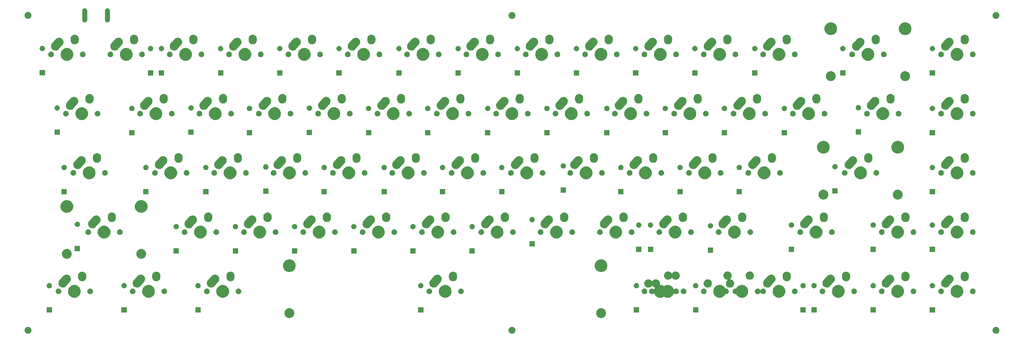
<source format=gbr>
G04 #@! TF.GenerationSoftware,KiCad,Pcbnew,(5.1.5)-3*
G04 #@! TF.CreationDate,2020-03-18T20:23:37-05:00*
G04 #@! TF.ProjectId,Advanced-PCB,41647661-6e63-4656-942d-5043422e6b69,rev?*
G04 #@! TF.SameCoordinates,Original*
G04 #@! TF.FileFunction,Soldermask,Top*
G04 #@! TF.FilePolarity,Negative*
%FSLAX46Y46*%
G04 Gerber Fmt 4.6, Leading zero omitted, Abs format (unit mm)*
G04 Created by KiCad (PCBNEW (5.1.5)-3) date 2020-03-18 20:23:37*
%MOMM*%
%LPD*%
G04 APERTURE LIST*
%ADD10C,0.100000*%
G04 APERTURE END LIST*
D10*
G36*
X323904715Y-144114516D02*
G01*
X324011070Y-144135671D01*
X324211440Y-144218667D01*
X324391764Y-144339155D01*
X324545125Y-144492516D01*
X324665613Y-144672840D01*
X324665613Y-144672841D01*
X324745453Y-144865590D01*
X324748609Y-144873211D01*
X324790920Y-145085920D01*
X324790920Y-145302800D01*
X324748609Y-145515509D01*
X324665613Y-145715880D01*
X324545125Y-145896204D01*
X324391764Y-146049565D01*
X324211440Y-146170053D01*
X324111254Y-146211551D01*
X324011070Y-146253049D01*
X323904714Y-146274205D01*
X323798360Y-146295360D01*
X323581480Y-146295360D01*
X323475126Y-146274205D01*
X323368770Y-146253049D01*
X323268586Y-146211551D01*
X323168400Y-146170053D01*
X322988076Y-146049565D01*
X322834715Y-145896204D01*
X322714227Y-145715880D01*
X322631231Y-145515509D01*
X322588920Y-145302800D01*
X322588920Y-145085920D01*
X322631231Y-144873211D01*
X322634388Y-144865590D01*
X322714227Y-144672841D01*
X322714227Y-144672840D01*
X322834715Y-144492516D01*
X322988076Y-144339155D01*
X323168400Y-144218667D01*
X323268586Y-144177169D01*
X323368770Y-144135671D01*
X323475125Y-144114516D01*
X323581480Y-144093360D01*
X323798360Y-144093360D01*
X323904715Y-144114516D01*
G37*
G36*
X168502435Y-144106896D02*
G01*
X168608790Y-144128051D01*
X168708974Y-144169549D01*
X168809160Y-144211047D01*
X168989484Y-144331535D01*
X169142845Y-144484896D01*
X169263333Y-144665220D01*
X169346329Y-144865590D01*
X169388640Y-145078301D01*
X169388640Y-145295179D01*
X169346329Y-145507890D01*
X169263333Y-145708260D01*
X169142845Y-145888584D01*
X168989484Y-146041945D01*
X168809160Y-146162433D01*
X168608790Y-146245429D01*
X168502434Y-146266585D01*
X168396080Y-146287740D01*
X168179200Y-146287740D01*
X168072846Y-146266585D01*
X167966490Y-146245429D01*
X167766120Y-146162433D01*
X167585796Y-146041945D01*
X167432435Y-145888584D01*
X167311947Y-145708260D01*
X167270449Y-145608074D01*
X167228951Y-145507890D01*
X167186640Y-145295179D01*
X167186640Y-145078301D01*
X167228951Y-144865590D01*
X167311947Y-144665220D01*
X167432435Y-144484896D01*
X167585796Y-144331535D01*
X167766120Y-144211047D01*
X167866306Y-144169549D01*
X167966490Y-144128051D01*
X168072845Y-144106896D01*
X168179200Y-144085740D01*
X168396080Y-144085740D01*
X168502435Y-144106896D01*
G37*
G36*
X13107775Y-144106896D02*
G01*
X13214130Y-144128051D01*
X13314314Y-144169549D01*
X13414500Y-144211047D01*
X13594824Y-144331535D01*
X13748185Y-144484896D01*
X13868673Y-144665220D01*
X13951669Y-144865590D01*
X13993980Y-145078301D01*
X13993980Y-145295179D01*
X13951669Y-145507890D01*
X13910171Y-145608074D01*
X13868673Y-145708260D01*
X13748185Y-145888584D01*
X13594824Y-146041945D01*
X13414500Y-146162433D01*
X13214130Y-146245429D01*
X13107774Y-146266585D01*
X13001420Y-146287740D01*
X12784540Y-146287740D01*
X12678186Y-146266585D01*
X12571830Y-146245429D01*
X12371460Y-146162433D01*
X12191136Y-146041945D01*
X12037775Y-145888584D01*
X11917287Y-145708260D01*
X11834291Y-145507890D01*
X11791980Y-145295179D01*
X11791980Y-145078301D01*
X11834291Y-144865590D01*
X11917287Y-144665220D01*
X12037775Y-144484896D01*
X12191136Y-144331535D01*
X12371460Y-144211047D01*
X12471646Y-144169549D01*
X12571830Y-144128051D01*
X12678185Y-144106896D01*
X12784540Y-144085740D01*
X13001420Y-144085740D01*
X13107775Y-144106896D01*
G37*
G36*
X197341161Y-138160526D02*
G01*
X197459887Y-138209704D01*
X197627791Y-138279252D01*
X197627792Y-138279253D01*
X197885754Y-138451617D01*
X198105133Y-138670996D01*
X198220303Y-138843361D01*
X198277498Y-138928959D01*
X198347046Y-139096863D01*
X198390011Y-139200589D01*
X198396224Y-139215590D01*
X198453767Y-139504876D01*
X198456750Y-139519876D01*
X198456750Y-139830124D01*
X198399208Y-140119411D01*
X198396224Y-140134410D01*
X198277498Y-140421041D01*
X198277497Y-140421042D01*
X198105133Y-140679004D01*
X197885754Y-140898383D01*
X197713389Y-141013553D01*
X197627791Y-141070748D01*
X197459887Y-141140296D01*
X197341161Y-141189474D01*
X197189017Y-141219737D01*
X197036875Y-141250000D01*
X196726625Y-141250000D01*
X196574483Y-141219737D01*
X196422339Y-141189474D01*
X196303613Y-141140296D01*
X196135709Y-141070748D01*
X196050111Y-141013553D01*
X195877746Y-140898383D01*
X195658367Y-140679004D01*
X195486003Y-140421042D01*
X195486002Y-140421041D01*
X195367276Y-140134410D01*
X195364293Y-140119411D01*
X195306750Y-139830124D01*
X195306750Y-139519876D01*
X195309734Y-139504876D01*
X195367276Y-139215590D01*
X195373490Y-139200589D01*
X195416454Y-139096863D01*
X195486002Y-138928959D01*
X195543197Y-138843361D01*
X195658367Y-138670996D01*
X195877746Y-138451617D01*
X196135708Y-138279253D01*
X196135709Y-138279252D01*
X196303613Y-138209704D01*
X196422339Y-138160526D01*
X196726625Y-138100000D01*
X197036875Y-138100000D01*
X197341161Y-138160526D01*
G37*
G36*
X97036285Y-138100000D02*
G01*
X97265161Y-138145526D01*
X97383887Y-138194704D01*
X97551791Y-138264252D01*
X97637389Y-138321447D01*
X97809754Y-138436617D01*
X98029133Y-138655996D01*
X98039156Y-138670997D01*
X98201498Y-138913959D01*
X98207711Y-138928959D01*
X98320224Y-139200589D01*
X98323208Y-139215590D01*
X98380750Y-139504875D01*
X98380750Y-139815125D01*
X98377766Y-139830125D01*
X98320224Y-140119411D01*
X98271046Y-140238137D01*
X98201498Y-140406041D01*
X98144303Y-140491639D01*
X98029133Y-140664004D01*
X97809754Y-140883383D01*
X97637389Y-140998553D01*
X97551791Y-141055748D01*
X97383887Y-141125296D01*
X97265161Y-141174474D01*
X97189750Y-141189474D01*
X96960875Y-141235000D01*
X96650625Y-141235000D01*
X96421750Y-141189474D01*
X96346339Y-141174474D01*
X96227613Y-141125296D01*
X96059709Y-141055748D01*
X95974111Y-140998553D01*
X95801746Y-140883383D01*
X95582367Y-140664004D01*
X95467197Y-140491639D01*
X95410002Y-140406041D01*
X95340454Y-140238137D01*
X95291276Y-140119411D01*
X95233734Y-139830125D01*
X95230750Y-139815125D01*
X95230750Y-139504875D01*
X95288292Y-139215590D01*
X95291276Y-139200589D01*
X95403789Y-138928959D01*
X95410002Y-138913959D01*
X95572344Y-138670997D01*
X95582367Y-138655996D01*
X95801746Y-138436617D01*
X95974111Y-138321447D01*
X96059709Y-138264252D01*
X96227613Y-138194704D01*
X96346339Y-138145526D01*
X96575215Y-138100000D01*
X96650625Y-138085000D01*
X96960875Y-138085000D01*
X97036285Y-138100000D01*
G37*
G36*
X209101000Y-139501000D02*
G01*
X207399000Y-139501000D01*
X207399000Y-137799000D01*
X209101000Y-137799000D01*
X209101000Y-139501000D01*
G37*
G36*
X68351000Y-139501000D02*
G01*
X66649000Y-139501000D01*
X66649000Y-137799000D01*
X68351000Y-137799000D01*
X68351000Y-139501000D01*
G37*
G36*
X228101000Y-139501000D02*
G01*
X226399000Y-139501000D01*
X226399000Y-137799000D01*
X228101000Y-137799000D01*
X228101000Y-139501000D01*
G37*
G36*
X20601000Y-139501000D02*
G01*
X18899000Y-139501000D01*
X18899000Y-137799000D01*
X20601000Y-137799000D01*
X20601000Y-139501000D01*
G37*
G36*
X266101000Y-139501000D02*
G01*
X264399000Y-139501000D01*
X264399000Y-137799000D01*
X266101000Y-137799000D01*
X266101000Y-139501000D01*
G37*
G36*
X285101000Y-139501000D02*
G01*
X283399000Y-139501000D01*
X283399000Y-137799000D01*
X285101000Y-137799000D01*
X285101000Y-139501000D01*
G37*
G36*
X304101000Y-139501000D02*
G01*
X302399000Y-139501000D01*
X302399000Y-137799000D01*
X304101000Y-137799000D01*
X304101000Y-139501000D01*
G37*
G36*
X262601000Y-139501000D02*
G01*
X260899000Y-139501000D01*
X260899000Y-137799000D01*
X262601000Y-137799000D01*
X262601000Y-139501000D01*
G37*
G36*
X139851000Y-139501000D02*
G01*
X138149000Y-139501000D01*
X138149000Y-137799000D01*
X139851000Y-137799000D01*
X139851000Y-139501000D01*
G37*
G36*
X44601000Y-139501000D02*
G01*
X42899000Y-139501000D01*
X42899000Y-137799000D01*
X44601000Y-137799000D01*
X44601000Y-139501000D01*
G37*
G36*
X28377724Y-130708684D02*
G01*
X28503369Y-130760728D01*
X28749873Y-130862833D01*
X29084798Y-131086623D01*
X29369627Y-131371452D01*
X29593417Y-131706377D01*
X29657267Y-131860526D01*
X29747566Y-132078526D01*
X29826150Y-132473594D01*
X29826150Y-132876406D01*
X29747566Y-133271474D01*
X29700576Y-133384918D01*
X29593417Y-133643623D01*
X29369627Y-133978548D01*
X29084798Y-134263377D01*
X28749873Y-134487167D01*
X28595724Y-134551017D01*
X28377724Y-134641316D01*
X27982656Y-134719900D01*
X27579844Y-134719900D01*
X27184776Y-134641316D01*
X26966776Y-134551017D01*
X26812627Y-134487167D01*
X26477702Y-134263377D01*
X26192873Y-133978548D01*
X25969083Y-133643623D01*
X25861924Y-133384918D01*
X25814934Y-133271474D01*
X25736350Y-132876406D01*
X25736350Y-132473594D01*
X25814934Y-132078526D01*
X25905233Y-131860526D01*
X25969083Y-131706377D01*
X26192873Y-131371452D01*
X26477702Y-131086623D01*
X26812627Y-130862833D01*
X27059131Y-130760728D01*
X27184776Y-130708684D01*
X27579844Y-130630100D01*
X27982656Y-130630100D01*
X28377724Y-130708684D01*
G37*
G36*
X292696474Y-130708684D02*
G01*
X292822119Y-130760728D01*
X293068623Y-130862833D01*
X293403548Y-131086623D01*
X293688377Y-131371452D01*
X293912167Y-131706377D01*
X293976017Y-131860526D01*
X294066316Y-132078526D01*
X294144900Y-132473594D01*
X294144900Y-132876406D01*
X294066316Y-133271474D01*
X294019326Y-133384918D01*
X293912167Y-133643623D01*
X293688377Y-133978548D01*
X293403548Y-134263377D01*
X293068623Y-134487167D01*
X292914474Y-134551017D01*
X292696474Y-134641316D01*
X292301406Y-134719900D01*
X291898594Y-134719900D01*
X291503526Y-134641316D01*
X291285526Y-134551017D01*
X291131377Y-134487167D01*
X290796452Y-134263377D01*
X290511623Y-133978548D01*
X290287833Y-133643623D01*
X290180674Y-133384918D01*
X290133684Y-133271474D01*
X290055100Y-132876406D01*
X290055100Y-132473594D01*
X290133684Y-132078526D01*
X290223983Y-131860526D01*
X290287833Y-131706377D01*
X290511623Y-131371452D01*
X290796452Y-131086623D01*
X291131377Y-130862833D01*
X291377881Y-130760728D01*
X291503526Y-130708684D01*
X291898594Y-130630100D01*
X292301406Y-130630100D01*
X292696474Y-130708684D01*
G37*
G36*
X52190224Y-130708684D02*
G01*
X52315869Y-130760728D01*
X52562373Y-130862833D01*
X52897298Y-131086623D01*
X53182127Y-131371452D01*
X53405917Y-131706377D01*
X53469767Y-131860526D01*
X53560066Y-132078526D01*
X53638650Y-132473594D01*
X53638650Y-132876406D01*
X53560066Y-133271474D01*
X53513076Y-133384918D01*
X53405917Y-133643623D01*
X53182127Y-133978548D01*
X52897298Y-134263377D01*
X52562373Y-134487167D01*
X52408224Y-134551017D01*
X52190224Y-134641316D01*
X51795156Y-134719900D01*
X51392344Y-134719900D01*
X50997276Y-134641316D01*
X50779276Y-134551017D01*
X50625127Y-134487167D01*
X50290202Y-134263377D01*
X50005373Y-133978548D01*
X49781583Y-133643623D01*
X49674424Y-133384918D01*
X49627434Y-133271474D01*
X49548850Y-132876406D01*
X49548850Y-132473594D01*
X49627434Y-132078526D01*
X49717733Y-131860526D01*
X49781583Y-131706377D01*
X50005373Y-131371452D01*
X50290202Y-131086623D01*
X50625127Y-130862833D01*
X50871631Y-130760728D01*
X50997276Y-130708684D01*
X51392344Y-130630100D01*
X51795156Y-130630100D01*
X52190224Y-130708684D01*
G37*
G36*
X273646474Y-130708684D02*
G01*
X273772119Y-130760728D01*
X274018623Y-130862833D01*
X274353548Y-131086623D01*
X274638377Y-131371452D01*
X274862167Y-131706377D01*
X274926017Y-131860526D01*
X275016316Y-132078526D01*
X275094900Y-132473594D01*
X275094900Y-132876406D01*
X275016316Y-133271474D01*
X274969326Y-133384918D01*
X274862167Y-133643623D01*
X274638377Y-133978548D01*
X274353548Y-134263377D01*
X274018623Y-134487167D01*
X273864474Y-134551017D01*
X273646474Y-134641316D01*
X273251406Y-134719900D01*
X272848594Y-134719900D01*
X272453526Y-134641316D01*
X272235526Y-134551017D01*
X272081377Y-134487167D01*
X271746452Y-134263377D01*
X271461623Y-133978548D01*
X271237833Y-133643623D01*
X271130674Y-133384918D01*
X271083684Y-133271474D01*
X271005100Y-132876406D01*
X271005100Y-132473594D01*
X271083684Y-132078526D01*
X271173983Y-131860526D01*
X271237833Y-131706377D01*
X271461623Y-131371452D01*
X271746452Y-131086623D01*
X272081377Y-130862833D01*
X272327881Y-130760728D01*
X272453526Y-130708684D01*
X272848594Y-130630100D01*
X273251406Y-130630100D01*
X273646474Y-130708684D01*
G37*
G36*
X147440224Y-130708684D02*
G01*
X147565869Y-130760728D01*
X147812373Y-130862833D01*
X148147298Y-131086623D01*
X148432127Y-131371452D01*
X148655917Y-131706377D01*
X148719767Y-131860526D01*
X148810066Y-132078526D01*
X148888650Y-132473594D01*
X148888650Y-132876406D01*
X148810066Y-133271474D01*
X148763076Y-133384918D01*
X148655917Y-133643623D01*
X148432127Y-133978548D01*
X148147298Y-134263377D01*
X147812373Y-134487167D01*
X147658224Y-134551017D01*
X147440224Y-134641316D01*
X147045156Y-134719900D01*
X146642344Y-134719900D01*
X146247276Y-134641316D01*
X146029276Y-134551017D01*
X145875127Y-134487167D01*
X145540202Y-134263377D01*
X145255373Y-133978548D01*
X145031583Y-133643623D01*
X144924424Y-133384918D01*
X144877434Y-133271474D01*
X144798850Y-132876406D01*
X144798850Y-132473594D01*
X144877434Y-132078526D01*
X144967733Y-131860526D01*
X145031583Y-131706377D01*
X145255373Y-131371452D01*
X145540202Y-131086623D01*
X145875127Y-130862833D01*
X146121631Y-130760728D01*
X146247276Y-130708684D01*
X146642344Y-130630100D01*
X147045156Y-130630100D01*
X147440224Y-130708684D01*
G37*
G36*
X235546474Y-130708684D02*
G01*
X235672119Y-130760728D01*
X235918623Y-130862833D01*
X236253548Y-131086623D01*
X236538377Y-131371452D01*
X236758574Y-131701000D01*
X236764107Y-131709281D01*
X236772383Y-131724765D01*
X236787928Y-131743707D01*
X236806869Y-131759252D01*
X236828480Y-131770804D01*
X236851929Y-131777917D01*
X236876315Y-131780319D01*
X236900702Y-131777917D01*
X236924919Y-131773100D01*
X237102581Y-131773100D01*
X237189702Y-131790430D01*
X237276825Y-131807759D01*
X237386248Y-131853084D01*
X237440961Y-131875747D01*
X237542317Y-131943471D01*
X237588678Y-131974448D01*
X237714302Y-132100072D01*
X237714304Y-132100075D01*
X237813003Y-132247789D01*
X237835666Y-132302502D01*
X237880991Y-132411925D01*
X237915650Y-132586171D01*
X237915650Y-132763829D01*
X237880991Y-132938075D01*
X237835666Y-133047498D01*
X237813003Y-133102211D01*
X237782942Y-133147200D01*
X237714302Y-133249928D01*
X237588678Y-133375552D01*
X237588675Y-133375554D01*
X237440961Y-133474253D01*
X237386248Y-133496916D01*
X237276825Y-133542241D01*
X237189702Y-133559571D01*
X237102581Y-133576900D01*
X236924919Y-133576900D01*
X236900702Y-133572083D01*
X236876316Y-133569681D01*
X236851929Y-133572083D01*
X236828481Y-133579196D01*
X236806870Y-133590747D01*
X236787928Y-133606293D01*
X236772383Y-133625235D01*
X236764107Y-133640719D01*
X236762168Y-133643621D01*
X236762167Y-133643623D01*
X236538377Y-133978548D01*
X236253548Y-134263377D01*
X235918623Y-134487167D01*
X235764474Y-134551017D01*
X235546474Y-134641316D01*
X235151406Y-134719900D01*
X234748594Y-134719900D01*
X234353526Y-134641316D01*
X234135526Y-134551017D01*
X233981377Y-134487167D01*
X233646452Y-134263377D01*
X233361623Y-133978548D01*
X233137833Y-133643623D01*
X233030674Y-133384918D01*
X232983684Y-133271474D01*
X232905100Y-132876406D01*
X232905100Y-132473594D01*
X232983684Y-132078526D01*
X233073983Y-131860526D01*
X233137833Y-131706377D01*
X233361623Y-131371452D01*
X233646452Y-131086623D01*
X233981377Y-130862833D01*
X234227881Y-130760728D01*
X234353526Y-130708684D01*
X234748594Y-130630100D01*
X235151406Y-130630100D01*
X235546474Y-130708684D01*
G37*
G36*
X254596474Y-130708684D02*
G01*
X254722119Y-130760728D01*
X254968623Y-130862833D01*
X255303548Y-131086623D01*
X255588377Y-131371452D01*
X255812167Y-131706377D01*
X255876017Y-131860526D01*
X255966316Y-132078526D01*
X256044900Y-132473594D01*
X256044900Y-132876406D01*
X255966316Y-133271474D01*
X255919326Y-133384918D01*
X255812167Y-133643623D01*
X255588377Y-133978548D01*
X255303548Y-134263377D01*
X254968623Y-134487167D01*
X254814474Y-134551017D01*
X254596474Y-134641316D01*
X254201406Y-134719900D01*
X253798594Y-134719900D01*
X253403526Y-134641316D01*
X253185526Y-134551017D01*
X253031377Y-134487167D01*
X252696452Y-134263377D01*
X252411623Y-133978548D01*
X252187833Y-133643623D01*
X252080674Y-133384918D01*
X252033684Y-133271474D01*
X251955100Y-132876406D01*
X251955100Y-132473594D01*
X252033684Y-132078526D01*
X252123983Y-131860526D01*
X252187833Y-131706377D01*
X252411623Y-131371452D01*
X252696452Y-131086623D01*
X253031377Y-130862833D01*
X253277881Y-130760728D01*
X253403526Y-130708684D01*
X253798594Y-130630100D01*
X254201406Y-130630100D01*
X254596474Y-130708684D01*
G37*
G36*
X311746474Y-130708684D02*
G01*
X311872119Y-130760728D01*
X312118623Y-130862833D01*
X312453548Y-131086623D01*
X312738377Y-131371452D01*
X312962167Y-131706377D01*
X313026017Y-131860526D01*
X313116316Y-132078526D01*
X313194900Y-132473594D01*
X313194900Y-132876406D01*
X313116316Y-133271474D01*
X313069326Y-133384918D01*
X312962167Y-133643623D01*
X312738377Y-133978548D01*
X312453548Y-134263377D01*
X312118623Y-134487167D01*
X311964474Y-134551017D01*
X311746474Y-134641316D01*
X311351406Y-134719900D01*
X310948594Y-134719900D01*
X310553526Y-134641316D01*
X310335526Y-134551017D01*
X310181377Y-134487167D01*
X309846452Y-134263377D01*
X309561623Y-133978548D01*
X309337833Y-133643623D01*
X309230674Y-133384918D01*
X309183684Y-133271474D01*
X309105100Y-132876406D01*
X309105100Y-132473594D01*
X309183684Y-132078526D01*
X309273983Y-131860526D01*
X309337833Y-131706377D01*
X309561623Y-131371452D01*
X309846452Y-131086623D01*
X310181377Y-130862833D01*
X310427881Y-130760728D01*
X310553526Y-130708684D01*
X310948594Y-130630100D01*
X311351406Y-130630100D01*
X311746474Y-130708684D01*
G37*
G36*
X242690224Y-130708684D02*
G01*
X242815869Y-130760728D01*
X243062373Y-130862833D01*
X243397298Y-131086623D01*
X243682127Y-131371452D01*
X243905917Y-131706377D01*
X243969767Y-131860526D01*
X244060066Y-132078526D01*
X244138650Y-132473594D01*
X244138650Y-132876406D01*
X244060066Y-133271474D01*
X244013076Y-133384918D01*
X243905917Y-133643623D01*
X243682127Y-133978548D01*
X243397298Y-134263377D01*
X243062373Y-134487167D01*
X242908224Y-134551017D01*
X242690224Y-134641316D01*
X242295156Y-134719900D01*
X241892344Y-134719900D01*
X241497276Y-134641316D01*
X241279276Y-134551017D01*
X241125127Y-134487167D01*
X240790202Y-134263377D01*
X240505373Y-133978548D01*
X240281583Y-133643623D01*
X240281582Y-133643621D01*
X240279643Y-133640719D01*
X240271367Y-133625235D01*
X240255822Y-133606293D01*
X240236881Y-133590748D01*
X240215270Y-133579196D01*
X240191821Y-133572083D01*
X240167435Y-133569681D01*
X240143048Y-133572083D01*
X240118831Y-133576900D01*
X239941169Y-133576900D01*
X239854048Y-133559571D01*
X239766925Y-133542241D01*
X239657502Y-133496916D01*
X239602789Y-133474253D01*
X239455075Y-133375554D01*
X239455072Y-133375552D01*
X239329448Y-133249928D01*
X239260808Y-133147200D01*
X239230747Y-133102211D01*
X239208084Y-133047498D01*
X239162759Y-132938075D01*
X239128100Y-132763829D01*
X239128100Y-132586171D01*
X239162759Y-132411925D01*
X239208084Y-132302502D01*
X239230747Y-132247789D01*
X239329446Y-132100075D01*
X239329448Y-132100072D01*
X239455072Y-131974448D01*
X239501433Y-131943471D01*
X239602789Y-131875747D01*
X239657502Y-131853084D01*
X239766925Y-131807759D01*
X239854048Y-131790430D01*
X239941169Y-131773100D01*
X240118831Y-131773100D01*
X240143048Y-131777917D01*
X240167434Y-131780319D01*
X240191821Y-131777917D01*
X240215269Y-131770804D01*
X240236880Y-131759253D01*
X240255822Y-131743707D01*
X240271367Y-131724765D01*
X240279643Y-131709281D01*
X240285176Y-131701000D01*
X240505373Y-131371452D01*
X240790202Y-131086623D01*
X241125127Y-130862833D01*
X241371631Y-130760728D01*
X241497276Y-130708684D01*
X241892344Y-130630100D01*
X242295156Y-130630100D01*
X242690224Y-130708684D01*
G37*
G36*
X76002724Y-130708684D02*
G01*
X76128369Y-130760728D01*
X76374873Y-130862833D01*
X76709798Y-131086623D01*
X76994627Y-131371452D01*
X77218417Y-131706377D01*
X77282267Y-131860526D01*
X77372566Y-132078526D01*
X77451150Y-132473594D01*
X77451150Y-132876406D01*
X77372566Y-133271474D01*
X77325576Y-133384918D01*
X77218417Y-133643623D01*
X76994627Y-133978548D01*
X76709798Y-134263377D01*
X76374873Y-134487167D01*
X76220724Y-134551017D01*
X76002724Y-134641316D01*
X75607656Y-134719900D01*
X75204844Y-134719900D01*
X74809776Y-134641316D01*
X74591776Y-134551017D01*
X74437627Y-134487167D01*
X74102702Y-134263377D01*
X73817873Y-133978548D01*
X73594083Y-133643623D01*
X73486924Y-133384918D01*
X73439934Y-133271474D01*
X73361350Y-132876406D01*
X73361350Y-132473594D01*
X73439934Y-132078526D01*
X73530233Y-131860526D01*
X73594083Y-131706377D01*
X73817873Y-131371452D01*
X74102702Y-131086623D01*
X74437627Y-130862833D01*
X74684131Y-130760728D01*
X74809776Y-130708684D01*
X75204844Y-130630100D01*
X75607656Y-130630100D01*
X76002724Y-130708684D01*
G37*
G36*
X212347715Y-128839383D02*
G01*
X212475322Y-128864765D01*
X212613665Y-128922069D01*
X212715727Y-128964344D01*
X212755188Y-128990711D01*
X212932089Y-129108912D01*
X213116088Y-129292911D01*
X213158027Y-129355678D01*
X213176692Y-129383612D01*
X213192237Y-129402554D01*
X213211179Y-129418099D01*
X213232790Y-129429650D01*
X213256239Y-129436763D01*
X213280625Y-129439165D01*
X213305011Y-129436763D01*
X213328460Y-129429650D01*
X213350071Y-129418099D01*
X213369013Y-129402554D01*
X213384558Y-129383612D01*
X213403223Y-129355678D01*
X213445162Y-129292911D01*
X213629161Y-129108912D01*
X213806062Y-128990711D01*
X213845523Y-128964344D01*
X213947585Y-128922069D01*
X214085928Y-128864765D01*
X214213535Y-128839383D01*
X214341141Y-128814000D01*
X214601359Y-128814000D01*
X214728965Y-128839383D01*
X214856572Y-128864765D01*
X214994915Y-128922069D01*
X215096977Y-128964344D01*
X215136438Y-128990711D01*
X215313339Y-129108912D01*
X215497338Y-129292911D01*
X215570599Y-129402554D01*
X215641906Y-129509273D01*
X215682611Y-129607545D01*
X215741485Y-129749678D01*
X215741485Y-129749680D01*
X215792250Y-130004891D01*
X215792250Y-130265109D01*
X215749363Y-130480715D01*
X215746961Y-130505101D01*
X215749363Y-130529487D01*
X215756476Y-130552936D01*
X215768027Y-130574547D01*
X215783572Y-130593489D01*
X215802514Y-130609034D01*
X215824125Y-130620585D01*
X215847574Y-130627698D01*
X215871960Y-130630100D01*
X216101406Y-130630100D01*
X216496474Y-130708684D01*
X216622119Y-130760728D01*
X216868623Y-130862833D01*
X216974856Y-130933816D01*
X217021179Y-130964768D01*
X217042790Y-130976319D01*
X217066239Y-130983432D01*
X217090625Y-130985834D01*
X217115011Y-130983432D01*
X217138460Y-130976319D01*
X217160071Y-130964768D01*
X217206394Y-130933816D01*
X217312627Y-130862833D01*
X217559131Y-130760728D01*
X217684776Y-130708684D01*
X218079844Y-130630100D01*
X218482656Y-130630100D01*
X218877724Y-130708684D01*
X219003369Y-130760728D01*
X219249873Y-130862833D01*
X219584798Y-131086623D01*
X219869627Y-131371452D01*
X220093417Y-131706377D01*
X220115318Y-131759252D01*
X220191625Y-131943471D01*
X220203176Y-131965082D01*
X220218722Y-131984024D01*
X220237664Y-131999569D01*
X220259274Y-132011120D01*
X220282723Y-132018233D01*
X220307109Y-132020635D01*
X220331495Y-132018233D01*
X220354944Y-132011120D01*
X220376555Y-131999569D01*
X220395491Y-131984029D01*
X220405072Y-131974448D01*
X220451433Y-131943471D01*
X220552789Y-131875747D01*
X220607502Y-131853084D01*
X220716925Y-131807759D01*
X220804048Y-131790430D01*
X220891169Y-131773100D01*
X221068831Y-131773100D01*
X221155952Y-131790430D01*
X221243075Y-131807759D01*
X221352498Y-131853084D01*
X221407211Y-131875747D01*
X221508567Y-131943471D01*
X221554928Y-131974448D01*
X221680552Y-132100072D01*
X221680554Y-132100075D01*
X221779253Y-132247789D01*
X221801916Y-132302502D01*
X221847241Y-132411925D01*
X221881900Y-132586171D01*
X221881900Y-132763829D01*
X221847241Y-132938075D01*
X221801916Y-133047498D01*
X221779253Y-133102211D01*
X221749192Y-133147200D01*
X221680552Y-133249928D01*
X221554928Y-133375552D01*
X221554925Y-133375554D01*
X221407211Y-133474253D01*
X221352498Y-133496916D01*
X221243075Y-133542241D01*
X221155952Y-133559571D01*
X221068831Y-133576900D01*
X220891169Y-133576900D01*
X220804048Y-133559571D01*
X220716925Y-133542241D01*
X220607502Y-133496916D01*
X220552789Y-133474253D01*
X220405075Y-133375554D01*
X220405072Y-133375552D01*
X220395491Y-133365971D01*
X220376555Y-133350431D01*
X220354944Y-133338880D01*
X220331495Y-133331767D01*
X220307109Y-133329365D01*
X220282723Y-133331767D01*
X220259274Y-133338880D01*
X220237663Y-133350431D01*
X220218721Y-133365976D01*
X220203176Y-133384918D01*
X220191625Y-133406529D01*
X220135411Y-133542241D01*
X220093417Y-133643623D01*
X219869627Y-133978548D01*
X219584798Y-134263377D01*
X219249873Y-134487167D01*
X219095724Y-134551017D01*
X218877724Y-134641316D01*
X218482656Y-134719900D01*
X218079844Y-134719900D01*
X217684776Y-134641316D01*
X217466776Y-134551017D01*
X217312627Y-134487167D01*
X217160069Y-134385231D01*
X217138460Y-134373681D01*
X217115011Y-134366568D01*
X217090625Y-134364166D01*
X217066239Y-134366568D01*
X217042790Y-134373681D01*
X217021181Y-134385231D01*
X216868623Y-134487167D01*
X216714474Y-134551017D01*
X216496474Y-134641316D01*
X216101406Y-134719900D01*
X215698594Y-134719900D01*
X215303526Y-134641316D01*
X215085526Y-134551017D01*
X214931377Y-134487167D01*
X214596452Y-134263377D01*
X214311623Y-133978548D01*
X214087833Y-133643623D01*
X214045839Y-133542241D01*
X213989625Y-133406529D01*
X213978074Y-133384918D01*
X213962528Y-133365976D01*
X213943586Y-133350431D01*
X213921976Y-133338880D01*
X213898527Y-133331767D01*
X213874141Y-133329365D01*
X213849755Y-133331767D01*
X213826306Y-133338880D01*
X213804695Y-133350431D01*
X213785759Y-133365971D01*
X213776178Y-133375552D01*
X213776175Y-133375554D01*
X213628461Y-133474253D01*
X213573748Y-133496916D01*
X213464325Y-133542241D01*
X213377202Y-133559571D01*
X213290081Y-133576900D01*
X213112419Y-133576900D01*
X213025298Y-133559571D01*
X212938175Y-133542241D01*
X212828752Y-133496916D01*
X212774039Y-133474253D01*
X212626325Y-133375554D01*
X212626322Y-133375552D01*
X212500698Y-133249928D01*
X212432058Y-133147200D01*
X212401997Y-133102211D01*
X212379334Y-133047498D01*
X212334009Y-132938075D01*
X212299350Y-132763829D01*
X212299350Y-132586171D01*
X212334009Y-132411925D01*
X212379334Y-132302502D01*
X212401997Y-132247789D01*
X212500696Y-132100075D01*
X212500698Y-132100072D01*
X212626322Y-131974448D01*
X212672683Y-131943471D01*
X212774039Y-131875747D01*
X212828752Y-131853084D01*
X212938175Y-131807759D01*
X213025298Y-131790430D01*
X213112419Y-131773100D01*
X213290081Y-131773100D01*
X213377202Y-131790430D01*
X213464325Y-131807759D01*
X213573748Y-131853084D01*
X213628461Y-131875747D01*
X213729817Y-131943471D01*
X213776178Y-131974448D01*
X213785759Y-131984029D01*
X213804695Y-131999569D01*
X213826306Y-132011120D01*
X213849755Y-132018233D01*
X213874141Y-132020635D01*
X213898527Y-132018233D01*
X213921976Y-132011120D01*
X213943587Y-131999569D01*
X213962529Y-131984024D01*
X213978074Y-131965082D01*
X213989625Y-131943471D01*
X214065932Y-131759252D01*
X214087833Y-131706377D01*
X214161291Y-131596440D01*
X214172839Y-131574834D01*
X214179952Y-131551385D01*
X214182354Y-131526999D01*
X214179952Y-131502613D01*
X214172839Y-131479164D01*
X214161288Y-131457553D01*
X214145743Y-131438612D01*
X214126801Y-131423066D01*
X214105190Y-131411515D01*
X214089871Y-131406867D01*
X214085934Y-131405236D01*
X214085928Y-131405235D01*
X213894646Y-131326003D01*
X213845523Y-131305656D01*
X213729199Y-131227931D01*
X213629161Y-131161088D01*
X213445162Y-130977089D01*
X213384557Y-130886387D01*
X213369013Y-130867446D01*
X213350071Y-130851901D01*
X213328460Y-130840350D01*
X213305011Y-130833237D01*
X213280625Y-130830835D01*
X213256239Y-130833237D01*
X213232790Y-130840350D01*
X213211179Y-130851901D01*
X213192237Y-130867446D01*
X213176693Y-130886387D01*
X213116088Y-130977089D01*
X212932089Y-131161088D01*
X212832051Y-131227931D01*
X212715727Y-131305656D01*
X212616148Y-131346903D01*
X212475322Y-131405235D01*
X212347714Y-131430618D01*
X212220109Y-131456000D01*
X211959891Y-131456000D01*
X211832286Y-131430618D01*
X211704678Y-131405235D01*
X211563852Y-131346903D01*
X211464273Y-131305656D01*
X211347949Y-131227931D01*
X211247911Y-131161088D01*
X211063912Y-130977089D01*
X210922991Y-130766185D01*
X210919344Y-130760727D01*
X210853503Y-130601772D01*
X210819765Y-130520322D01*
X210769000Y-130265107D01*
X210769000Y-130004893D01*
X210819765Y-129749678D01*
X210878639Y-129607545D01*
X210919344Y-129509273D01*
X210990651Y-129402554D01*
X211063912Y-129292911D01*
X211247911Y-129108912D01*
X211424812Y-128990711D01*
X211464273Y-128964344D01*
X211566335Y-128922069D01*
X211704678Y-128864765D01*
X211832285Y-128839383D01*
X211959891Y-128814000D01*
X212220109Y-128814000D01*
X212347715Y-128839383D01*
G37*
G36*
X46689702Y-131790430D02*
G01*
X46776825Y-131807759D01*
X46886248Y-131853084D01*
X46940961Y-131875747D01*
X47042317Y-131943471D01*
X47088678Y-131974448D01*
X47214302Y-132100072D01*
X47214304Y-132100075D01*
X47313003Y-132247789D01*
X47335666Y-132302502D01*
X47380991Y-132411925D01*
X47415650Y-132586171D01*
X47415650Y-132763829D01*
X47380991Y-132938075D01*
X47335666Y-133047498D01*
X47313003Y-133102211D01*
X47282942Y-133147200D01*
X47214302Y-133249928D01*
X47088678Y-133375552D01*
X47088675Y-133375554D01*
X46940961Y-133474253D01*
X46886248Y-133496916D01*
X46776825Y-133542241D01*
X46689702Y-133559571D01*
X46602581Y-133576900D01*
X46424919Y-133576900D01*
X46337798Y-133559571D01*
X46250675Y-133542241D01*
X46141252Y-133496916D01*
X46086539Y-133474253D01*
X45938825Y-133375554D01*
X45938822Y-133375552D01*
X45813198Y-133249928D01*
X45744558Y-133147200D01*
X45714497Y-133102211D01*
X45691834Y-133047498D01*
X45646509Y-132938075D01*
X45611850Y-132763829D01*
X45611850Y-132586171D01*
X45646509Y-132411925D01*
X45691834Y-132302502D01*
X45714497Y-132247789D01*
X45813196Y-132100075D01*
X45813198Y-132100072D01*
X45938822Y-131974448D01*
X45985183Y-131943471D01*
X46086539Y-131875747D01*
X46141252Y-131853084D01*
X46250675Y-131807759D01*
X46337798Y-131790430D01*
X46424919Y-131773100D01*
X46602581Y-131773100D01*
X46689702Y-131790430D01*
G37*
G36*
X56849702Y-131790430D02*
G01*
X56936825Y-131807759D01*
X57046248Y-131853084D01*
X57100961Y-131875747D01*
X57202317Y-131943471D01*
X57248678Y-131974448D01*
X57374302Y-132100072D01*
X57374304Y-132100075D01*
X57473003Y-132247789D01*
X57495666Y-132302502D01*
X57540991Y-132411925D01*
X57575650Y-132586171D01*
X57575650Y-132763829D01*
X57540991Y-132938075D01*
X57495666Y-133047498D01*
X57473003Y-133102211D01*
X57442942Y-133147200D01*
X57374302Y-133249928D01*
X57248678Y-133375552D01*
X57248675Y-133375554D01*
X57100961Y-133474253D01*
X57046248Y-133496916D01*
X56936825Y-133542241D01*
X56849702Y-133559571D01*
X56762581Y-133576900D01*
X56584919Y-133576900D01*
X56497798Y-133559571D01*
X56410675Y-133542241D01*
X56301252Y-133496916D01*
X56246539Y-133474253D01*
X56098825Y-133375554D01*
X56098822Y-133375552D01*
X55973198Y-133249928D01*
X55904558Y-133147200D01*
X55874497Y-133102211D01*
X55851834Y-133047498D01*
X55806509Y-132938075D01*
X55771850Y-132763829D01*
X55771850Y-132586171D01*
X55806509Y-132411925D01*
X55851834Y-132302502D01*
X55874497Y-132247789D01*
X55973196Y-132100075D01*
X55973198Y-132100072D01*
X56098822Y-131974448D01*
X56145183Y-131943471D01*
X56246539Y-131875747D01*
X56301252Y-131853084D01*
X56410675Y-131807759D01*
X56497798Y-131790430D01*
X56584919Y-131773100D01*
X56762581Y-131773100D01*
X56849702Y-131790430D01*
G37*
G36*
X22877202Y-131790430D02*
G01*
X22964325Y-131807759D01*
X23073748Y-131853084D01*
X23128461Y-131875747D01*
X23229817Y-131943471D01*
X23276178Y-131974448D01*
X23401802Y-132100072D01*
X23401804Y-132100075D01*
X23500503Y-132247789D01*
X23523166Y-132302502D01*
X23568491Y-132411925D01*
X23603150Y-132586171D01*
X23603150Y-132763829D01*
X23568491Y-132938075D01*
X23523166Y-133047498D01*
X23500503Y-133102211D01*
X23470442Y-133147200D01*
X23401802Y-133249928D01*
X23276178Y-133375552D01*
X23276175Y-133375554D01*
X23128461Y-133474253D01*
X23073748Y-133496916D01*
X22964325Y-133542241D01*
X22877202Y-133559571D01*
X22790081Y-133576900D01*
X22612419Y-133576900D01*
X22525298Y-133559571D01*
X22438175Y-133542241D01*
X22328752Y-133496916D01*
X22274039Y-133474253D01*
X22126325Y-133375554D01*
X22126322Y-133375552D01*
X22000698Y-133249928D01*
X21932058Y-133147200D01*
X21901997Y-133102211D01*
X21879334Y-133047498D01*
X21834009Y-132938075D01*
X21799350Y-132763829D01*
X21799350Y-132586171D01*
X21834009Y-132411925D01*
X21879334Y-132302502D01*
X21901997Y-132247789D01*
X22000696Y-132100075D01*
X22000698Y-132100072D01*
X22126322Y-131974448D01*
X22172683Y-131943471D01*
X22274039Y-131875747D01*
X22328752Y-131853084D01*
X22438175Y-131807759D01*
X22525298Y-131790430D01*
X22612419Y-131773100D01*
X22790081Y-131773100D01*
X22877202Y-131790430D01*
G37*
G36*
X33037202Y-131790430D02*
G01*
X33124325Y-131807759D01*
X33233748Y-131853084D01*
X33288461Y-131875747D01*
X33389817Y-131943471D01*
X33436178Y-131974448D01*
X33561802Y-132100072D01*
X33561804Y-132100075D01*
X33660503Y-132247789D01*
X33683166Y-132302502D01*
X33728491Y-132411925D01*
X33763150Y-132586171D01*
X33763150Y-132763829D01*
X33728491Y-132938075D01*
X33683166Y-133047498D01*
X33660503Y-133102211D01*
X33630442Y-133147200D01*
X33561802Y-133249928D01*
X33436178Y-133375552D01*
X33436175Y-133375554D01*
X33288461Y-133474253D01*
X33233748Y-133496916D01*
X33124325Y-133542241D01*
X33037202Y-133559571D01*
X32950081Y-133576900D01*
X32772419Y-133576900D01*
X32685298Y-133559571D01*
X32598175Y-133542241D01*
X32488752Y-133496916D01*
X32434039Y-133474253D01*
X32286325Y-133375554D01*
X32286322Y-133375552D01*
X32160698Y-133249928D01*
X32092058Y-133147200D01*
X32061997Y-133102211D01*
X32039334Y-133047498D01*
X31994009Y-132938075D01*
X31959350Y-132763829D01*
X31959350Y-132586171D01*
X31994009Y-132411925D01*
X32039334Y-132302502D01*
X32061997Y-132247789D01*
X32160696Y-132100075D01*
X32160698Y-132100072D01*
X32286322Y-131974448D01*
X32332683Y-131943471D01*
X32434039Y-131875747D01*
X32488752Y-131853084D01*
X32598175Y-131807759D01*
X32685298Y-131790430D01*
X32772419Y-131773100D01*
X32950081Y-131773100D01*
X33037202Y-131790430D01*
G37*
G36*
X278305952Y-131790430D02*
G01*
X278393075Y-131807759D01*
X278502498Y-131853084D01*
X278557211Y-131875747D01*
X278658567Y-131943471D01*
X278704928Y-131974448D01*
X278830552Y-132100072D01*
X278830554Y-132100075D01*
X278929253Y-132247789D01*
X278951916Y-132302502D01*
X278997241Y-132411925D01*
X279031900Y-132586171D01*
X279031900Y-132763829D01*
X278997241Y-132938075D01*
X278951916Y-133047498D01*
X278929253Y-133102211D01*
X278899192Y-133147200D01*
X278830552Y-133249928D01*
X278704928Y-133375552D01*
X278704925Y-133375554D01*
X278557211Y-133474253D01*
X278502498Y-133496916D01*
X278393075Y-133542241D01*
X278305952Y-133559571D01*
X278218831Y-133576900D01*
X278041169Y-133576900D01*
X277954048Y-133559571D01*
X277866925Y-133542241D01*
X277757502Y-133496916D01*
X277702789Y-133474253D01*
X277555075Y-133375554D01*
X277555072Y-133375552D01*
X277429448Y-133249928D01*
X277360808Y-133147200D01*
X277330747Y-133102211D01*
X277308084Y-133047498D01*
X277262759Y-132938075D01*
X277228100Y-132763829D01*
X277228100Y-132586171D01*
X277262759Y-132411925D01*
X277308084Y-132302502D01*
X277330747Y-132247789D01*
X277429446Y-132100075D01*
X277429448Y-132100072D01*
X277555072Y-131974448D01*
X277601433Y-131943471D01*
X277702789Y-131875747D01*
X277757502Y-131853084D01*
X277866925Y-131807759D01*
X277954048Y-131790430D01*
X278041169Y-131773100D01*
X278218831Y-131773100D01*
X278305952Y-131790430D01*
G37*
G36*
X152099702Y-131790430D02*
G01*
X152186825Y-131807759D01*
X152296248Y-131853084D01*
X152350961Y-131875747D01*
X152452317Y-131943471D01*
X152498678Y-131974448D01*
X152624302Y-132100072D01*
X152624304Y-132100075D01*
X152723003Y-132247789D01*
X152745666Y-132302502D01*
X152790991Y-132411925D01*
X152825650Y-132586171D01*
X152825650Y-132763829D01*
X152790991Y-132938075D01*
X152745666Y-133047498D01*
X152723003Y-133102211D01*
X152692942Y-133147200D01*
X152624302Y-133249928D01*
X152498678Y-133375552D01*
X152498675Y-133375554D01*
X152350961Y-133474253D01*
X152296248Y-133496916D01*
X152186825Y-133542241D01*
X152099702Y-133559571D01*
X152012581Y-133576900D01*
X151834919Y-133576900D01*
X151747798Y-133559571D01*
X151660675Y-133542241D01*
X151551252Y-133496916D01*
X151496539Y-133474253D01*
X151348825Y-133375554D01*
X151348822Y-133375552D01*
X151223198Y-133249928D01*
X151154558Y-133147200D01*
X151124497Y-133102211D01*
X151101834Y-133047498D01*
X151056509Y-132938075D01*
X151021850Y-132763829D01*
X151021850Y-132586171D01*
X151056509Y-132411925D01*
X151101834Y-132302502D01*
X151124497Y-132247789D01*
X151223196Y-132100075D01*
X151223198Y-132100072D01*
X151348822Y-131974448D01*
X151395183Y-131943471D01*
X151496539Y-131875747D01*
X151551252Y-131853084D01*
X151660675Y-131807759D01*
X151747798Y-131790430D01*
X151834919Y-131773100D01*
X152012581Y-131773100D01*
X152099702Y-131790430D01*
G37*
G36*
X230045952Y-131790430D02*
G01*
X230133075Y-131807759D01*
X230242498Y-131853084D01*
X230297211Y-131875747D01*
X230398567Y-131943471D01*
X230444928Y-131974448D01*
X230570552Y-132100072D01*
X230570554Y-132100075D01*
X230669253Y-132247789D01*
X230691916Y-132302502D01*
X230737241Y-132411925D01*
X230771900Y-132586171D01*
X230771900Y-132763829D01*
X230737241Y-132938075D01*
X230691916Y-133047498D01*
X230669253Y-133102211D01*
X230639192Y-133147200D01*
X230570552Y-133249928D01*
X230444928Y-133375552D01*
X230444925Y-133375554D01*
X230297211Y-133474253D01*
X230242498Y-133496916D01*
X230133075Y-133542241D01*
X230045952Y-133559571D01*
X229958831Y-133576900D01*
X229781169Y-133576900D01*
X229694048Y-133559571D01*
X229606925Y-133542241D01*
X229497502Y-133496916D01*
X229442789Y-133474253D01*
X229295075Y-133375554D01*
X229295072Y-133375552D01*
X229169448Y-133249928D01*
X229100808Y-133147200D01*
X229070747Y-133102211D01*
X229048084Y-133047498D01*
X229002759Y-132938075D01*
X228968100Y-132763829D01*
X228968100Y-132586171D01*
X229002759Y-132411925D01*
X229048084Y-132302502D01*
X229070747Y-132247789D01*
X229169446Y-132100075D01*
X229169448Y-132100072D01*
X229295072Y-131974448D01*
X229341433Y-131943471D01*
X229442789Y-131875747D01*
X229497502Y-131853084D01*
X229606925Y-131807759D01*
X229694048Y-131790430D01*
X229781169Y-131773100D01*
X229958831Y-131773100D01*
X230045952Y-131790430D01*
G37*
G36*
X141939702Y-131790430D02*
G01*
X142026825Y-131807759D01*
X142136248Y-131853084D01*
X142190961Y-131875747D01*
X142292317Y-131943471D01*
X142338678Y-131974448D01*
X142464302Y-132100072D01*
X142464304Y-132100075D01*
X142563003Y-132247789D01*
X142585666Y-132302502D01*
X142630991Y-132411925D01*
X142665650Y-132586171D01*
X142665650Y-132763829D01*
X142630991Y-132938075D01*
X142585666Y-133047498D01*
X142563003Y-133102211D01*
X142532942Y-133147200D01*
X142464302Y-133249928D01*
X142338678Y-133375552D01*
X142338675Y-133375554D01*
X142190961Y-133474253D01*
X142136248Y-133496916D01*
X142026825Y-133542241D01*
X141939702Y-133559571D01*
X141852581Y-133576900D01*
X141674919Y-133576900D01*
X141587798Y-133559571D01*
X141500675Y-133542241D01*
X141391252Y-133496916D01*
X141336539Y-133474253D01*
X141188825Y-133375554D01*
X141188822Y-133375552D01*
X141063198Y-133249928D01*
X140994558Y-133147200D01*
X140964497Y-133102211D01*
X140941834Y-133047498D01*
X140896509Y-132938075D01*
X140861850Y-132763829D01*
X140861850Y-132586171D01*
X140896509Y-132411925D01*
X140941834Y-132302502D01*
X140964497Y-132247789D01*
X141063196Y-132100075D01*
X141063198Y-132100072D01*
X141188822Y-131974448D01*
X141235183Y-131943471D01*
X141336539Y-131875747D01*
X141391252Y-131853084D01*
X141500675Y-131807759D01*
X141587798Y-131790430D01*
X141674919Y-131773100D01*
X141852581Y-131773100D01*
X141939702Y-131790430D01*
G37*
G36*
X80662202Y-131790430D02*
G01*
X80749325Y-131807759D01*
X80858748Y-131853084D01*
X80913461Y-131875747D01*
X81014817Y-131943471D01*
X81061178Y-131974448D01*
X81186802Y-132100072D01*
X81186804Y-132100075D01*
X81285503Y-132247789D01*
X81308166Y-132302502D01*
X81353491Y-132411925D01*
X81388150Y-132586171D01*
X81388150Y-132763829D01*
X81353491Y-132938075D01*
X81308166Y-133047498D01*
X81285503Y-133102211D01*
X81255442Y-133147200D01*
X81186802Y-133249928D01*
X81061178Y-133375552D01*
X81061175Y-133375554D01*
X80913461Y-133474253D01*
X80858748Y-133496916D01*
X80749325Y-133542241D01*
X80662202Y-133559571D01*
X80575081Y-133576900D01*
X80397419Y-133576900D01*
X80310298Y-133559571D01*
X80223175Y-133542241D01*
X80113752Y-133496916D01*
X80059039Y-133474253D01*
X79911325Y-133375554D01*
X79911322Y-133375552D01*
X79785698Y-133249928D01*
X79717058Y-133147200D01*
X79686997Y-133102211D01*
X79664334Y-133047498D01*
X79619009Y-132938075D01*
X79584350Y-132763829D01*
X79584350Y-132586171D01*
X79619009Y-132411925D01*
X79664334Y-132302502D01*
X79686997Y-132247789D01*
X79785696Y-132100075D01*
X79785698Y-132100072D01*
X79911322Y-131974448D01*
X79957683Y-131943471D01*
X80059039Y-131875747D01*
X80113752Y-131853084D01*
X80223175Y-131807759D01*
X80310298Y-131790430D01*
X80397419Y-131773100D01*
X80575081Y-131773100D01*
X80662202Y-131790430D01*
G37*
G36*
X70502202Y-131790430D02*
G01*
X70589325Y-131807759D01*
X70698748Y-131853084D01*
X70753461Y-131875747D01*
X70854817Y-131943471D01*
X70901178Y-131974448D01*
X71026802Y-132100072D01*
X71026804Y-132100075D01*
X71125503Y-132247789D01*
X71148166Y-132302502D01*
X71193491Y-132411925D01*
X71228150Y-132586171D01*
X71228150Y-132763829D01*
X71193491Y-132938075D01*
X71148166Y-133047498D01*
X71125503Y-133102211D01*
X71095442Y-133147200D01*
X71026802Y-133249928D01*
X70901178Y-133375552D01*
X70901175Y-133375554D01*
X70753461Y-133474253D01*
X70698748Y-133496916D01*
X70589325Y-133542241D01*
X70502202Y-133559571D01*
X70415081Y-133576900D01*
X70237419Y-133576900D01*
X70150298Y-133559571D01*
X70063175Y-133542241D01*
X69953752Y-133496916D01*
X69899039Y-133474253D01*
X69751325Y-133375554D01*
X69751322Y-133375552D01*
X69625698Y-133249928D01*
X69557058Y-133147200D01*
X69526997Y-133102211D01*
X69504334Y-133047498D01*
X69459009Y-132938075D01*
X69424350Y-132763829D01*
X69424350Y-132586171D01*
X69459009Y-132411925D01*
X69504334Y-132302502D01*
X69526997Y-132247789D01*
X69625696Y-132100075D01*
X69625698Y-132100072D01*
X69751322Y-131974448D01*
X69797683Y-131943471D01*
X69899039Y-131875747D01*
X69953752Y-131853084D01*
X70063175Y-131807759D01*
X70150298Y-131790430D01*
X70237419Y-131773100D01*
X70415081Y-131773100D01*
X70502202Y-131790430D01*
G37*
G36*
X268145952Y-131790430D02*
G01*
X268233075Y-131807759D01*
X268342498Y-131853084D01*
X268397211Y-131875747D01*
X268498567Y-131943471D01*
X268544928Y-131974448D01*
X268670552Y-132100072D01*
X268670554Y-132100075D01*
X268769253Y-132247789D01*
X268791916Y-132302502D01*
X268837241Y-132411925D01*
X268871900Y-132586171D01*
X268871900Y-132763829D01*
X268837241Y-132938075D01*
X268791916Y-133047498D01*
X268769253Y-133102211D01*
X268739192Y-133147200D01*
X268670552Y-133249928D01*
X268544928Y-133375552D01*
X268544925Y-133375554D01*
X268397211Y-133474253D01*
X268342498Y-133496916D01*
X268233075Y-133542241D01*
X268145952Y-133559571D01*
X268058831Y-133576900D01*
X267881169Y-133576900D01*
X267794048Y-133559571D01*
X267706925Y-133542241D01*
X267597502Y-133496916D01*
X267542789Y-133474253D01*
X267395075Y-133375554D01*
X267395072Y-133375552D01*
X267269448Y-133249928D01*
X267200808Y-133147200D01*
X267170747Y-133102211D01*
X267148084Y-133047498D01*
X267102759Y-132938075D01*
X267068100Y-132763829D01*
X267068100Y-132586171D01*
X267102759Y-132411925D01*
X267148084Y-132302502D01*
X267170747Y-132247789D01*
X267269446Y-132100075D01*
X267269448Y-132100072D01*
X267395072Y-131974448D01*
X267441433Y-131943471D01*
X267542789Y-131875747D01*
X267597502Y-131853084D01*
X267706925Y-131807759D01*
X267794048Y-131790430D01*
X267881169Y-131773100D01*
X268058831Y-131773100D01*
X268145952Y-131790430D01*
G37*
G36*
X297355952Y-131790430D02*
G01*
X297443075Y-131807759D01*
X297552498Y-131853084D01*
X297607211Y-131875747D01*
X297708567Y-131943471D01*
X297754928Y-131974448D01*
X297880552Y-132100072D01*
X297880554Y-132100075D01*
X297979253Y-132247789D01*
X298001916Y-132302502D01*
X298047241Y-132411925D01*
X298081900Y-132586171D01*
X298081900Y-132763829D01*
X298047241Y-132938075D01*
X298001916Y-133047498D01*
X297979253Y-133102211D01*
X297949192Y-133147200D01*
X297880552Y-133249928D01*
X297754928Y-133375552D01*
X297754925Y-133375554D01*
X297607211Y-133474253D01*
X297552498Y-133496916D01*
X297443075Y-133542241D01*
X297355952Y-133559571D01*
X297268831Y-133576900D01*
X297091169Y-133576900D01*
X297004048Y-133559571D01*
X296916925Y-133542241D01*
X296807502Y-133496916D01*
X296752789Y-133474253D01*
X296605075Y-133375554D01*
X296605072Y-133375552D01*
X296479448Y-133249928D01*
X296410808Y-133147200D01*
X296380747Y-133102211D01*
X296358084Y-133047498D01*
X296312759Y-132938075D01*
X296278100Y-132763829D01*
X296278100Y-132586171D01*
X296312759Y-132411925D01*
X296358084Y-132302502D01*
X296380747Y-132247789D01*
X296479446Y-132100075D01*
X296479448Y-132100072D01*
X296605072Y-131974448D01*
X296651433Y-131943471D01*
X296752789Y-131875747D01*
X296807502Y-131853084D01*
X296916925Y-131807759D01*
X297004048Y-131790430D01*
X297091169Y-131773100D01*
X297268831Y-131773100D01*
X297355952Y-131790430D01*
G37*
G36*
X306245952Y-131790430D02*
G01*
X306333075Y-131807759D01*
X306442498Y-131853084D01*
X306497211Y-131875747D01*
X306598567Y-131943471D01*
X306644928Y-131974448D01*
X306770552Y-132100072D01*
X306770554Y-132100075D01*
X306869253Y-132247789D01*
X306891916Y-132302502D01*
X306937241Y-132411925D01*
X306971900Y-132586171D01*
X306971900Y-132763829D01*
X306937241Y-132938075D01*
X306891916Y-133047498D01*
X306869253Y-133102211D01*
X306839192Y-133147200D01*
X306770552Y-133249928D01*
X306644928Y-133375552D01*
X306644925Y-133375554D01*
X306497211Y-133474253D01*
X306442498Y-133496916D01*
X306333075Y-133542241D01*
X306245952Y-133559571D01*
X306158831Y-133576900D01*
X305981169Y-133576900D01*
X305894048Y-133559571D01*
X305806925Y-133542241D01*
X305697502Y-133496916D01*
X305642789Y-133474253D01*
X305495075Y-133375554D01*
X305495072Y-133375552D01*
X305369448Y-133249928D01*
X305300808Y-133147200D01*
X305270747Y-133102211D01*
X305248084Y-133047498D01*
X305202759Y-132938075D01*
X305168100Y-132763829D01*
X305168100Y-132586171D01*
X305202759Y-132411925D01*
X305248084Y-132302502D01*
X305270747Y-132247789D01*
X305369446Y-132100075D01*
X305369448Y-132100072D01*
X305495072Y-131974448D01*
X305541433Y-131943471D01*
X305642789Y-131875747D01*
X305697502Y-131853084D01*
X305806925Y-131807759D01*
X305894048Y-131790430D01*
X305981169Y-131773100D01*
X306158831Y-131773100D01*
X306245952Y-131790430D01*
G37*
G36*
X316405952Y-131790430D02*
G01*
X316493075Y-131807759D01*
X316602498Y-131853084D01*
X316657211Y-131875747D01*
X316758567Y-131943471D01*
X316804928Y-131974448D01*
X316930552Y-132100072D01*
X316930554Y-132100075D01*
X317029253Y-132247789D01*
X317051916Y-132302502D01*
X317097241Y-132411925D01*
X317131900Y-132586171D01*
X317131900Y-132763829D01*
X317097241Y-132938075D01*
X317051916Y-133047498D01*
X317029253Y-133102211D01*
X316999192Y-133147200D01*
X316930552Y-133249928D01*
X316804928Y-133375552D01*
X316804925Y-133375554D01*
X316657211Y-133474253D01*
X316602498Y-133496916D01*
X316493075Y-133542241D01*
X316405952Y-133559571D01*
X316318831Y-133576900D01*
X316141169Y-133576900D01*
X316054048Y-133559571D01*
X315966925Y-133542241D01*
X315857502Y-133496916D01*
X315802789Y-133474253D01*
X315655075Y-133375554D01*
X315655072Y-133375552D01*
X315529448Y-133249928D01*
X315460808Y-133147200D01*
X315430747Y-133102211D01*
X315408084Y-133047498D01*
X315362759Y-132938075D01*
X315328100Y-132763829D01*
X315328100Y-132586171D01*
X315362759Y-132411925D01*
X315408084Y-132302502D01*
X315430747Y-132247789D01*
X315529446Y-132100075D01*
X315529448Y-132100072D01*
X315655072Y-131974448D01*
X315701433Y-131943471D01*
X315802789Y-131875747D01*
X315857502Y-131853084D01*
X315966925Y-131807759D01*
X316054048Y-131790430D01*
X316141169Y-131773100D01*
X316318831Y-131773100D01*
X316405952Y-131790430D01*
G37*
G36*
X287195952Y-131790430D02*
G01*
X287283075Y-131807759D01*
X287392498Y-131853084D01*
X287447211Y-131875747D01*
X287548567Y-131943471D01*
X287594928Y-131974448D01*
X287720552Y-132100072D01*
X287720554Y-132100075D01*
X287819253Y-132247789D01*
X287841916Y-132302502D01*
X287887241Y-132411925D01*
X287921900Y-132586171D01*
X287921900Y-132763829D01*
X287887241Y-132938075D01*
X287841916Y-133047498D01*
X287819253Y-133102211D01*
X287789192Y-133147200D01*
X287720552Y-133249928D01*
X287594928Y-133375552D01*
X287594925Y-133375554D01*
X287447211Y-133474253D01*
X287392498Y-133496916D01*
X287283075Y-133542241D01*
X287195952Y-133559571D01*
X287108831Y-133576900D01*
X286931169Y-133576900D01*
X286844048Y-133559571D01*
X286756925Y-133542241D01*
X286647502Y-133496916D01*
X286592789Y-133474253D01*
X286445075Y-133375554D01*
X286445072Y-133375552D01*
X286319448Y-133249928D01*
X286250808Y-133147200D01*
X286220747Y-133102211D01*
X286198084Y-133047498D01*
X286152759Y-132938075D01*
X286118100Y-132763829D01*
X286118100Y-132586171D01*
X286152759Y-132411925D01*
X286198084Y-132302502D01*
X286220747Y-132247789D01*
X286319446Y-132100075D01*
X286319448Y-132100072D01*
X286445072Y-131974448D01*
X286491433Y-131943471D01*
X286592789Y-131875747D01*
X286647502Y-131853084D01*
X286756925Y-131807759D01*
X286844048Y-131790430D01*
X286931169Y-131773100D01*
X287108831Y-131773100D01*
X287195952Y-131790430D01*
G37*
G36*
X210995952Y-131790430D02*
G01*
X211083075Y-131807759D01*
X211192498Y-131853084D01*
X211247211Y-131875747D01*
X211348567Y-131943471D01*
X211394928Y-131974448D01*
X211520552Y-132100072D01*
X211520554Y-132100075D01*
X211619253Y-132247789D01*
X211641916Y-132302502D01*
X211687241Y-132411925D01*
X211721900Y-132586171D01*
X211721900Y-132763829D01*
X211687241Y-132938075D01*
X211641916Y-133047498D01*
X211619253Y-133102211D01*
X211589192Y-133147200D01*
X211520552Y-133249928D01*
X211394928Y-133375552D01*
X211394925Y-133375554D01*
X211247211Y-133474253D01*
X211192498Y-133496916D01*
X211083075Y-133542241D01*
X210995952Y-133559571D01*
X210908831Y-133576900D01*
X210731169Y-133576900D01*
X210644048Y-133559571D01*
X210556925Y-133542241D01*
X210447502Y-133496916D01*
X210392789Y-133474253D01*
X210245075Y-133375554D01*
X210245072Y-133375552D01*
X210119448Y-133249928D01*
X210050808Y-133147200D01*
X210020747Y-133102211D01*
X209998084Y-133047498D01*
X209952759Y-132938075D01*
X209918100Y-132763829D01*
X209918100Y-132586171D01*
X209952759Y-132411925D01*
X209998084Y-132302502D01*
X210020747Y-132247789D01*
X210119446Y-132100075D01*
X210119448Y-132100072D01*
X210245072Y-131974448D01*
X210291433Y-131943471D01*
X210392789Y-131875747D01*
X210447502Y-131853084D01*
X210556925Y-131807759D01*
X210644048Y-131790430D01*
X210731169Y-131773100D01*
X210908831Y-131773100D01*
X210995952Y-131790430D01*
G37*
G36*
X223537202Y-131790430D02*
G01*
X223624325Y-131807759D01*
X223733748Y-131853084D01*
X223788461Y-131875747D01*
X223889817Y-131943471D01*
X223936178Y-131974448D01*
X224061802Y-132100072D01*
X224061804Y-132100075D01*
X224160503Y-132247789D01*
X224183166Y-132302502D01*
X224228491Y-132411925D01*
X224263150Y-132586171D01*
X224263150Y-132763829D01*
X224228491Y-132938075D01*
X224183166Y-133047498D01*
X224160503Y-133102211D01*
X224130442Y-133147200D01*
X224061802Y-133249928D01*
X223936178Y-133375552D01*
X223936175Y-133375554D01*
X223788461Y-133474253D01*
X223733748Y-133496916D01*
X223624325Y-133542241D01*
X223537202Y-133559571D01*
X223450081Y-133576900D01*
X223272419Y-133576900D01*
X223185298Y-133559571D01*
X223098175Y-133542241D01*
X222988752Y-133496916D01*
X222934039Y-133474253D01*
X222786325Y-133375554D01*
X222786322Y-133375552D01*
X222660698Y-133249928D01*
X222592058Y-133147200D01*
X222561997Y-133102211D01*
X222539334Y-133047498D01*
X222494009Y-132938075D01*
X222459350Y-132763829D01*
X222459350Y-132586171D01*
X222494009Y-132411925D01*
X222539334Y-132302502D01*
X222561997Y-132247789D01*
X222660696Y-132100075D01*
X222660698Y-132100072D01*
X222786322Y-131974448D01*
X222832683Y-131943471D01*
X222934039Y-131875747D01*
X222988752Y-131853084D01*
X223098175Y-131807759D01*
X223185298Y-131790430D01*
X223272419Y-131773100D01*
X223450081Y-131773100D01*
X223537202Y-131790430D01*
G37*
G36*
X247349702Y-131790430D02*
G01*
X247436825Y-131807759D01*
X247546248Y-131853084D01*
X247600961Y-131875747D01*
X247702317Y-131943471D01*
X247748678Y-131974448D01*
X247874302Y-132100072D01*
X247938280Y-132195823D01*
X247942942Y-132202800D01*
X247958487Y-132221742D01*
X247977429Y-132237287D01*
X247999040Y-132248838D01*
X248022489Y-132255951D01*
X248046875Y-132258353D01*
X248071261Y-132255951D01*
X248094710Y-132248838D01*
X248116321Y-132237287D01*
X248135263Y-132221742D01*
X248150808Y-132202800D01*
X248155470Y-132195823D01*
X248219448Y-132100072D01*
X248345072Y-131974448D01*
X248391433Y-131943471D01*
X248492789Y-131875747D01*
X248547502Y-131853084D01*
X248656925Y-131807759D01*
X248744048Y-131790430D01*
X248831169Y-131773100D01*
X249008831Y-131773100D01*
X249095952Y-131790430D01*
X249183075Y-131807759D01*
X249292498Y-131853084D01*
X249347211Y-131875747D01*
X249448567Y-131943471D01*
X249494928Y-131974448D01*
X249620552Y-132100072D01*
X249620554Y-132100075D01*
X249719253Y-132247789D01*
X249741916Y-132302502D01*
X249787241Y-132411925D01*
X249821900Y-132586171D01*
X249821900Y-132763829D01*
X249787241Y-132938075D01*
X249741916Y-133047498D01*
X249719253Y-133102211D01*
X249689192Y-133147200D01*
X249620552Y-133249928D01*
X249494928Y-133375552D01*
X249494925Y-133375554D01*
X249347211Y-133474253D01*
X249292498Y-133496916D01*
X249183075Y-133542241D01*
X249095952Y-133559571D01*
X249008831Y-133576900D01*
X248831169Y-133576900D01*
X248744048Y-133559571D01*
X248656925Y-133542241D01*
X248547502Y-133496916D01*
X248492789Y-133474253D01*
X248345075Y-133375554D01*
X248345072Y-133375552D01*
X248219448Y-133249928D01*
X248150808Y-133147200D01*
X248135263Y-133128258D01*
X248116321Y-133112713D01*
X248094710Y-133101162D01*
X248071261Y-133094049D01*
X248046875Y-133091647D01*
X248022489Y-133094049D01*
X247999040Y-133101162D01*
X247977429Y-133112713D01*
X247958487Y-133128258D01*
X247942942Y-133147200D01*
X247874302Y-133249928D01*
X247748678Y-133375552D01*
X247748675Y-133375554D01*
X247600961Y-133474253D01*
X247546248Y-133496916D01*
X247436825Y-133542241D01*
X247349702Y-133559571D01*
X247262581Y-133576900D01*
X247084919Y-133576900D01*
X246997798Y-133559571D01*
X246910675Y-133542241D01*
X246801252Y-133496916D01*
X246746539Y-133474253D01*
X246598825Y-133375554D01*
X246598822Y-133375552D01*
X246473198Y-133249928D01*
X246404558Y-133147200D01*
X246374497Y-133102211D01*
X246351834Y-133047498D01*
X246306509Y-132938075D01*
X246271850Y-132763829D01*
X246271850Y-132586171D01*
X246306509Y-132411925D01*
X246351834Y-132302502D01*
X246374497Y-132247789D01*
X246473196Y-132100075D01*
X246473198Y-132100072D01*
X246598822Y-131974448D01*
X246645183Y-131943471D01*
X246746539Y-131875747D01*
X246801252Y-131853084D01*
X246910675Y-131807759D01*
X246997798Y-131790430D01*
X247084919Y-131773100D01*
X247262581Y-131773100D01*
X247349702Y-131790430D01*
G37*
G36*
X259255952Y-131790430D02*
G01*
X259343075Y-131807759D01*
X259452498Y-131853084D01*
X259507211Y-131875747D01*
X259608567Y-131943471D01*
X259654928Y-131974448D01*
X259780552Y-132100072D01*
X259780554Y-132100075D01*
X259879253Y-132247789D01*
X259901916Y-132302502D01*
X259947241Y-132411925D01*
X259981900Y-132586171D01*
X259981900Y-132763829D01*
X259947241Y-132938075D01*
X259901916Y-133047498D01*
X259879253Y-133102211D01*
X259849192Y-133147200D01*
X259780552Y-133249928D01*
X259654928Y-133375552D01*
X259654925Y-133375554D01*
X259507211Y-133474253D01*
X259452498Y-133496916D01*
X259343075Y-133542241D01*
X259255952Y-133559571D01*
X259168831Y-133576900D01*
X258991169Y-133576900D01*
X258904048Y-133559571D01*
X258816925Y-133542241D01*
X258707502Y-133496916D01*
X258652789Y-133474253D01*
X258505075Y-133375554D01*
X258505072Y-133375552D01*
X258379448Y-133249928D01*
X258310808Y-133147200D01*
X258280747Y-133102211D01*
X258258084Y-133047498D01*
X258212759Y-132938075D01*
X258178100Y-132763829D01*
X258178100Y-132586171D01*
X258212759Y-132411925D01*
X258258084Y-132302502D01*
X258280747Y-132247789D01*
X258379446Y-132100075D01*
X258379448Y-132100072D01*
X258505072Y-131974448D01*
X258551433Y-131943471D01*
X258652789Y-131875747D01*
X258707502Y-131853084D01*
X258816925Y-131807759D01*
X258904048Y-131790430D01*
X258991169Y-131773100D01*
X259168831Y-131773100D01*
X259255952Y-131790430D01*
G37*
G36*
X265498228Y-130031703D02*
G01*
X265653100Y-130095853D01*
X265792481Y-130188985D01*
X265911015Y-130307519D01*
X266004147Y-130446900D01*
X266068297Y-130601772D01*
X266101000Y-130766184D01*
X266101000Y-130933816D01*
X266068297Y-131098228D01*
X266004147Y-131253100D01*
X265911015Y-131392481D01*
X265792481Y-131511015D01*
X265653100Y-131604147D01*
X265498228Y-131668297D01*
X265333816Y-131701000D01*
X265166184Y-131701000D01*
X265001772Y-131668297D01*
X264846900Y-131604147D01*
X264707519Y-131511015D01*
X264588985Y-131392481D01*
X264495853Y-131253100D01*
X264431703Y-131098228D01*
X264399000Y-130933816D01*
X264399000Y-130766184D01*
X264431703Y-130601772D01*
X264495853Y-130446900D01*
X264588985Y-130307519D01*
X264707519Y-130188985D01*
X264846900Y-130095853D01*
X265001772Y-130031703D01*
X265166184Y-129999000D01*
X265333816Y-129999000D01*
X265498228Y-130031703D01*
G37*
G36*
X43998228Y-130031703D02*
G01*
X44153100Y-130095853D01*
X44292481Y-130188985D01*
X44411015Y-130307519D01*
X44504147Y-130446900D01*
X44568297Y-130601772D01*
X44601000Y-130766184D01*
X44601000Y-130933816D01*
X44568297Y-131098228D01*
X44504147Y-131253100D01*
X44411015Y-131392481D01*
X44292481Y-131511015D01*
X44153100Y-131604147D01*
X43998228Y-131668297D01*
X43833816Y-131701000D01*
X43666184Y-131701000D01*
X43501772Y-131668297D01*
X43346900Y-131604147D01*
X43207519Y-131511015D01*
X43088985Y-131392481D01*
X42995853Y-131253100D01*
X42931703Y-131098228D01*
X42899000Y-130933816D01*
X42899000Y-130766184D01*
X42931703Y-130601772D01*
X42995853Y-130446900D01*
X43088985Y-130307519D01*
X43207519Y-130188985D01*
X43346900Y-130095853D01*
X43501772Y-130031703D01*
X43666184Y-129999000D01*
X43833816Y-129999000D01*
X43998228Y-130031703D01*
G37*
G36*
X227498228Y-130031703D02*
G01*
X227653100Y-130095853D01*
X227792481Y-130188985D01*
X227911015Y-130307519D01*
X228004147Y-130446900D01*
X228068297Y-130601772D01*
X228101000Y-130766184D01*
X228101000Y-130933816D01*
X228068297Y-131098228D01*
X228004147Y-131253100D01*
X227911015Y-131392481D01*
X227792481Y-131511015D01*
X227653100Y-131604147D01*
X227498228Y-131668297D01*
X227333816Y-131701000D01*
X227166184Y-131701000D01*
X227001772Y-131668297D01*
X226846900Y-131604147D01*
X226707519Y-131511015D01*
X226588985Y-131392481D01*
X226495853Y-131253100D01*
X226431703Y-131098228D01*
X226399000Y-130933816D01*
X226399000Y-130766184D01*
X226431703Y-130601772D01*
X226495853Y-130446900D01*
X226588985Y-130307519D01*
X226707519Y-130188985D01*
X226846900Y-130095853D01*
X227001772Y-130031703D01*
X227166184Y-129999000D01*
X227333816Y-129999000D01*
X227498228Y-130031703D01*
G37*
G36*
X261998228Y-130031703D02*
G01*
X262153100Y-130095853D01*
X262292481Y-130188985D01*
X262411015Y-130307519D01*
X262504147Y-130446900D01*
X262568297Y-130601772D01*
X262601000Y-130766184D01*
X262601000Y-130933816D01*
X262568297Y-131098228D01*
X262504147Y-131253100D01*
X262411015Y-131392481D01*
X262292481Y-131511015D01*
X262153100Y-131604147D01*
X261998228Y-131668297D01*
X261833816Y-131701000D01*
X261666184Y-131701000D01*
X261501772Y-131668297D01*
X261346900Y-131604147D01*
X261207519Y-131511015D01*
X261088985Y-131392481D01*
X260995853Y-131253100D01*
X260931703Y-131098228D01*
X260899000Y-130933816D01*
X260899000Y-130766184D01*
X260931703Y-130601772D01*
X260995853Y-130446900D01*
X261088985Y-130307519D01*
X261207519Y-130188985D01*
X261346900Y-130095853D01*
X261501772Y-130031703D01*
X261666184Y-129999000D01*
X261833816Y-129999000D01*
X261998228Y-130031703D01*
G37*
G36*
X19998228Y-130031703D02*
G01*
X20153100Y-130095853D01*
X20292481Y-130188985D01*
X20411015Y-130307519D01*
X20504147Y-130446900D01*
X20568297Y-130601772D01*
X20601000Y-130766184D01*
X20601000Y-130933816D01*
X20568297Y-131098228D01*
X20504147Y-131253100D01*
X20411015Y-131392481D01*
X20292481Y-131511015D01*
X20153100Y-131604147D01*
X19998228Y-131668297D01*
X19833816Y-131701000D01*
X19666184Y-131701000D01*
X19501772Y-131668297D01*
X19346900Y-131604147D01*
X19207519Y-131511015D01*
X19088985Y-131392481D01*
X18995853Y-131253100D01*
X18931703Y-131098228D01*
X18899000Y-130933816D01*
X18899000Y-130766184D01*
X18931703Y-130601772D01*
X18995853Y-130446900D01*
X19088985Y-130307519D01*
X19207519Y-130188985D01*
X19346900Y-130095853D01*
X19501772Y-130031703D01*
X19666184Y-129999000D01*
X19833816Y-129999000D01*
X19998228Y-130031703D01*
G37*
G36*
X303498228Y-130031703D02*
G01*
X303653100Y-130095853D01*
X303792481Y-130188985D01*
X303911015Y-130307519D01*
X304004147Y-130446900D01*
X304068297Y-130601772D01*
X304101000Y-130766184D01*
X304101000Y-130933816D01*
X304068297Y-131098228D01*
X304004147Y-131253100D01*
X303911015Y-131392481D01*
X303792481Y-131511015D01*
X303653100Y-131604147D01*
X303498228Y-131668297D01*
X303333816Y-131701000D01*
X303166184Y-131701000D01*
X303001772Y-131668297D01*
X302846900Y-131604147D01*
X302707519Y-131511015D01*
X302588985Y-131392481D01*
X302495853Y-131253100D01*
X302431703Y-131098228D01*
X302399000Y-130933816D01*
X302399000Y-130766184D01*
X302431703Y-130601772D01*
X302495853Y-130446900D01*
X302588985Y-130307519D01*
X302707519Y-130188985D01*
X302846900Y-130095853D01*
X303001772Y-130031703D01*
X303166184Y-129999000D01*
X303333816Y-129999000D01*
X303498228Y-130031703D01*
G37*
G36*
X208498228Y-130031703D02*
G01*
X208653100Y-130095853D01*
X208792481Y-130188985D01*
X208911015Y-130307519D01*
X209004147Y-130446900D01*
X209068297Y-130601772D01*
X209101000Y-130766184D01*
X209101000Y-130933816D01*
X209068297Y-131098228D01*
X209004147Y-131253100D01*
X208911015Y-131392481D01*
X208792481Y-131511015D01*
X208653100Y-131604147D01*
X208498228Y-131668297D01*
X208333816Y-131701000D01*
X208166184Y-131701000D01*
X208001772Y-131668297D01*
X207846900Y-131604147D01*
X207707519Y-131511015D01*
X207588985Y-131392481D01*
X207495853Y-131253100D01*
X207431703Y-131098228D01*
X207399000Y-130933816D01*
X207399000Y-130766184D01*
X207431703Y-130601772D01*
X207495853Y-130446900D01*
X207588985Y-130307519D01*
X207707519Y-130188985D01*
X207846900Y-130095853D01*
X208001772Y-130031703D01*
X208166184Y-129999000D01*
X208333816Y-129999000D01*
X208498228Y-130031703D01*
G37*
G36*
X67748228Y-130031703D02*
G01*
X67903100Y-130095853D01*
X68042481Y-130188985D01*
X68161015Y-130307519D01*
X68254147Y-130446900D01*
X68318297Y-130601772D01*
X68351000Y-130766184D01*
X68351000Y-130933816D01*
X68318297Y-131098228D01*
X68254147Y-131253100D01*
X68161015Y-131392481D01*
X68042481Y-131511015D01*
X67903100Y-131604147D01*
X67748228Y-131668297D01*
X67583816Y-131701000D01*
X67416184Y-131701000D01*
X67251772Y-131668297D01*
X67096900Y-131604147D01*
X66957519Y-131511015D01*
X66838985Y-131392481D01*
X66745853Y-131253100D01*
X66681703Y-131098228D01*
X66649000Y-130933816D01*
X66649000Y-130766184D01*
X66681703Y-130601772D01*
X66745853Y-130446900D01*
X66838985Y-130307519D01*
X66957519Y-130188985D01*
X67096900Y-130095853D01*
X67251772Y-130031703D01*
X67416184Y-129999000D01*
X67583816Y-129999000D01*
X67748228Y-130031703D01*
G37*
G36*
X284498228Y-130031703D02*
G01*
X284653100Y-130095853D01*
X284792481Y-130188985D01*
X284911015Y-130307519D01*
X285004147Y-130446900D01*
X285068297Y-130601772D01*
X285101000Y-130766184D01*
X285101000Y-130933816D01*
X285068297Y-131098228D01*
X285004147Y-131253100D01*
X284911015Y-131392481D01*
X284792481Y-131511015D01*
X284653100Y-131604147D01*
X284498228Y-131668297D01*
X284333816Y-131701000D01*
X284166184Y-131701000D01*
X284001772Y-131668297D01*
X283846900Y-131604147D01*
X283707519Y-131511015D01*
X283588985Y-131392481D01*
X283495853Y-131253100D01*
X283431703Y-131098228D01*
X283399000Y-130933816D01*
X283399000Y-130766184D01*
X283431703Y-130601772D01*
X283495853Y-130446900D01*
X283588985Y-130307519D01*
X283707519Y-130188985D01*
X283846900Y-130095853D01*
X284001772Y-130031703D01*
X284166184Y-129999000D01*
X284333816Y-129999000D01*
X284498228Y-130031703D01*
G37*
G36*
X139248228Y-130031703D02*
G01*
X139403100Y-130095853D01*
X139542481Y-130188985D01*
X139661015Y-130307519D01*
X139754147Y-130446900D01*
X139818297Y-130601772D01*
X139851000Y-130766184D01*
X139851000Y-130933816D01*
X139818297Y-131098228D01*
X139754147Y-131253100D01*
X139661015Y-131392481D01*
X139542481Y-131511015D01*
X139403100Y-131604147D01*
X139248228Y-131668297D01*
X139083816Y-131701000D01*
X138916184Y-131701000D01*
X138751772Y-131668297D01*
X138596900Y-131604147D01*
X138457519Y-131511015D01*
X138338985Y-131392481D01*
X138245853Y-131253100D01*
X138181703Y-131098228D01*
X138149000Y-130933816D01*
X138149000Y-130766184D01*
X138181703Y-130601772D01*
X138245853Y-130446900D01*
X138338985Y-130307519D01*
X138457519Y-130188985D01*
X138596900Y-130095853D01*
X138751772Y-130031703D01*
X138916184Y-129999000D01*
X139083816Y-129999000D01*
X139248228Y-130031703D01*
G37*
G36*
X72934259Y-127295264D02*
G01*
X73074362Y-127299238D01*
X73114902Y-127308505D01*
X73343395Y-127360731D01*
X73595264Y-127473530D01*
X73820288Y-127633298D01*
X74009817Y-127833895D01*
X74156571Y-128067614D01*
X74254910Y-128325472D01*
X74301051Y-128597556D01*
X74300264Y-128625281D01*
X74293226Y-128873421D01*
X74293225Y-128873425D01*
X74231733Y-129142454D01*
X74165093Y-129291255D01*
X74118934Y-129394324D01*
X74102053Y-129418099D01*
X73999201Y-129562961D01*
X72727993Y-131025318D01*
X72590665Y-131155069D01*
X72577663Y-131167354D01*
X72343944Y-131314107D01*
X72201565Y-131368406D01*
X72086086Y-131412446D01*
X71814002Y-131458587D01*
X71813999Y-131458587D01*
X71538138Y-131450762D01*
X71523977Y-131447525D01*
X71269105Y-131389269D01*
X71082403Y-131305655D01*
X71017235Y-131276470D01*
X70854727Y-131161088D01*
X70792214Y-131116704D01*
X70774757Y-131098228D01*
X70602682Y-130916105D01*
X70455929Y-130682386D01*
X70369016Y-130454488D01*
X70357590Y-130424528D01*
X70311449Y-130152444D01*
X70314874Y-130031703D01*
X70319274Y-129876580D01*
X70348280Y-129749680D01*
X70380767Y-129607547D01*
X70493566Y-129355678D01*
X70493566Y-129355677D01*
X70613300Y-129187039D01*
X71884502Y-127724686D01*
X71884506Y-127724682D01*
X72034835Y-127582647D01*
X72268554Y-127435893D01*
X72526413Y-127337554D01*
X72798496Y-127291413D01*
X72934259Y-127295264D01*
G37*
G36*
X144371759Y-127295264D02*
G01*
X144511862Y-127299238D01*
X144552402Y-127308505D01*
X144780895Y-127360731D01*
X145032764Y-127473530D01*
X145257788Y-127633298D01*
X145447317Y-127833895D01*
X145594071Y-128067614D01*
X145692410Y-128325472D01*
X145738551Y-128597556D01*
X145737764Y-128625281D01*
X145730726Y-128873421D01*
X145730725Y-128873425D01*
X145669233Y-129142454D01*
X145602593Y-129291255D01*
X145556434Y-129394324D01*
X145539553Y-129418099D01*
X145436701Y-129562961D01*
X144165493Y-131025318D01*
X144028165Y-131155069D01*
X144015163Y-131167354D01*
X143781444Y-131314107D01*
X143639065Y-131368406D01*
X143523586Y-131412446D01*
X143251502Y-131458587D01*
X143251499Y-131458587D01*
X142975638Y-131450762D01*
X142961477Y-131447525D01*
X142706605Y-131389269D01*
X142519903Y-131305655D01*
X142454735Y-131276470D01*
X142292227Y-131161088D01*
X142229714Y-131116704D01*
X142212257Y-131098228D01*
X142040182Y-130916105D01*
X141893429Y-130682386D01*
X141806516Y-130454488D01*
X141795090Y-130424528D01*
X141748949Y-130152444D01*
X141752374Y-130031703D01*
X141756774Y-129876580D01*
X141785780Y-129749680D01*
X141818267Y-129607547D01*
X141931066Y-129355678D01*
X141931066Y-129355677D01*
X142050800Y-129187039D01*
X143322002Y-127724686D01*
X143322006Y-127724682D01*
X143472335Y-127582647D01*
X143706054Y-127435893D01*
X143963913Y-127337554D01*
X144235996Y-127291413D01*
X144371759Y-127295264D01*
G37*
G36*
X270578009Y-127295264D02*
G01*
X270718112Y-127299238D01*
X270758652Y-127308505D01*
X270987145Y-127360731D01*
X271239014Y-127473530D01*
X271464038Y-127633298D01*
X271653567Y-127833895D01*
X271800321Y-128067614D01*
X271898660Y-128325472D01*
X271944801Y-128597556D01*
X271944014Y-128625281D01*
X271936976Y-128873421D01*
X271936975Y-128873425D01*
X271875483Y-129142454D01*
X271808843Y-129291255D01*
X271762684Y-129394324D01*
X271745803Y-129418099D01*
X271642951Y-129562961D01*
X270371743Y-131025318D01*
X270234415Y-131155069D01*
X270221413Y-131167354D01*
X269987694Y-131314107D01*
X269845315Y-131368406D01*
X269729836Y-131412446D01*
X269457752Y-131458587D01*
X269457749Y-131458587D01*
X269181888Y-131450762D01*
X269167727Y-131447525D01*
X268912855Y-131389269D01*
X268726153Y-131305655D01*
X268660985Y-131276470D01*
X268498477Y-131161088D01*
X268435964Y-131116704D01*
X268418507Y-131098228D01*
X268246432Y-130916105D01*
X268099679Y-130682386D01*
X268012766Y-130454488D01*
X268001340Y-130424528D01*
X267955199Y-130152444D01*
X267958624Y-130031703D01*
X267963024Y-129876580D01*
X267992030Y-129749680D01*
X268024517Y-129607547D01*
X268137316Y-129355678D01*
X268137316Y-129355677D01*
X268257050Y-129187039D01*
X269528252Y-127724686D01*
X269528256Y-127724682D01*
X269678585Y-127582647D01*
X269912304Y-127435893D01*
X270170163Y-127337554D01*
X270442246Y-127291413D01*
X270578009Y-127295264D01*
G37*
G36*
X289628009Y-127295264D02*
G01*
X289768112Y-127299238D01*
X289808652Y-127308505D01*
X290037145Y-127360731D01*
X290289014Y-127473530D01*
X290514038Y-127633298D01*
X290703567Y-127833895D01*
X290850321Y-128067614D01*
X290948660Y-128325472D01*
X290994801Y-128597556D01*
X290994014Y-128625281D01*
X290986976Y-128873421D01*
X290986975Y-128873425D01*
X290925483Y-129142454D01*
X290858843Y-129291255D01*
X290812684Y-129394324D01*
X290795803Y-129418099D01*
X290692951Y-129562961D01*
X289421743Y-131025318D01*
X289284415Y-131155069D01*
X289271413Y-131167354D01*
X289037694Y-131314107D01*
X288895315Y-131368406D01*
X288779836Y-131412446D01*
X288507752Y-131458587D01*
X288507749Y-131458587D01*
X288231888Y-131450762D01*
X288217727Y-131447525D01*
X287962855Y-131389269D01*
X287776153Y-131305655D01*
X287710985Y-131276470D01*
X287548477Y-131161088D01*
X287485964Y-131116704D01*
X287468507Y-131098228D01*
X287296432Y-130916105D01*
X287149679Y-130682386D01*
X287062766Y-130454488D01*
X287051340Y-130424528D01*
X287005199Y-130152444D01*
X287008624Y-130031703D01*
X287013024Y-129876580D01*
X287042030Y-129749680D01*
X287074517Y-129607547D01*
X287187316Y-129355678D01*
X287187316Y-129355677D01*
X287307050Y-129187039D01*
X288578252Y-127724686D01*
X288578256Y-127724682D01*
X288728585Y-127582647D01*
X288962304Y-127435893D01*
X289220163Y-127337554D01*
X289492246Y-127291413D01*
X289628009Y-127295264D01*
G37*
G36*
X25309259Y-127295264D02*
G01*
X25449362Y-127299238D01*
X25489902Y-127308505D01*
X25718395Y-127360731D01*
X25970264Y-127473530D01*
X26195288Y-127633298D01*
X26384817Y-127833895D01*
X26531571Y-128067614D01*
X26629910Y-128325472D01*
X26676051Y-128597556D01*
X26675264Y-128625281D01*
X26668226Y-128873421D01*
X26668225Y-128873425D01*
X26606733Y-129142454D01*
X26540093Y-129291255D01*
X26493934Y-129394324D01*
X26477053Y-129418099D01*
X26374201Y-129562961D01*
X25102993Y-131025318D01*
X24965665Y-131155069D01*
X24952663Y-131167354D01*
X24718944Y-131314107D01*
X24576565Y-131368406D01*
X24461086Y-131412446D01*
X24189002Y-131458587D01*
X24188999Y-131458587D01*
X23913138Y-131450762D01*
X23898977Y-131447525D01*
X23644105Y-131389269D01*
X23457403Y-131305655D01*
X23392235Y-131276470D01*
X23229727Y-131161088D01*
X23167214Y-131116704D01*
X23149757Y-131098228D01*
X22977682Y-130916105D01*
X22830929Y-130682386D01*
X22744016Y-130454488D01*
X22732590Y-130424528D01*
X22686449Y-130152444D01*
X22689874Y-130031703D01*
X22694274Y-129876580D01*
X22723280Y-129749680D01*
X22755767Y-129607547D01*
X22868566Y-129355678D01*
X22868566Y-129355677D01*
X22988300Y-129187039D01*
X24259502Y-127724686D01*
X24259506Y-127724682D01*
X24409835Y-127582647D01*
X24643554Y-127435893D01*
X24901413Y-127337554D01*
X25173496Y-127291413D01*
X25309259Y-127295264D01*
G37*
G36*
X251528009Y-127295264D02*
G01*
X251668112Y-127299238D01*
X251708652Y-127308505D01*
X251937145Y-127360731D01*
X252189014Y-127473530D01*
X252414038Y-127633298D01*
X252603567Y-127833895D01*
X252750321Y-128067614D01*
X252848660Y-128325472D01*
X252894801Y-128597556D01*
X252894014Y-128625281D01*
X252886976Y-128873421D01*
X252886975Y-128873425D01*
X252825483Y-129142454D01*
X252758843Y-129291255D01*
X252712684Y-129394324D01*
X252695803Y-129418099D01*
X252592951Y-129562961D01*
X251321743Y-131025318D01*
X251184415Y-131155069D01*
X251171413Y-131167354D01*
X250937694Y-131314107D01*
X250795315Y-131368406D01*
X250679836Y-131412446D01*
X250407752Y-131458587D01*
X250407749Y-131458587D01*
X250131888Y-131450762D01*
X250117727Y-131447525D01*
X249862855Y-131389269D01*
X249676153Y-131305655D01*
X249610985Y-131276470D01*
X249448477Y-131161088D01*
X249385964Y-131116704D01*
X249368507Y-131098228D01*
X249196432Y-130916105D01*
X249049679Y-130682386D01*
X248962766Y-130454488D01*
X248951340Y-130424528D01*
X248905199Y-130152444D01*
X248908624Y-130031703D01*
X248913024Y-129876580D01*
X248942030Y-129749680D01*
X248974517Y-129607547D01*
X249087316Y-129355678D01*
X249087316Y-129355677D01*
X249207050Y-129187039D01*
X250478252Y-127724686D01*
X250478256Y-127724682D01*
X250628585Y-127582647D01*
X250862304Y-127435893D01*
X251120163Y-127337554D01*
X251392246Y-127291413D01*
X251528009Y-127295264D01*
G37*
G36*
X49121759Y-127295264D02*
G01*
X49261862Y-127299238D01*
X49302402Y-127308505D01*
X49530895Y-127360731D01*
X49782764Y-127473530D01*
X50007788Y-127633298D01*
X50197317Y-127833895D01*
X50344071Y-128067614D01*
X50442410Y-128325472D01*
X50488551Y-128597556D01*
X50487764Y-128625281D01*
X50480726Y-128873421D01*
X50480725Y-128873425D01*
X50419233Y-129142454D01*
X50352593Y-129291255D01*
X50306434Y-129394324D01*
X50289553Y-129418099D01*
X50186701Y-129562961D01*
X48915493Y-131025318D01*
X48778165Y-131155069D01*
X48765163Y-131167354D01*
X48531444Y-131314107D01*
X48389065Y-131368406D01*
X48273586Y-131412446D01*
X48001502Y-131458587D01*
X48001499Y-131458587D01*
X47725638Y-131450762D01*
X47711477Y-131447525D01*
X47456605Y-131389269D01*
X47269903Y-131305655D01*
X47204735Y-131276470D01*
X47042227Y-131161088D01*
X46979714Y-131116704D01*
X46962257Y-131098228D01*
X46790182Y-130916105D01*
X46643429Y-130682386D01*
X46556516Y-130454488D01*
X46545090Y-130424528D01*
X46498949Y-130152444D01*
X46502374Y-130031703D01*
X46506774Y-129876580D01*
X46535780Y-129749680D01*
X46568267Y-129607547D01*
X46681066Y-129355678D01*
X46681066Y-129355677D01*
X46800800Y-129187039D01*
X48072002Y-127724686D01*
X48072006Y-127724682D01*
X48222335Y-127582647D01*
X48456054Y-127435893D01*
X48713913Y-127337554D01*
X48985996Y-127291413D01*
X49121759Y-127295264D01*
G37*
G36*
X308678009Y-127295264D02*
G01*
X308818112Y-127299238D01*
X308858652Y-127308505D01*
X309087145Y-127360731D01*
X309339014Y-127473530D01*
X309564038Y-127633298D01*
X309753567Y-127833895D01*
X309900321Y-128067614D01*
X309998660Y-128325472D01*
X310044801Y-128597556D01*
X310044014Y-128625281D01*
X310036976Y-128873421D01*
X310036975Y-128873425D01*
X309975483Y-129142454D01*
X309908843Y-129291255D01*
X309862684Y-129394324D01*
X309845803Y-129418099D01*
X309742951Y-129562961D01*
X308471743Y-131025318D01*
X308334415Y-131155069D01*
X308321413Y-131167354D01*
X308087694Y-131314107D01*
X307945315Y-131368406D01*
X307829836Y-131412446D01*
X307557752Y-131458587D01*
X307557749Y-131458587D01*
X307281888Y-131450762D01*
X307267727Y-131447525D01*
X307012855Y-131389269D01*
X306826153Y-131305655D01*
X306760985Y-131276470D01*
X306598477Y-131161088D01*
X306535964Y-131116704D01*
X306518507Y-131098228D01*
X306346432Y-130916105D01*
X306199679Y-130682386D01*
X306112766Y-130454488D01*
X306101340Y-130424528D01*
X306055199Y-130152444D01*
X306058624Y-130031703D01*
X306063024Y-129876580D01*
X306092030Y-129749680D01*
X306124517Y-129607547D01*
X306237316Y-129355678D01*
X306237316Y-129355677D01*
X306357050Y-129187039D01*
X307628252Y-127724686D01*
X307628256Y-127724682D01*
X307778585Y-127582647D01*
X308012304Y-127435893D01*
X308270163Y-127337554D01*
X308542246Y-127291413D01*
X308678009Y-127295264D01*
G37*
G36*
X231397715Y-128839383D02*
G01*
X231525322Y-128864765D01*
X231663665Y-128922069D01*
X231765727Y-128964344D01*
X231805188Y-128990711D01*
X231982089Y-129108912D01*
X232166088Y-129292911D01*
X232239349Y-129402554D01*
X232310656Y-129509273D01*
X232351361Y-129607545D01*
X232410235Y-129749678D01*
X232461000Y-130004893D01*
X232461000Y-130265107D01*
X232410235Y-130520322D01*
X232376497Y-130601772D01*
X232310656Y-130760727D01*
X232307009Y-130766185D01*
X232166088Y-130977089D01*
X231982089Y-131161088D01*
X231882051Y-131227931D01*
X231765727Y-131305656D01*
X231666148Y-131346903D01*
X231525322Y-131405235D01*
X231397714Y-131430618D01*
X231270109Y-131456000D01*
X231009891Y-131456000D01*
X230882286Y-131430618D01*
X230754678Y-131405235D01*
X230613852Y-131346903D01*
X230514273Y-131305656D01*
X230397949Y-131227931D01*
X230297911Y-131161088D01*
X230113912Y-130977089D01*
X229972991Y-130766185D01*
X229969344Y-130760727D01*
X229903503Y-130601772D01*
X229869765Y-130520322D01*
X229819000Y-130265107D01*
X229819000Y-130004893D01*
X229869765Y-129749678D01*
X229928639Y-129607545D01*
X229969344Y-129509273D01*
X230040651Y-129402554D01*
X230113912Y-129292911D01*
X230297911Y-129108912D01*
X230474812Y-128990711D01*
X230514273Y-128964344D01*
X230616335Y-128922069D01*
X230754678Y-128864765D01*
X230882285Y-128839383D01*
X231009891Y-128814000D01*
X231270109Y-128814000D01*
X231397715Y-128839383D01*
G37*
G36*
X237747714Y-126299382D02*
G01*
X237875322Y-126324765D01*
X238016148Y-126383097D01*
X238115727Y-126424344D01*
X238115728Y-126424345D01*
X238332089Y-126568912D01*
X238516088Y-126752911D01*
X238576692Y-126843612D01*
X238660656Y-126969273D01*
X238701903Y-127068852D01*
X238760235Y-127209678D01*
X238760235Y-127209680D01*
X238802866Y-127423997D01*
X238811000Y-127464893D01*
X238811000Y-127725107D01*
X238760235Y-127980322D01*
X238727751Y-128058745D01*
X238660656Y-128220727D01*
X238660655Y-128220728D01*
X238516088Y-128437089D01*
X238350105Y-128603072D01*
X238334565Y-128622008D01*
X238323014Y-128643619D01*
X238315901Y-128667068D01*
X238313499Y-128691454D01*
X238315901Y-128715840D01*
X238323014Y-128739289D01*
X238334565Y-128760900D01*
X238350110Y-128779842D01*
X238369052Y-128795387D01*
X238390663Y-128806938D01*
X238414109Y-128814050D01*
X238669072Y-128864765D01*
X238768651Y-128906012D01*
X238909477Y-128964344D01*
X238948938Y-128990711D01*
X239125839Y-129108912D01*
X239309838Y-129292911D01*
X239383099Y-129402554D01*
X239454406Y-129509273D01*
X239495111Y-129607545D01*
X239553985Y-129749678D01*
X239604750Y-130004893D01*
X239604750Y-130265107D01*
X239553985Y-130520322D01*
X239520247Y-130601772D01*
X239454406Y-130760727D01*
X239450759Y-130766185D01*
X239309838Y-130977089D01*
X239125839Y-131161088D01*
X239025801Y-131227931D01*
X238909477Y-131305656D01*
X238809898Y-131346903D01*
X238669072Y-131405235D01*
X238541464Y-131430618D01*
X238413859Y-131456000D01*
X238153641Y-131456000D01*
X238026036Y-131430618D01*
X237898428Y-131405235D01*
X237757602Y-131346903D01*
X237658023Y-131305656D01*
X237541699Y-131227931D01*
X237441661Y-131161088D01*
X237257662Y-130977089D01*
X237116741Y-130766185D01*
X237113094Y-130760727D01*
X237047253Y-130601772D01*
X237013515Y-130520322D01*
X236962750Y-130265107D01*
X236962750Y-130004893D01*
X237013515Y-129749678D01*
X237072389Y-129607545D01*
X237113094Y-129509273D01*
X237184401Y-129402554D01*
X237257662Y-129292911D01*
X237423645Y-129126928D01*
X237439185Y-129107992D01*
X237450736Y-129086381D01*
X237457849Y-129062932D01*
X237460251Y-129038546D01*
X237457849Y-129014160D01*
X237450736Y-128990711D01*
X237439185Y-128969100D01*
X237423640Y-128950158D01*
X237404698Y-128934613D01*
X237383087Y-128923062D01*
X237359641Y-128915950D01*
X237104678Y-128865235D01*
X237005099Y-128823988D01*
X236864273Y-128765656D01*
X236753222Y-128691454D01*
X236647911Y-128621088D01*
X236463912Y-128437089D01*
X236319345Y-128220728D01*
X236319344Y-128220727D01*
X236252249Y-128058745D01*
X236219765Y-127980322D01*
X236169000Y-127725107D01*
X236169000Y-127464893D01*
X236177135Y-127423997D01*
X236219765Y-127209680D01*
X236219765Y-127209678D01*
X236278097Y-127068852D01*
X236319344Y-126969273D01*
X236403308Y-126843612D01*
X236463912Y-126752911D01*
X236647911Y-126568912D01*
X236864272Y-126424345D01*
X236864273Y-126424344D01*
X236963852Y-126383097D01*
X237104678Y-126324765D01*
X237232286Y-126299382D01*
X237359891Y-126274000D01*
X237620109Y-126274000D01*
X237747714Y-126299382D01*
G37*
G36*
X313905040Y-126342825D02*
G01*
X314150280Y-126417218D01*
X314376294Y-126538025D01*
X314413930Y-126568912D01*
X314574397Y-126700603D01*
X314691760Y-126843612D01*
X314736975Y-126898706D01*
X314857782Y-127124721D01*
X314932175Y-127369961D01*
X314951000Y-127561096D01*
X314951000Y-128188905D01*
X314932175Y-128380040D01*
X314858775Y-128622008D01*
X314857781Y-128625282D01*
X314736976Y-128851293D01*
X314655839Y-128950158D01*
X314574396Y-129049396D01*
X314376293Y-129211975D01*
X314150279Y-129332782D01*
X313905039Y-129407175D01*
X313650000Y-129432294D01*
X313394960Y-129407175D01*
X313149720Y-129332782D01*
X313075128Y-129292912D01*
X312923707Y-129211976D01*
X312725604Y-129049396D01*
X312696687Y-129014160D01*
X312563025Y-128851293D01*
X312442218Y-128625279D01*
X312367825Y-128380039D01*
X312349000Y-128188904D01*
X312349000Y-127561095D01*
X312367825Y-127369960D01*
X312442218Y-127124720D01*
X312525306Y-126969273D01*
X312563024Y-126898707D01*
X312725604Y-126700604D01*
X312836805Y-126609344D01*
X312923707Y-126538025D01*
X313149721Y-126417218D01*
X313394961Y-126342825D01*
X313650000Y-126317706D01*
X313905040Y-126342825D01*
G37*
G36*
X54348790Y-126342825D02*
G01*
X54594030Y-126417218D01*
X54820044Y-126538025D01*
X54857680Y-126568912D01*
X55018147Y-126700603D01*
X55135510Y-126843612D01*
X55180725Y-126898706D01*
X55301532Y-127124721D01*
X55375925Y-127369961D01*
X55394750Y-127561096D01*
X55394750Y-128188905D01*
X55375925Y-128380040D01*
X55302525Y-128622008D01*
X55301531Y-128625282D01*
X55180726Y-128851293D01*
X55099589Y-128950158D01*
X55018146Y-129049396D01*
X54820043Y-129211975D01*
X54594029Y-129332782D01*
X54348789Y-129407175D01*
X54093750Y-129432294D01*
X53838710Y-129407175D01*
X53593470Y-129332782D01*
X53518878Y-129292912D01*
X53367457Y-129211976D01*
X53169354Y-129049396D01*
X53140437Y-129014160D01*
X53006775Y-128851293D01*
X52885968Y-128625279D01*
X52811575Y-128380039D01*
X52792750Y-128188904D01*
X52792750Y-127561095D01*
X52811575Y-127369960D01*
X52885968Y-127124720D01*
X52969056Y-126969273D01*
X53006774Y-126898707D01*
X53169354Y-126700604D01*
X53280555Y-126609344D01*
X53367457Y-126538025D01*
X53593471Y-126417218D01*
X53838711Y-126342825D01*
X54093750Y-126317706D01*
X54348790Y-126342825D01*
G37*
G36*
X30536290Y-126342825D02*
G01*
X30781530Y-126417218D01*
X31007544Y-126538025D01*
X31045180Y-126568912D01*
X31205647Y-126700603D01*
X31323010Y-126843612D01*
X31368225Y-126898706D01*
X31489032Y-127124721D01*
X31563425Y-127369961D01*
X31582250Y-127561096D01*
X31582250Y-128188905D01*
X31563425Y-128380040D01*
X31490025Y-128622008D01*
X31489031Y-128625282D01*
X31368226Y-128851293D01*
X31287089Y-128950158D01*
X31205646Y-129049396D01*
X31007543Y-129211975D01*
X30781529Y-129332782D01*
X30536289Y-129407175D01*
X30281250Y-129432294D01*
X30026210Y-129407175D01*
X29780970Y-129332782D01*
X29706378Y-129292912D01*
X29554957Y-129211976D01*
X29356854Y-129049396D01*
X29327937Y-129014160D01*
X29194275Y-128851293D01*
X29073468Y-128625279D01*
X28999075Y-128380039D01*
X28980250Y-128188904D01*
X28980250Y-127561095D01*
X28999075Y-127369960D01*
X29073468Y-127124720D01*
X29156556Y-126969273D01*
X29194274Y-126898707D01*
X29356854Y-126700604D01*
X29468055Y-126609344D01*
X29554957Y-126538025D01*
X29780971Y-126417218D01*
X30026211Y-126342825D01*
X30281250Y-126317706D01*
X30536290Y-126342825D01*
G37*
G36*
X78161290Y-126342825D02*
G01*
X78406530Y-126417218D01*
X78632544Y-126538025D01*
X78670180Y-126568912D01*
X78830647Y-126700603D01*
X78948010Y-126843612D01*
X78993225Y-126898706D01*
X79114032Y-127124721D01*
X79188425Y-127369961D01*
X79207250Y-127561096D01*
X79207250Y-128188905D01*
X79188425Y-128380040D01*
X79115025Y-128622008D01*
X79114031Y-128625282D01*
X78993226Y-128851293D01*
X78912089Y-128950158D01*
X78830646Y-129049396D01*
X78632543Y-129211975D01*
X78406529Y-129332782D01*
X78161289Y-129407175D01*
X77906250Y-129432294D01*
X77651210Y-129407175D01*
X77405970Y-129332782D01*
X77331378Y-129292912D01*
X77179957Y-129211976D01*
X76981854Y-129049396D01*
X76952937Y-129014160D01*
X76819275Y-128851293D01*
X76698468Y-128625279D01*
X76624075Y-128380039D01*
X76605250Y-128188904D01*
X76605250Y-127561095D01*
X76624075Y-127369960D01*
X76698468Y-127124720D01*
X76781556Y-126969273D01*
X76819274Y-126898707D01*
X76981854Y-126700604D01*
X77093055Y-126609344D01*
X77179957Y-126538025D01*
X77405971Y-126417218D01*
X77651211Y-126342825D01*
X77906250Y-126317706D01*
X78161290Y-126342825D01*
G37*
G36*
X256755040Y-126342825D02*
G01*
X257000280Y-126417218D01*
X257226294Y-126538025D01*
X257263930Y-126568912D01*
X257424397Y-126700603D01*
X257541760Y-126843612D01*
X257586975Y-126898706D01*
X257707782Y-127124721D01*
X257782175Y-127369961D01*
X257801000Y-127561096D01*
X257801000Y-128188905D01*
X257782175Y-128380040D01*
X257708775Y-128622008D01*
X257707781Y-128625282D01*
X257586976Y-128851293D01*
X257505839Y-128950158D01*
X257424396Y-129049396D01*
X257226293Y-129211975D01*
X257000279Y-129332782D01*
X256755039Y-129407175D01*
X256500000Y-129432294D01*
X256244960Y-129407175D01*
X255999720Y-129332782D01*
X255925128Y-129292912D01*
X255773707Y-129211976D01*
X255575604Y-129049396D01*
X255546687Y-129014160D01*
X255413025Y-128851293D01*
X255292218Y-128625279D01*
X255217825Y-128380039D01*
X255199000Y-128188904D01*
X255199000Y-127561095D01*
X255217825Y-127369960D01*
X255292218Y-127124720D01*
X255375306Y-126969273D01*
X255413024Y-126898707D01*
X255575604Y-126700604D01*
X255686805Y-126609344D01*
X255773707Y-126538025D01*
X255999721Y-126417218D01*
X256244961Y-126342825D01*
X256500000Y-126317706D01*
X256755040Y-126342825D01*
G37*
G36*
X275805040Y-126342825D02*
G01*
X276050280Y-126417218D01*
X276276294Y-126538025D01*
X276313930Y-126568912D01*
X276474397Y-126700603D01*
X276591760Y-126843612D01*
X276636975Y-126898706D01*
X276757782Y-127124721D01*
X276832175Y-127369961D01*
X276851000Y-127561096D01*
X276851000Y-128188905D01*
X276832175Y-128380040D01*
X276758775Y-128622008D01*
X276757781Y-128625282D01*
X276636976Y-128851293D01*
X276555839Y-128950158D01*
X276474396Y-129049396D01*
X276276293Y-129211975D01*
X276050279Y-129332782D01*
X275805039Y-129407175D01*
X275550000Y-129432294D01*
X275294960Y-129407175D01*
X275049720Y-129332782D01*
X274975128Y-129292912D01*
X274823707Y-129211976D01*
X274625604Y-129049396D01*
X274596687Y-129014160D01*
X274463025Y-128851293D01*
X274342218Y-128625279D01*
X274267825Y-128380039D01*
X274249000Y-128188904D01*
X274249000Y-127561095D01*
X274267825Y-127369960D01*
X274342218Y-127124720D01*
X274425306Y-126969273D01*
X274463024Y-126898707D01*
X274625604Y-126700604D01*
X274736805Y-126609344D01*
X274823707Y-126538025D01*
X275049721Y-126417218D01*
X275294961Y-126342825D01*
X275550000Y-126317706D01*
X275805040Y-126342825D01*
G37*
G36*
X149598790Y-126342825D02*
G01*
X149844030Y-126417218D01*
X150070044Y-126538025D01*
X150107680Y-126568912D01*
X150268147Y-126700603D01*
X150385510Y-126843612D01*
X150430725Y-126898706D01*
X150551532Y-127124721D01*
X150625925Y-127369961D01*
X150644750Y-127561096D01*
X150644750Y-128188905D01*
X150625925Y-128380040D01*
X150552525Y-128622008D01*
X150551531Y-128625282D01*
X150430726Y-128851293D01*
X150349589Y-128950158D01*
X150268146Y-129049396D01*
X150070043Y-129211975D01*
X149844029Y-129332782D01*
X149598789Y-129407175D01*
X149343750Y-129432294D01*
X149088710Y-129407175D01*
X148843470Y-129332782D01*
X148768878Y-129292912D01*
X148617457Y-129211976D01*
X148419354Y-129049396D01*
X148390437Y-129014160D01*
X148256775Y-128851293D01*
X148135968Y-128625279D01*
X148061575Y-128380039D01*
X148042750Y-128188904D01*
X148042750Y-127561095D01*
X148061575Y-127369960D01*
X148135968Y-127124720D01*
X148219056Y-126969273D01*
X148256774Y-126898707D01*
X148419354Y-126700604D01*
X148530555Y-126609344D01*
X148617457Y-126538025D01*
X148843471Y-126417218D01*
X149088711Y-126342825D01*
X149343750Y-126317706D01*
X149598790Y-126342825D01*
G37*
G36*
X294855040Y-126342825D02*
G01*
X295100280Y-126417218D01*
X295326294Y-126538025D01*
X295363930Y-126568912D01*
X295524397Y-126700603D01*
X295641760Y-126843612D01*
X295686975Y-126898706D01*
X295807782Y-127124721D01*
X295882175Y-127369961D01*
X295901000Y-127561096D01*
X295901000Y-128188905D01*
X295882175Y-128380040D01*
X295808775Y-128622008D01*
X295807781Y-128625282D01*
X295686976Y-128851293D01*
X295605839Y-128950158D01*
X295524396Y-129049396D01*
X295326293Y-129211975D01*
X295100279Y-129332782D01*
X294855039Y-129407175D01*
X294600000Y-129432294D01*
X294344960Y-129407175D01*
X294099720Y-129332782D01*
X294025128Y-129292912D01*
X293873707Y-129211976D01*
X293675604Y-129049396D01*
X293646687Y-129014160D01*
X293513025Y-128851293D01*
X293392218Y-128625279D01*
X293317825Y-128380039D01*
X293299000Y-128188904D01*
X293299000Y-127561095D01*
X293317825Y-127369960D01*
X293392218Y-127124720D01*
X293475306Y-126969273D01*
X293513024Y-126898707D01*
X293675604Y-126700604D01*
X293786805Y-126609344D01*
X293873707Y-126538025D01*
X294099721Y-126417218D01*
X294344961Y-126342825D01*
X294600000Y-126317706D01*
X294855040Y-126342825D01*
G37*
G36*
X218697714Y-126299382D02*
G01*
X218825322Y-126324765D01*
X218966148Y-126383097D01*
X219065727Y-126424344D01*
X219065728Y-126424345D01*
X219282089Y-126568912D01*
X219466088Y-126752911D01*
X219526692Y-126843612D01*
X219542237Y-126862554D01*
X219561179Y-126878099D01*
X219582790Y-126889650D01*
X219606239Y-126896763D01*
X219630625Y-126899165D01*
X219655011Y-126896763D01*
X219678460Y-126889650D01*
X219700071Y-126878099D01*
X219719013Y-126862554D01*
X219734558Y-126843612D01*
X219795162Y-126752911D01*
X219979161Y-126568912D01*
X220195522Y-126424345D01*
X220195523Y-126424344D01*
X220295102Y-126383097D01*
X220435928Y-126324765D01*
X220563536Y-126299382D01*
X220691141Y-126274000D01*
X220951359Y-126274000D01*
X221078964Y-126299382D01*
X221206572Y-126324765D01*
X221347398Y-126383097D01*
X221446977Y-126424344D01*
X221446978Y-126424345D01*
X221663339Y-126568912D01*
X221847338Y-126752911D01*
X221907942Y-126843612D01*
X221991906Y-126969273D01*
X222033153Y-127068852D01*
X222091485Y-127209678D01*
X222091485Y-127209680D01*
X222134116Y-127423997D01*
X222142250Y-127464893D01*
X222142250Y-127725107D01*
X222091485Y-127980322D01*
X222059001Y-128058745D01*
X221991906Y-128220727D01*
X221991905Y-128220728D01*
X221847338Y-128437089D01*
X221663339Y-128621088D01*
X221558028Y-128691454D01*
X221446977Y-128765656D01*
X221375199Y-128795387D01*
X221206572Y-128865235D01*
X221078964Y-128890618D01*
X220951359Y-128916000D01*
X220691141Y-128916000D01*
X220563536Y-128890618D01*
X220435928Y-128865235D01*
X220267301Y-128795387D01*
X220195523Y-128765656D01*
X220084472Y-128691454D01*
X219979161Y-128621088D01*
X219795162Y-128437089D01*
X219734557Y-128346387D01*
X219719013Y-128327446D01*
X219700071Y-128311901D01*
X219678460Y-128300350D01*
X219655011Y-128293237D01*
X219630625Y-128290835D01*
X219606239Y-128293237D01*
X219582790Y-128300350D01*
X219561179Y-128311901D01*
X219542237Y-128327446D01*
X219526693Y-128346387D01*
X219466088Y-128437089D01*
X219282089Y-128621088D01*
X219176778Y-128691454D01*
X219065727Y-128765656D01*
X218993949Y-128795387D01*
X218825322Y-128865235D01*
X218697714Y-128890618D01*
X218570109Y-128916000D01*
X218309891Y-128916000D01*
X218182286Y-128890618D01*
X218054678Y-128865235D01*
X217886051Y-128795387D01*
X217814273Y-128765656D01*
X217703222Y-128691454D01*
X217597911Y-128621088D01*
X217413912Y-128437089D01*
X217269345Y-128220728D01*
X217269344Y-128220727D01*
X217202249Y-128058745D01*
X217169765Y-127980322D01*
X217119000Y-127725107D01*
X217119000Y-127464893D01*
X217127135Y-127423997D01*
X217169765Y-127209680D01*
X217169765Y-127209678D01*
X217228097Y-127068852D01*
X217269344Y-126969273D01*
X217353308Y-126843612D01*
X217413912Y-126752911D01*
X217597911Y-126568912D01*
X217814272Y-126424345D01*
X217814273Y-126424344D01*
X217913852Y-126383097D01*
X218054678Y-126324765D01*
X218182286Y-126299382D01*
X218309891Y-126274000D01*
X218570109Y-126274000D01*
X218697714Y-126299382D01*
G37*
G36*
X244891464Y-126299382D02*
G01*
X245019072Y-126324765D01*
X245159898Y-126383097D01*
X245259477Y-126424344D01*
X245259478Y-126424345D01*
X245475839Y-126568912D01*
X245659838Y-126752911D01*
X245720442Y-126843612D01*
X245804406Y-126969273D01*
X245845653Y-127068852D01*
X245903985Y-127209678D01*
X245903985Y-127209680D01*
X245946616Y-127423997D01*
X245954750Y-127464893D01*
X245954750Y-127725107D01*
X245903985Y-127980322D01*
X245871501Y-128058745D01*
X245804406Y-128220727D01*
X245804405Y-128220728D01*
X245659838Y-128437089D01*
X245475839Y-128621088D01*
X245370528Y-128691454D01*
X245259477Y-128765656D01*
X245187699Y-128795387D01*
X245019072Y-128865235D01*
X244891464Y-128890618D01*
X244763859Y-128916000D01*
X244503641Y-128916000D01*
X244376036Y-128890618D01*
X244248428Y-128865235D01*
X244079801Y-128795387D01*
X244008023Y-128765656D01*
X243896972Y-128691454D01*
X243791661Y-128621088D01*
X243607662Y-128437089D01*
X243463095Y-128220728D01*
X243463094Y-128220727D01*
X243395999Y-128058745D01*
X243363515Y-127980322D01*
X243312750Y-127725107D01*
X243312750Y-127464893D01*
X243320885Y-127423997D01*
X243363515Y-127209680D01*
X243363515Y-127209678D01*
X243421847Y-127068852D01*
X243463094Y-126969273D01*
X243547058Y-126843612D01*
X243607662Y-126752911D01*
X243791661Y-126568912D01*
X244008022Y-126424345D01*
X244008023Y-126424344D01*
X244107602Y-126383097D01*
X244248428Y-126324765D01*
X244376036Y-126299382D01*
X244503641Y-126274000D01*
X244763859Y-126274000D01*
X244891464Y-126299382D01*
G37*
G36*
X197478224Y-122453684D02*
G01*
X197696224Y-122543983D01*
X197850373Y-122607833D01*
X198185298Y-122831623D01*
X198470127Y-123116452D01*
X198693917Y-123451377D01*
X198693917Y-123451378D01*
X198848066Y-123823526D01*
X198926650Y-124218594D01*
X198926650Y-124621406D01*
X198848066Y-125016474D01*
X198757767Y-125234474D01*
X198693917Y-125388623D01*
X198470127Y-125723548D01*
X198185298Y-126008377D01*
X197850373Y-126232167D01*
X197696224Y-126296017D01*
X197478224Y-126386316D01*
X197083156Y-126464900D01*
X196680344Y-126464900D01*
X196285276Y-126386316D01*
X196067276Y-126296017D01*
X195913127Y-126232167D01*
X195578202Y-126008377D01*
X195293373Y-125723548D01*
X195069583Y-125388623D01*
X195005733Y-125234474D01*
X194915434Y-125016474D01*
X194836850Y-124621406D01*
X194836850Y-124218594D01*
X194915434Y-123823526D01*
X195069583Y-123451378D01*
X195069583Y-123451377D01*
X195293373Y-123116452D01*
X195578202Y-122831623D01*
X195913127Y-122607833D01*
X196067276Y-122543983D01*
X196285276Y-122453684D01*
X196680344Y-122375100D01*
X197083156Y-122375100D01*
X197478224Y-122453684D01*
G37*
G36*
X97402224Y-122453684D02*
G01*
X97620224Y-122543983D01*
X97774373Y-122607833D01*
X98109298Y-122831623D01*
X98394127Y-123116452D01*
X98617917Y-123451377D01*
X98617917Y-123451378D01*
X98772066Y-123823526D01*
X98850650Y-124218594D01*
X98850650Y-124621406D01*
X98772066Y-125016474D01*
X98681767Y-125234474D01*
X98617917Y-125388623D01*
X98394127Y-125723548D01*
X98109298Y-126008377D01*
X97774373Y-126232167D01*
X97620224Y-126296017D01*
X97402224Y-126386316D01*
X97007156Y-126464900D01*
X96604344Y-126464900D01*
X96209276Y-126386316D01*
X95991276Y-126296017D01*
X95837127Y-126232167D01*
X95502202Y-126008377D01*
X95217373Y-125723548D01*
X94993583Y-125388623D01*
X94929733Y-125234474D01*
X94839434Y-125016474D01*
X94760850Y-124621406D01*
X94760850Y-124218594D01*
X94839434Y-123823526D01*
X94993583Y-123451378D01*
X94993583Y-123451377D01*
X95217373Y-123116452D01*
X95502202Y-122831623D01*
X95837127Y-122607833D01*
X95991276Y-122543983D01*
X96209276Y-122453684D01*
X96604344Y-122375100D01*
X97007156Y-122375100D01*
X97402224Y-122453684D01*
G37*
G36*
X49703661Y-119095526D02*
G01*
X49822387Y-119144704D01*
X49990291Y-119214252D01*
X49990292Y-119214253D01*
X50248254Y-119386617D01*
X50467633Y-119605996D01*
X50564521Y-119751000D01*
X50639998Y-119863959D01*
X50758724Y-120150590D01*
X50819250Y-120454875D01*
X50819250Y-120765125D01*
X50758724Y-121069410D01*
X50639998Y-121356041D01*
X50639997Y-121356042D01*
X50467633Y-121614004D01*
X50248254Y-121833383D01*
X50075889Y-121948553D01*
X49990291Y-122005748D01*
X49822387Y-122075296D01*
X49703661Y-122124474D01*
X49551517Y-122154737D01*
X49399375Y-122185000D01*
X49089125Y-122185000D01*
X48936983Y-122154737D01*
X48784839Y-122124474D01*
X48666113Y-122075296D01*
X48498209Y-122005748D01*
X48412611Y-121948553D01*
X48240246Y-121833383D01*
X48020867Y-121614004D01*
X47848503Y-121356042D01*
X47848502Y-121356041D01*
X47729776Y-121069410D01*
X47669250Y-120765125D01*
X47669250Y-120454875D01*
X47729776Y-120150590D01*
X47848502Y-119863959D01*
X47923979Y-119751000D01*
X48020867Y-119605996D01*
X48240246Y-119386617D01*
X48498208Y-119214253D01*
X48498209Y-119214252D01*
X48666113Y-119144704D01*
X48784839Y-119095526D01*
X49089125Y-119035000D01*
X49399375Y-119035000D01*
X49703661Y-119095526D01*
G37*
G36*
X25827661Y-119095526D02*
G01*
X25946387Y-119144704D01*
X26114291Y-119214252D01*
X26114292Y-119214253D01*
X26372254Y-119386617D01*
X26591633Y-119605996D01*
X26688521Y-119751000D01*
X26763998Y-119863959D01*
X26882724Y-120150590D01*
X26943250Y-120454875D01*
X26943250Y-120765125D01*
X26882724Y-121069410D01*
X26763998Y-121356041D01*
X26763997Y-121356042D01*
X26591633Y-121614004D01*
X26372254Y-121833383D01*
X26199889Y-121948553D01*
X26114291Y-122005748D01*
X25946387Y-122075296D01*
X25827661Y-122124474D01*
X25675517Y-122154737D01*
X25523375Y-122185000D01*
X25213125Y-122185000D01*
X25060983Y-122154737D01*
X24908839Y-122124474D01*
X24790113Y-122075296D01*
X24622209Y-122005748D01*
X24536611Y-121948553D01*
X24364246Y-121833383D01*
X24144867Y-121614004D01*
X23972503Y-121356042D01*
X23972502Y-121356041D01*
X23853776Y-121069410D01*
X23793250Y-120765125D01*
X23793250Y-120454875D01*
X23853776Y-120150590D01*
X23972502Y-119863959D01*
X24047979Y-119751000D01*
X24144867Y-119605996D01*
X24364246Y-119386617D01*
X24622208Y-119214253D01*
X24622209Y-119214252D01*
X24790113Y-119144704D01*
X24908839Y-119095526D01*
X25213125Y-119035000D01*
X25523375Y-119035000D01*
X25827661Y-119095526D01*
G37*
G36*
X118351000Y-120501000D02*
G01*
X116649000Y-120501000D01*
X116649000Y-118799000D01*
X118351000Y-118799000D01*
X118351000Y-120501000D01*
G37*
G36*
X61351000Y-120501000D02*
G01*
X59649000Y-120501000D01*
X59649000Y-118799000D01*
X61351000Y-118799000D01*
X61351000Y-120501000D01*
G37*
G36*
X80351000Y-120501000D02*
G01*
X78649000Y-120501000D01*
X78649000Y-118799000D01*
X80351000Y-118799000D01*
X80351000Y-120501000D01*
G37*
G36*
X99351000Y-120501000D02*
G01*
X97649000Y-120501000D01*
X97649000Y-118799000D01*
X99351000Y-118799000D01*
X99351000Y-120501000D01*
G37*
G36*
X137351000Y-120501000D02*
G01*
X135649000Y-120501000D01*
X135649000Y-118799000D01*
X137351000Y-118799000D01*
X137351000Y-120501000D01*
G37*
G36*
X156351000Y-120501000D02*
G01*
X154649000Y-120501000D01*
X154649000Y-118799000D01*
X156351000Y-118799000D01*
X156351000Y-120501000D01*
G37*
G36*
X232851000Y-120251000D02*
G01*
X231149000Y-120251000D01*
X231149000Y-118549000D01*
X232851000Y-118549000D01*
X232851000Y-120251000D01*
G37*
G36*
X209851000Y-120001000D02*
G01*
X208149000Y-120001000D01*
X208149000Y-118299000D01*
X209851000Y-118299000D01*
X209851000Y-120001000D01*
G37*
G36*
X213601000Y-120001000D02*
G01*
X211899000Y-120001000D01*
X211899000Y-118299000D01*
X213601000Y-118299000D01*
X213601000Y-120001000D01*
G37*
G36*
X258851000Y-120001000D02*
G01*
X257149000Y-120001000D01*
X257149000Y-118299000D01*
X258851000Y-118299000D01*
X258851000Y-120001000D01*
G37*
G36*
X285101000Y-120001000D02*
G01*
X283399000Y-120001000D01*
X283399000Y-118299000D01*
X285101000Y-118299000D01*
X285101000Y-120001000D01*
G37*
G36*
X304101000Y-120001000D02*
G01*
X302399000Y-120001000D01*
X302399000Y-118299000D01*
X304101000Y-118299000D01*
X304101000Y-120001000D01*
G37*
G36*
X29601000Y-119751000D02*
G01*
X27899000Y-119751000D01*
X27899000Y-118049000D01*
X29601000Y-118049000D01*
X29601000Y-119751000D01*
G37*
G36*
X175601000Y-118251000D02*
G01*
X173899000Y-118251000D01*
X173899000Y-116549000D01*
X175601000Y-116549000D01*
X175601000Y-118251000D01*
G37*
G36*
X106958974Y-111658684D02*
G01*
X107176974Y-111748983D01*
X107331123Y-111812833D01*
X107666048Y-112036623D01*
X107950877Y-112321452D01*
X108174667Y-112656377D01*
X108238517Y-112810526D01*
X108328816Y-113028526D01*
X108407400Y-113423594D01*
X108407400Y-113826406D01*
X108328816Y-114221474D01*
X108244822Y-114424253D01*
X108174667Y-114593623D01*
X107950877Y-114928548D01*
X107666048Y-115213377D01*
X107331123Y-115437167D01*
X107176974Y-115501017D01*
X106958974Y-115591316D01*
X106563906Y-115669900D01*
X106161094Y-115669900D01*
X105766026Y-115591316D01*
X105548026Y-115501017D01*
X105393877Y-115437167D01*
X105058952Y-115213377D01*
X104774123Y-114928548D01*
X104550333Y-114593623D01*
X104480178Y-114424253D01*
X104396184Y-114221474D01*
X104317600Y-113826406D01*
X104317600Y-113423594D01*
X104396184Y-113028526D01*
X104486483Y-112810526D01*
X104550333Y-112656377D01*
X104774123Y-112321452D01*
X105058952Y-112036623D01*
X105393877Y-111812833D01*
X105548026Y-111748983D01*
X105766026Y-111658684D01*
X106161094Y-111580100D01*
X106563906Y-111580100D01*
X106958974Y-111658684D01*
G37*
G36*
X37902724Y-111658684D02*
G01*
X38120724Y-111748983D01*
X38274873Y-111812833D01*
X38609798Y-112036623D01*
X38894627Y-112321452D01*
X39118417Y-112656377D01*
X39182267Y-112810526D01*
X39272566Y-113028526D01*
X39351150Y-113423594D01*
X39351150Y-113826406D01*
X39272566Y-114221474D01*
X39188572Y-114424253D01*
X39118417Y-114593623D01*
X38894627Y-114928548D01*
X38609798Y-115213377D01*
X38274873Y-115437167D01*
X38120724Y-115501017D01*
X37902724Y-115591316D01*
X37507656Y-115669900D01*
X37104844Y-115669900D01*
X36709776Y-115591316D01*
X36491776Y-115501017D01*
X36337627Y-115437167D01*
X36002702Y-115213377D01*
X35717873Y-114928548D01*
X35494083Y-114593623D01*
X35423928Y-114424253D01*
X35339934Y-114221474D01*
X35261350Y-113826406D01*
X35261350Y-113423594D01*
X35339934Y-113028526D01*
X35430233Y-112810526D01*
X35494083Y-112656377D01*
X35717873Y-112321452D01*
X36002702Y-112036623D01*
X36337627Y-111812833D01*
X36491776Y-111748983D01*
X36709776Y-111658684D01*
X37104844Y-111580100D01*
X37507656Y-111580100D01*
X37902724Y-111658684D01*
G37*
G36*
X68858974Y-111658684D02*
G01*
X69076974Y-111748983D01*
X69231123Y-111812833D01*
X69566048Y-112036623D01*
X69850877Y-112321452D01*
X70074667Y-112656377D01*
X70138517Y-112810526D01*
X70228816Y-113028526D01*
X70307400Y-113423594D01*
X70307400Y-113826406D01*
X70228816Y-114221474D01*
X70144822Y-114424253D01*
X70074667Y-114593623D01*
X69850877Y-114928548D01*
X69566048Y-115213377D01*
X69231123Y-115437167D01*
X69076974Y-115501017D01*
X68858974Y-115591316D01*
X68463906Y-115669900D01*
X68061094Y-115669900D01*
X67666026Y-115591316D01*
X67448026Y-115501017D01*
X67293877Y-115437167D01*
X66958952Y-115213377D01*
X66674123Y-114928548D01*
X66450333Y-114593623D01*
X66380178Y-114424253D01*
X66296184Y-114221474D01*
X66217600Y-113826406D01*
X66217600Y-113423594D01*
X66296184Y-113028526D01*
X66386483Y-112810526D01*
X66450333Y-112656377D01*
X66674123Y-112321452D01*
X66958952Y-112036623D01*
X67293877Y-111812833D01*
X67448026Y-111748983D01*
X67666026Y-111658684D01*
X68061094Y-111580100D01*
X68463906Y-111580100D01*
X68858974Y-111658684D01*
G37*
G36*
X145058974Y-111658684D02*
G01*
X145276974Y-111748983D01*
X145431123Y-111812833D01*
X145766048Y-112036623D01*
X146050877Y-112321452D01*
X146274667Y-112656377D01*
X146338517Y-112810526D01*
X146428816Y-113028526D01*
X146507400Y-113423594D01*
X146507400Y-113826406D01*
X146428816Y-114221474D01*
X146344822Y-114424253D01*
X146274667Y-114593623D01*
X146050877Y-114928548D01*
X145766048Y-115213377D01*
X145431123Y-115437167D01*
X145276974Y-115501017D01*
X145058974Y-115591316D01*
X144663906Y-115669900D01*
X144261094Y-115669900D01*
X143866026Y-115591316D01*
X143648026Y-115501017D01*
X143493877Y-115437167D01*
X143158952Y-115213377D01*
X142874123Y-114928548D01*
X142650333Y-114593623D01*
X142580178Y-114424253D01*
X142496184Y-114221474D01*
X142417600Y-113826406D01*
X142417600Y-113423594D01*
X142496184Y-113028526D01*
X142586483Y-112810526D01*
X142650333Y-112656377D01*
X142874123Y-112321452D01*
X143158952Y-112036623D01*
X143493877Y-111812833D01*
X143648026Y-111748983D01*
X143866026Y-111658684D01*
X144261094Y-111580100D01*
X144663906Y-111580100D01*
X145058974Y-111658684D01*
G37*
G36*
X164108974Y-111658684D02*
G01*
X164326974Y-111748983D01*
X164481123Y-111812833D01*
X164816048Y-112036623D01*
X165100877Y-112321452D01*
X165324667Y-112656377D01*
X165388517Y-112810526D01*
X165478816Y-113028526D01*
X165557400Y-113423594D01*
X165557400Y-113826406D01*
X165478816Y-114221474D01*
X165394822Y-114424253D01*
X165324667Y-114593623D01*
X165100877Y-114928548D01*
X164816048Y-115213377D01*
X164481123Y-115437167D01*
X164326974Y-115501017D01*
X164108974Y-115591316D01*
X163713906Y-115669900D01*
X163311094Y-115669900D01*
X162916026Y-115591316D01*
X162698026Y-115501017D01*
X162543877Y-115437167D01*
X162208952Y-115213377D01*
X161924123Y-114928548D01*
X161700333Y-114593623D01*
X161630178Y-114424253D01*
X161546184Y-114221474D01*
X161467600Y-113826406D01*
X161467600Y-113423594D01*
X161546184Y-113028526D01*
X161636483Y-112810526D01*
X161700333Y-112656377D01*
X161924123Y-112321452D01*
X162208952Y-112036623D01*
X162543877Y-111812833D01*
X162698026Y-111748983D01*
X162916026Y-111658684D01*
X163311094Y-111580100D01*
X163713906Y-111580100D01*
X164108974Y-111658684D01*
G37*
G36*
X183158974Y-111658684D02*
G01*
X183376974Y-111748983D01*
X183531123Y-111812833D01*
X183866048Y-112036623D01*
X184150877Y-112321452D01*
X184374667Y-112656377D01*
X184438517Y-112810526D01*
X184528816Y-113028526D01*
X184607400Y-113423594D01*
X184607400Y-113826406D01*
X184528816Y-114221474D01*
X184444822Y-114424253D01*
X184374667Y-114593623D01*
X184150877Y-114928548D01*
X183866048Y-115213377D01*
X183531123Y-115437167D01*
X183376974Y-115501017D01*
X183158974Y-115591316D01*
X182763906Y-115669900D01*
X182361094Y-115669900D01*
X181966026Y-115591316D01*
X181748026Y-115501017D01*
X181593877Y-115437167D01*
X181258952Y-115213377D01*
X180974123Y-114928548D01*
X180750333Y-114593623D01*
X180680178Y-114424253D01*
X180596184Y-114221474D01*
X180517600Y-113826406D01*
X180517600Y-113423594D01*
X180596184Y-113028526D01*
X180686483Y-112810526D01*
X180750333Y-112656377D01*
X180974123Y-112321452D01*
X181258952Y-112036623D01*
X181593877Y-111812833D01*
X181748026Y-111748983D01*
X181966026Y-111658684D01*
X182361094Y-111580100D01*
X182763906Y-111580100D01*
X183158974Y-111658684D01*
G37*
G36*
X202208974Y-111658684D02*
G01*
X202426974Y-111748983D01*
X202581123Y-111812833D01*
X202916048Y-112036623D01*
X203200877Y-112321452D01*
X203424667Y-112656377D01*
X203488517Y-112810526D01*
X203578816Y-113028526D01*
X203657400Y-113423594D01*
X203657400Y-113826406D01*
X203578816Y-114221474D01*
X203494822Y-114424253D01*
X203424667Y-114593623D01*
X203200877Y-114928548D01*
X202916048Y-115213377D01*
X202581123Y-115437167D01*
X202426974Y-115501017D01*
X202208974Y-115591316D01*
X201813906Y-115669900D01*
X201411094Y-115669900D01*
X201016026Y-115591316D01*
X200798026Y-115501017D01*
X200643877Y-115437167D01*
X200308952Y-115213377D01*
X200024123Y-114928548D01*
X199800333Y-114593623D01*
X199730178Y-114424253D01*
X199646184Y-114221474D01*
X199567600Y-113826406D01*
X199567600Y-113423594D01*
X199646184Y-113028526D01*
X199736483Y-112810526D01*
X199800333Y-112656377D01*
X200024123Y-112321452D01*
X200308952Y-112036623D01*
X200643877Y-111812833D01*
X200798026Y-111748983D01*
X201016026Y-111658684D01*
X201411094Y-111580100D01*
X201813906Y-111580100D01*
X202208974Y-111658684D01*
G37*
G36*
X126008974Y-111658684D02*
G01*
X126226974Y-111748983D01*
X126381123Y-111812833D01*
X126716048Y-112036623D01*
X127000877Y-112321452D01*
X127224667Y-112656377D01*
X127288517Y-112810526D01*
X127378816Y-113028526D01*
X127457400Y-113423594D01*
X127457400Y-113826406D01*
X127378816Y-114221474D01*
X127294822Y-114424253D01*
X127224667Y-114593623D01*
X127000877Y-114928548D01*
X126716048Y-115213377D01*
X126381123Y-115437167D01*
X126226974Y-115501017D01*
X126008974Y-115591316D01*
X125613906Y-115669900D01*
X125211094Y-115669900D01*
X124816026Y-115591316D01*
X124598026Y-115501017D01*
X124443877Y-115437167D01*
X124108952Y-115213377D01*
X123824123Y-114928548D01*
X123600333Y-114593623D01*
X123530178Y-114424253D01*
X123446184Y-114221474D01*
X123367600Y-113826406D01*
X123367600Y-113423594D01*
X123446184Y-113028526D01*
X123536483Y-112810526D01*
X123600333Y-112656377D01*
X123824123Y-112321452D01*
X124108952Y-112036623D01*
X124443877Y-111812833D01*
X124598026Y-111748983D01*
X124816026Y-111658684D01*
X125211094Y-111580100D01*
X125613906Y-111580100D01*
X126008974Y-111658684D01*
G37*
G36*
X266502724Y-111658684D02*
G01*
X266720724Y-111748983D01*
X266874873Y-111812833D01*
X267209798Y-112036623D01*
X267494627Y-112321452D01*
X267718417Y-112656377D01*
X267782267Y-112810526D01*
X267872566Y-113028526D01*
X267951150Y-113423594D01*
X267951150Y-113826406D01*
X267872566Y-114221474D01*
X267788572Y-114424253D01*
X267718417Y-114593623D01*
X267494627Y-114928548D01*
X267209798Y-115213377D01*
X266874873Y-115437167D01*
X266720724Y-115501017D01*
X266502724Y-115591316D01*
X266107656Y-115669900D01*
X265704844Y-115669900D01*
X265309776Y-115591316D01*
X265091776Y-115501017D01*
X264937627Y-115437167D01*
X264602702Y-115213377D01*
X264317873Y-114928548D01*
X264094083Y-114593623D01*
X264023928Y-114424253D01*
X263939934Y-114221474D01*
X263861350Y-113826406D01*
X263861350Y-113423594D01*
X263939934Y-113028526D01*
X264030233Y-112810526D01*
X264094083Y-112656377D01*
X264317873Y-112321452D01*
X264602702Y-112036623D01*
X264937627Y-111812833D01*
X265091776Y-111748983D01*
X265309776Y-111658684D01*
X265704844Y-111580100D01*
X266107656Y-111580100D01*
X266502724Y-111658684D01*
G37*
G36*
X292696474Y-111658684D02*
G01*
X292914474Y-111748983D01*
X293068623Y-111812833D01*
X293403548Y-112036623D01*
X293688377Y-112321452D01*
X293912167Y-112656377D01*
X293976017Y-112810526D01*
X294066316Y-113028526D01*
X294144900Y-113423594D01*
X294144900Y-113826406D01*
X294066316Y-114221474D01*
X293982322Y-114424253D01*
X293912167Y-114593623D01*
X293688377Y-114928548D01*
X293403548Y-115213377D01*
X293068623Y-115437167D01*
X292914474Y-115501017D01*
X292696474Y-115591316D01*
X292301406Y-115669900D01*
X291898594Y-115669900D01*
X291503526Y-115591316D01*
X291285526Y-115501017D01*
X291131377Y-115437167D01*
X290796452Y-115213377D01*
X290511623Y-114928548D01*
X290287833Y-114593623D01*
X290217678Y-114424253D01*
X290133684Y-114221474D01*
X290055100Y-113826406D01*
X290055100Y-113423594D01*
X290133684Y-113028526D01*
X290223983Y-112810526D01*
X290287833Y-112656377D01*
X290511623Y-112321452D01*
X290796452Y-112036623D01*
X291131377Y-111812833D01*
X291285526Y-111748983D01*
X291503526Y-111658684D01*
X291898594Y-111580100D01*
X292301406Y-111580100D01*
X292696474Y-111658684D01*
G37*
G36*
X311746474Y-111658684D02*
G01*
X311964474Y-111748983D01*
X312118623Y-111812833D01*
X312453548Y-112036623D01*
X312738377Y-112321452D01*
X312962167Y-112656377D01*
X313026017Y-112810526D01*
X313116316Y-113028526D01*
X313194900Y-113423594D01*
X313194900Y-113826406D01*
X313116316Y-114221474D01*
X313032322Y-114424253D01*
X312962167Y-114593623D01*
X312738377Y-114928548D01*
X312453548Y-115213377D01*
X312118623Y-115437167D01*
X311964474Y-115501017D01*
X311746474Y-115591316D01*
X311351406Y-115669900D01*
X310948594Y-115669900D01*
X310553526Y-115591316D01*
X310335526Y-115501017D01*
X310181377Y-115437167D01*
X309846452Y-115213377D01*
X309561623Y-114928548D01*
X309337833Y-114593623D01*
X309267678Y-114424253D01*
X309183684Y-114221474D01*
X309105100Y-113826406D01*
X309105100Y-113423594D01*
X309183684Y-113028526D01*
X309273983Y-112810526D01*
X309337833Y-112656377D01*
X309561623Y-112321452D01*
X309846452Y-112036623D01*
X310181377Y-111812833D01*
X310335526Y-111748983D01*
X310553526Y-111658684D01*
X310948594Y-111580100D01*
X311351406Y-111580100D01*
X311746474Y-111658684D01*
G37*
G36*
X87908974Y-111658684D02*
G01*
X88126974Y-111748983D01*
X88281123Y-111812833D01*
X88616048Y-112036623D01*
X88900877Y-112321452D01*
X89124667Y-112656377D01*
X89188517Y-112810526D01*
X89278816Y-113028526D01*
X89357400Y-113423594D01*
X89357400Y-113826406D01*
X89278816Y-114221474D01*
X89194822Y-114424253D01*
X89124667Y-114593623D01*
X88900877Y-114928548D01*
X88616048Y-115213377D01*
X88281123Y-115437167D01*
X88126974Y-115501017D01*
X87908974Y-115591316D01*
X87513906Y-115669900D01*
X87111094Y-115669900D01*
X86716026Y-115591316D01*
X86498026Y-115501017D01*
X86343877Y-115437167D01*
X86008952Y-115213377D01*
X85724123Y-114928548D01*
X85500333Y-114593623D01*
X85430178Y-114424253D01*
X85346184Y-114221474D01*
X85267600Y-113826406D01*
X85267600Y-113423594D01*
X85346184Y-113028526D01*
X85436483Y-112810526D01*
X85500333Y-112656377D01*
X85724123Y-112321452D01*
X86008952Y-112036623D01*
X86343877Y-111812833D01*
X86498026Y-111748983D01*
X86716026Y-111658684D01*
X87111094Y-111580100D01*
X87513906Y-111580100D01*
X87908974Y-111658684D01*
G37*
G36*
X240308974Y-111658684D02*
G01*
X240526974Y-111748983D01*
X240681123Y-111812833D01*
X241016048Y-112036623D01*
X241300877Y-112321452D01*
X241524667Y-112656377D01*
X241588517Y-112810526D01*
X241678816Y-113028526D01*
X241757400Y-113423594D01*
X241757400Y-113826406D01*
X241678816Y-114221474D01*
X241594822Y-114424253D01*
X241524667Y-114593623D01*
X241300877Y-114928548D01*
X241016048Y-115213377D01*
X240681123Y-115437167D01*
X240526974Y-115501017D01*
X240308974Y-115591316D01*
X239913906Y-115669900D01*
X239511094Y-115669900D01*
X239116026Y-115591316D01*
X238898026Y-115501017D01*
X238743877Y-115437167D01*
X238408952Y-115213377D01*
X238124123Y-114928548D01*
X237900333Y-114593623D01*
X237830178Y-114424253D01*
X237746184Y-114221474D01*
X237667600Y-113826406D01*
X237667600Y-113423594D01*
X237746184Y-113028526D01*
X237836483Y-112810526D01*
X237900333Y-112656377D01*
X238124123Y-112321452D01*
X238408952Y-112036623D01*
X238743877Y-111812833D01*
X238898026Y-111748983D01*
X239116026Y-111658684D01*
X239511094Y-111580100D01*
X239913906Y-111580100D01*
X240308974Y-111658684D01*
G37*
G36*
X221258974Y-111658684D02*
G01*
X221476974Y-111748983D01*
X221631123Y-111812833D01*
X221966048Y-112036623D01*
X222250877Y-112321452D01*
X222474667Y-112656377D01*
X222538517Y-112810526D01*
X222628816Y-113028526D01*
X222707400Y-113423594D01*
X222707400Y-113826406D01*
X222628816Y-114221474D01*
X222544822Y-114424253D01*
X222474667Y-114593623D01*
X222250877Y-114928548D01*
X221966048Y-115213377D01*
X221631123Y-115437167D01*
X221476974Y-115501017D01*
X221258974Y-115591316D01*
X220863906Y-115669900D01*
X220461094Y-115669900D01*
X220066026Y-115591316D01*
X219848026Y-115501017D01*
X219693877Y-115437167D01*
X219358952Y-115213377D01*
X219074123Y-114928548D01*
X218850333Y-114593623D01*
X218780178Y-114424253D01*
X218696184Y-114221474D01*
X218617600Y-113826406D01*
X218617600Y-113423594D01*
X218696184Y-113028526D01*
X218786483Y-112810526D01*
X218850333Y-112656377D01*
X219074123Y-112321452D01*
X219358952Y-112036623D01*
X219693877Y-111812833D01*
X219848026Y-111748983D01*
X220066026Y-111658684D01*
X220461094Y-111580100D01*
X220863906Y-111580100D01*
X221258974Y-111658684D01*
G37*
G36*
X316405952Y-112740429D02*
G01*
X316493075Y-112757759D01*
X316602498Y-112803084D01*
X316657211Y-112825747D01*
X316803933Y-112923783D01*
X316804928Y-112924448D01*
X316930552Y-113050072D01*
X316930554Y-113050075D01*
X317029253Y-113197789D01*
X317029253Y-113197790D01*
X317097241Y-113361925D01*
X317131900Y-113536171D01*
X317131900Y-113713829D01*
X317097241Y-113888075D01*
X317051916Y-113997498D01*
X317029253Y-114052211D01*
X316931217Y-114198933D01*
X316930552Y-114199928D01*
X316804928Y-114325552D01*
X316804925Y-114325554D01*
X316657211Y-114424253D01*
X316602498Y-114446916D01*
X316493075Y-114492241D01*
X316405952Y-114509570D01*
X316318831Y-114526900D01*
X316141169Y-114526900D01*
X316054048Y-114509570D01*
X315966925Y-114492241D01*
X315857502Y-114446916D01*
X315802789Y-114424253D01*
X315655075Y-114325554D01*
X315655072Y-114325552D01*
X315529448Y-114199928D01*
X315528783Y-114198933D01*
X315430747Y-114052211D01*
X315408084Y-113997498D01*
X315362759Y-113888075D01*
X315328100Y-113713829D01*
X315328100Y-113536171D01*
X315362759Y-113361925D01*
X315430747Y-113197790D01*
X315430747Y-113197789D01*
X315529446Y-113050075D01*
X315529448Y-113050072D01*
X315655072Y-112924448D01*
X315656067Y-112923783D01*
X315802789Y-112825747D01*
X315857502Y-112803084D01*
X315966925Y-112757759D01*
X316054048Y-112740429D01*
X316141169Y-112723100D01*
X316318831Y-112723100D01*
X316405952Y-112740429D01*
G37*
G36*
X149718452Y-112740429D02*
G01*
X149805575Y-112757759D01*
X149914998Y-112803084D01*
X149969711Y-112825747D01*
X150116433Y-112923783D01*
X150117428Y-112924448D01*
X150243052Y-113050072D01*
X150243054Y-113050075D01*
X150341753Y-113197789D01*
X150341753Y-113197790D01*
X150409741Y-113361925D01*
X150444400Y-113536171D01*
X150444400Y-113713829D01*
X150409741Y-113888075D01*
X150364416Y-113997498D01*
X150341753Y-114052211D01*
X150243717Y-114198933D01*
X150243052Y-114199928D01*
X150117428Y-114325552D01*
X150117425Y-114325554D01*
X149969711Y-114424253D01*
X149914998Y-114446916D01*
X149805575Y-114492241D01*
X149718452Y-114509570D01*
X149631331Y-114526900D01*
X149453669Y-114526900D01*
X149366548Y-114509570D01*
X149279425Y-114492241D01*
X149170002Y-114446916D01*
X149115289Y-114424253D01*
X148967575Y-114325554D01*
X148967572Y-114325552D01*
X148841948Y-114199928D01*
X148841283Y-114198933D01*
X148743247Y-114052211D01*
X148720584Y-113997498D01*
X148675259Y-113888075D01*
X148640600Y-113713829D01*
X148640600Y-113536171D01*
X148675259Y-113361925D01*
X148743247Y-113197790D01*
X148743247Y-113197789D01*
X148841946Y-113050075D01*
X148841948Y-113050072D01*
X148967572Y-112924448D01*
X148968567Y-112923783D01*
X149115289Y-112825747D01*
X149170002Y-112803084D01*
X149279425Y-112757759D01*
X149366548Y-112740429D01*
X149453669Y-112723100D01*
X149631331Y-112723100D01*
X149718452Y-112740429D01*
G37*
G36*
X139558452Y-112740429D02*
G01*
X139645575Y-112757759D01*
X139754998Y-112803084D01*
X139809711Y-112825747D01*
X139956433Y-112923783D01*
X139957428Y-112924448D01*
X140083052Y-113050072D01*
X140083054Y-113050075D01*
X140181753Y-113197789D01*
X140181753Y-113197790D01*
X140249741Y-113361925D01*
X140284400Y-113536171D01*
X140284400Y-113713829D01*
X140249741Y-113888075D01*
X140204416Y-113997498D01*
X140181753Y-114052211D01*
X140083717Y-114198933D01*
X140083052Y-114199928D01*
X139957428Y-114325552D01*
X139957425Y-114325554D01*
X139809711Y-114424253D01*
X139754998Y-114446916D01*
X139645575Y-114492241D01*
X139558452Y-114509570D01*
X139471331Y-114526900D01*
X139293669Y-114526900D01*
X139206548Y-114509570D01*
X139119425Y-114492241D01*
X139010002Y-114446916D01*
X138955289Y-114424253D01*
X138807575Y-114325554D01*
X138807572Y-114325552D01*
X138681948Y-114199928D01*
X138681283Y-114198933D01*
X138583247Y-114052211D01*
X138560584Y-113997498D01*
X138515259Y-113888075D01*
X138480600Y-113713829D01*
X138480600Y-113536171D01*
X138515259Y-113361925D01*
X138583247Y-113197790D01*
X138583247Y-113197789D01*
X138681946Y-113050075D01*
X138681948Y-113050072D01*
X138807572Y-112924448D01*
X138808567Y-112923783D01*
X138955289Y-112825747D01*
X139010002Y-112803084D01*
X139119425Y-112757759D01*
X139206548Y-112740429D01*
X139293669Y-112723100D01*
X139471331Y-112723100D01*
X139558452Y-112740429D01*
G37*
G36*
X130668452Y-112740429D02*
G01*
X130755575Y-112757759D01*
X130864998Y-112803084D01*
X130919711Y-112825747D01*
X131066433Y-112923783D01*
X131067428Y-112924448D01*
X131193052Y-113050072D01*
X131193054Y-113050075D01*
X131291753Y-113197789D01*
X131291753Y-113197790D01*
X131359741Y-113361925D01*
X131394400Y-113536171D01*
X131394400Y-113713829D01*
X131359741Y-113888075D01*
X131314416Y-113997498D01*
X131291753Y-114052211D01*
X131193717Y-114198933D01*
X131193052Y-114199928D01*
X131067428Y-114325552D01*
X131067425Y-114325554D01*
X130919711Y-114424253D01*
X130864998Y-114446916D01*
X130755575Y-114492241D01*
X130668452Y-114509570D01*
X130581331Y-114526900D01*
X130403669Y-114526900D01*
X130316548Y-114509570D01*
X130229425Y-114492241D01*
X130120002Y-114446916D01*
X130065289Y-114424253D01*
X129917575Y-114325554D01*
X129917572Y-114325552D01*
X129791948Y-114199928D01*
X129791283Y-114198933D01*
X129693247Y-114052211D01*
X129670584Y-113997498D01*
X129625259Y-113888075D01*
X129590600Y-113713829D01*
X129590600Y-113536171D01*
X129625259Y-113361925D01*
X129693247Y-113197790D01*
X129693247Y-113197789D01*
X129791946Y-113050075D01*
X129791948Y-113050072D01*
X129917572Y-112924448D01*
X129918567Y-112923783D01*
X130065289Y-112825747D01*
X130120002Y-112803084D01*
X130229425Y-112757759D01*
X130316548Y-112740429D01*
X130403669Y-112723100D01*
X130581331Y-112723100D01*
X130668452Y-112740429D01*
G37*
G36*
X120508452Y-112740429D02*
G01*
X120595575Y-112757759D01*
X120704998Y-112803084D01*
X120759711Y-112825747D01*
X120906433Y-112923783D01*
X120907428Y-112924448D01*
X121033052Y-113050072D01*
X121033054Y-113050075D01*
X121131753Y-113197789D01*
X121131753Y-113197790D01*
X121199741Y-113361925D01*
X121234400Y-113536171D01*
X121234400Y-113713829D01*
X121199741Y-113888075D01*
X121154416Y-113997498D01*
X121131753Y-114052211D01*
X121033717Y-114198933D01*
X121033052Y-114199928D01*
X120907428Y-114325552D01*
X120907425Y-114325554D01*
X120759711Y-114424253D01*
X120704998Y-114446916D01*
X120595575Y-114492241D01*
X120508452Y-114509570D01*
X120421331Y-114526900D01*
X120243669Y-114526900D01*
X120156548Y-114509570D01*
X120069425Y-114492241D01*
X119960002Y-114446916D01*
X119905289Y-114424253D01*
X119757575Y-114325554D01*
X119757572Y-114325552D01*
X119631948Y-114199928D01*
X119631283Y-114198933D01*
X119533247Y-114052211D01*
X119510584Y-113997498D01*
X119465259Y-113888075D01*
X119430600Y-113713829D01*
X119430600Y-113536171D01*
X119465259Y-113361925D01*
X119533247Y-113197790D01*
X119533247Y-113197789D01*
X119631946Y-113050075D01*
X119631948Y-113050072D01*
X119757572Y-112924448D01*
X119758567Y-112923783D01*
X119905289Y-112825747D01*
X119960002Y-112803084D01*
X120069425Y-112757759D01*
X120156548Y-112740429D01*
X120243669Y-112723100D01*
X120421331Y-112723100D01*
X120508452Y-112740429D01*
G37*
G36*
X63358452Y-112740429D02*
G01*
X63445575Y-112757759D01*
X63554998Y-112803084D01*
X63609711Y-112825747D01*
X63756433Y-112923783D01*
X63757428Y-112924448D01*
X63883052Y-113050072D01*
X63883054Y-113050075D01*
X63981753Y-113197789D01*
X63981753Y-113197790D01*
X64049741Y-113361925D01*
X64084400Y-113536171D01*
X64084400Y-113713829D01*
X64049741Y-113888075D01*
X64004416Y-113997498D01*
X63981753Y-114052211D01*
X63883717Y-114198933D01*
X63883052Y-114199928D01*
X63757428Y-114325552D01*
X63757425Y-114325554D01*
X63609711Y-114424253D01*
X63554998Y-114446916D01*
X63445575Y-114492241D01*
X63358452Y-114509570D01*
X63271331Y-114526900D01*
X63093669Y-114526900D01*
X63006548Y-114509570D01*
X62919425Y-114492241D01*
X62810002Y-114446916D01*
X62755289Y-114424253D01*
X62607575Y-114325554D01*
X62607572Y-114325552D01*
X62481948Y-114199928D01*
X62481283Y-114198933D01*
X62383247Y-114052211D01*
X62360584Y-113997498D01*
X62315259Y-113888075D01*
X62280600Y-113713829D01*
X62280600Y-113536171D01*
X62315259Y-113361925D01*
X62383247Y-113197790D01*
X62383247Y-113197789D01*
X62481946Y-113050075D01*
X62481948Y-113050072D01*
X62607572Y-112924448D01*
X62608567Y-112923783D01*
X62755289Y-112825747D01*
X62810002Y-112803084D01*
X62919425Y-112757759D01*
X63006548Y-112740429D01*
X63093669Y-112723100D01*
X63271331Y-112723100D01*
X63358452Y-112740429D01*
G37*
G36*
X225918452Y-112740429D02*
G01*
X226005575Y-112757759D01*
X226114998Y-112803084D01*
X226169711Y-112825747D01*
X226316433Y-112923783D01*
X226317428Y-112924448D01*
X226443052Y-113050072D01*
X226443054Y-113050075D01*
X226541753Y-113197789D01*
X226541753Y-113197790D01*
X226609741Y-113361925D01*
X226644400Y-113536171D01*
X226644400Y-113713829D01*
X226609741Y-113888075D01*
X226564416Y-113997498D01*
X226541753Y-114052211D01*
X226443717Y-114198933D01*
X226443052Y-114199928D01*
X226317428Y-114325552D01*
X226317425Y-114325554D01*
X226169711Y-114424253D01*
X226114998Y-114446916D01*
X226005575Y-114492241D01*
X225918452Y-114509570D01*
X225831331Y-114526900D01*
X225653669Y-114526900D01*
X225566548Y-114509570D01*
X225479425Y-114492241D01*
X225370002Y-114446916D01*
X225315289Y-114424253D01*
X225167575Y-114325554D01*
X225167572Y-114325552D01*
X225041948Y-114199928D01*
X225041283Y-114198933D01*
X224943247Y-114052211D01*
X224920584Y-113997498D01*
X224875259Y-113888075D01*
X224840600Y-113713829D01*
X224840600Y-113536171D01*
X224875259Y-113361925D01*
X224943247Y-113197790D01*
X224943247Y-113197789D01*
X225041946Y-113050075D01*
X225041948Y-113050072D01*
X225167572Y-112924448D01*
X225168567Y-112923783D01*
X225315289Y-112825747D01*
X225370002Y-112803084D01*
X225479425Y-112757759D01*
X225566548Y-112740429D01*
X225653669Y-112723100D01*
X225831331Y-112723100D01*
X225918452Y-112740429D01*
G37*
G36*
X73518452Y-112740429D02*
G01*
X73605575Y-112757759D01*
X73714998Y-112803084D01*
X73769711Y-112825747D01*
X73916433Y-112923783D01*
X73917428Y-112924448D01*
X74043052Y-113050072D01*
X74043054Y-113050075D01*
X74141753Y-113197789D01*
X74141753Y-113197790D01*
X74209741Y-113361925D01*
X74244400Y-113536171D01*
X74244400Y-113713829D01*
X74209741Y-113888075D01*
X74164416Y-113997498D01*
X74141753Y-114052211D01*
X74043717Y-114198933D01*
X74043052Y-114199928D01*
X73917428Y-114325552D01*
X73917425Y-114325554D01*
X73769711Y-114424253D01*
X73714998Y-114446916D01*
X73605575Y-114492241D01*
X73518452Y-114509570D01*
X73431331Y-114526900D01*
X73253669Y-114526900D01*
X73166548Y-114509570D01*
X73079425Y-114492241D01*
X72970002Y-114446916D01*
X72915289Y-114424253D01*
X72767575Y-114325554D01*
X72767572Y-114325552D01*
X72641948Y-114199928D01*
X72641283Y-114198933D01*
X72543247Y-114052211D01*
X72520584Y-113997498D01*
X72475259Y-113888075D01*
X72440600Y-113713829D01*
X72440600Y-113536171D01*
X72475259Y-113361925D01*
X72543247Y-113197790D01*
X72543247Y-113197789D01*
X72641946Y-113050075D01*
X72641948Y-113050072D01*
X72767572Y-112924448D01*
X72768567Y-112923783D01*
X72915289Y-112825747D01*
X72970002Y-112803084D01*
X73079425Y-112757759D01*
X73166548Y-112740429D01*
X73253669Y-112723100D01*
X73431331Y-112723100D01*
X73518452Y-112740429D01*
G37*
G36*
X111618452Y-112740429D02*
G01*
X111705575Y-112757759D01*
X111814998Y-112803084D01*
X111869711Y-112825747D01*
X112016433Y-112923783D01*
X112017428Y-112924448D01*
X112143052Y-113050072D01*
X112143054Y-113050075D01*
X112241753Y-113197789D01*
X112241753Y-113197790D01*
X112309741Y-113361925D01*
X112344400Y-113536171D01*
X112344400Y-113713829D01*
X112309741Y-113888075D01*
X112264416Y-113997498D01*
X112241753Y-114052211D01*
X112143717Y-114198933D01*
X112143052Y-114199928D01*
X112017428Y-114325552D01*
X112017425Y-114325554D01*
X111869711Y-114424253D01*
X111814998Y-114446916D01*
X111705575Y-114492241D01*
X111618452Y-114509570D01*
X111531331Y-114526900D01*
X111353669Y-114526900D01*
X111266548Y-114509570D01*
X111179425Y-114492241D01*
X111070002Y-114446916D01*
X111015289Y-114424253D01*
X110867575Y-114325554D01*
X110867572Y-114325552D01*
X110741948Y-114199928D01*
X110741283Y-114198933D01*
X110643247Y-114052211D01*
X110620584Y-113997498D01*
X110575259Y-113888075D01*
X110540600Y-113713829D01*
X110540600Y-113536171D01*
X110575259Y-113361925D01*
X110643247Y-113197790D01*
X110643247Y-113197789D01*
X110741946Y-113050075D01*
X110741948Y-113050072D01*
X110867572Y-112924448D01*
X110868567Y-112923783D01*
X111015289Y-112825747D01*
X111070002Y-112803084D01*
X111179425Y-112757759D01*
X111266548Y-112740429D01*
X111353669Y-112723100D01*
X111531331Y-112723100D01*
X111618452Y-112740429D01*
G37*
G36*
X101458452Y-112740429D02*
G01*
X101545575Y-112757759D01*
X101654998Y-112803084D01*
X101709711Y-112825747D01*
X101856433Y-112923783D01*
X101857428Y-112924448D01*
X101983052Y-113050072D01*
X101983054Y-113050075D01*
X102081753Y-113197789D01*
X102081753Y-113197790D01*
X102149741Y-113361925D01*
X102184400Y-113536171D01*
X102184400Y-113713829D01*
X102149741Y-113888075D01*
X102104416Y-113997498D01*
X102081753Y-114052211D01*
X101983717Y-114198933D01*
X101983052Y-114199928D01*
X101857428Y-114325552D01*
X101857425Y-114325554D01*
X101709711Y-114424253D01*
X101654998Y-114446916D01*
X101545575Y-114492241D01*
X101458452Y-114509570D01*
X101371331Y-114526900D01*
X101193669Y-114526900D01*
X101106548Y-114509570D01*
X101019425Y-114492241D01*
X100910002Y-114446916D01*
X100855289Y-114424253D01*
X100707575Y-114325554D01*
X100707572Y-114325552D01*
X100581948Y-114199928D01*
X100581283Y-114198933D01*
X100483247Y-114052211D01*
X100460584Y-113997498D01*
X100415259Y-113888075D01*
X100380600Y-113713829D01*
X100380600Y-113536171D01*
X100415259Y-113361925D01*
X100483247Y-113197790D01*
X100483247Y-113197789D01*
X100581946Y-113050075D01*
X100581948Y-113050072D01*
X100707572Y-112924448D01*
X100708567Y-112923783D01*
X100855289Y-112825747D01*
X100910002Y-112803084D01*
X101019425Y-112757759D01*
X101106548Y-112740429D01*
X101193669Y-112723100D01*
X101371331Y-112723100D01*
X101458452Y-112740429D01*
G37*
G36*
X206868452Y-112740429D02*
G01*
X206955575Y-112757759D01*
X207064998Y-112803084D01*
X207119711Y-112825747D01*
X207266433Y-112923783D01*
X207267428Y-112924448D01*
X207393052Y-113050072D01*
X207393054Y-113050075D01*
X207491753Y-113197789D01*
X207491753Y-113197790D01*
X207559741Y-113361925D01*
X207594400Y-113536171D01*
X207594400Y-113713829D01*
X207559741Y-113888075D01*
X207514416Y-113997498D01*
X207491753Y-114052211D01*
X207393717Y-114198933D01*
X207393052Y-114199928D01*
X207267428Y-114325552D01*
X207267425Y-114325554D01*
X207119711Y-114424253D01*
X207064998Y-114446916D01*
X206955575Y-114492241D01*
X206868452Y-114509570D01*
X206781331Y-114526900D01*
X206603669Y-114526900D01*
X206516548Y-114509570D01*
X206429425Y-114492241D01*
X206320002Y-114446916D01*
X206265289Y-114424253D01*
X206117575Y-114325554D01*
X206117572Y-114325552D01*
X205991948Y-114199928D01*
X205991283Y-114198933D01*
X205893247Y-114052211D01*
X205870584Y-113997498D01*
X205825259Y-113888075D01*
X205790600Y-113713829D01*
X205790600Y-113536171D01*
X205825259Y-113361925D01*
X205893247Y-113197790D01*
X205893247Y-113197789D01*
X205991946Y-113050075D01*
X205991948Y-113050072D01*
X206117572Y-112924448D01*
X206118567Y-112923783D01*
X206265289Y-112825747D01*
X206320002Y-112803084D01*
X206429425Y-112757759D01*
X206516548Y-112740429D01*
X206603669Y-112723100D01*
X206781331Y-112723100D01*
X206868452Y-112740429D01*
G37*
G36*
X92568452Y-112740429D02*
G01*
X92655575Y-112757759D01*
X92764998Y-112803084D01*
X92819711Y-112825747D01*
X92966433Y-112923783D01*
X92967428Y-112924448D01*
X93093052Y-113050072D01*
X93093054Y-113050075D01*
X93191753Y-113197789D01*
X93191753Y-113197790D01*
X93259741Y-113361925D01*
X93294400Y-113536171D01*
X93294400Y-113713829D01*
X93259741Y-113888075D01*
X93214416Y-113997498D01*
X93191753Y-114052211D01*
X93093717Y-114198933D01*
X93093052Y-114199928D01*
X92967428Y-114325552D01*
X92967425Y-114325554D01*
X92819711Y-114424253D01*
X92764998Y-114446916D01*
X92655575Y-114492241D01*
X92568452Y-114509570D01*
X92481331Y-114526900D01*
X92303669Y-114526900D01*
X92216548Y-114509570D01*
X92129425Y-114492241D01*
X92020002Y-114446916D01*
X91965289Y-114424253D01*
X91817575Y-114325554D01*
X91817572Y-114325552D01*
X91691948Y-114199928D01*
X91691283Y-114198933D01*
X91593247Y-114052211D01*
X91570584Y-113997498D01*
X91525259Y-113888075D01*
X91490600Y-113713829D01*
X91490600Y-113536171D01*
X91525259Y-113361925D01*
X91593247Y-113197790D01*
X91593247Y-113197789D01*
X91691946Y-113050075D01*
X91691948Y-113050072D01*
X91817572Y-112924448D01*
X91818567Y-112923783D01*
X91965289Y-112825747D01*
X92020002Y-112803084D01*
X92129425Y-112757759D01*
X92216548Y-112740429D01*
X92303669Y-112723100D01*
X92481331Y-112723100D01*
X92568452Y-112740429D01*
G37*
G36*
X82408452Y-112740429D02*
G01*
X82495575Y-112757759D01*
X82604998Y-112803084D01*
X82659711Y-112825747D01*
X82806433Y-112923783D01*
X82807428Y-112924448D01*
X82933052Y-113050072D01*
X82933054Y-113050075D01*
X83031753Y-113197789D01*
X83031753Y-113197790D01*
X83099741Y-113361925D01*
X83134400Y-113536171D01*
X83134400Y-113713829D01*
X83099741Y-113888075D01*
X83054416Y-113997498D01*
X83031753Y-114052211D01*
X82933717Y-114198933D01*
X82933052Y-114199928D01*
X82807428Y-114325552D01*
X82807425Y-114325554D01*
X82659711Y-114424253D01*
X82604998Y-114446916D01*
X82495575Y-114492241D01*
X82408452Y-114509570D01*
X82321331Y-114526900D01*
X82143669Y-114526900D01*
X82056548Y-114509570D01*
X81969425Y-114492241D01*
X81860002Y-114446916D01*
X81805289Y-114424253D01*
X81657575Y-114325554D01*
X81657572Y-114325552D01*
X81531948Y-114199928D01*
X81531283Y-114198933D01*
X81433247Y-114052211D01*
X81410584Y-113997498D01*
X81365259Y-113888075D01*
X81330600Y-113713829D01*
X81330600Y-113536171D01*
X81365259Y-113361925D01*
X81433247Y-113197790D01*
X81433247Y-113197789D01*
X81531946Y-113050075D01*
X81531948Y-113050072D01*
X81657572Y-112924448D01*
X81658567Y-112923783D01*
X81805289Y-112825747D01*
X81860002Y-112803084D01*
X81969425Y-112757759D01*
X82056548Y-112740429D01*
X82143669Y-112723100D01*
X82321331Y-112723100D01*
X82408452Y-112740429D01*
G37*
G36*
X42562202Y-112740429D02*
G01*
X42649325Y-112757759D01*
X42758748Y-112803084D01*
X42813461Y-112825747D01*
X42960183Y-112923783D01*
X42961178Y-112924448D01*
X43086802Y-113050072D01*
X43086804Y-113050075D01*
X43185503Y-113197789D01*
X43185503Y-113197790D01*
X43253491Y-113361925D01*
X43288150Y-113536171D01*
X43288150Y-113713829D01*
X43253491Y-113888075D01*
X43208166Y-113997498D01*
X43185503Y-114052211D01*
X43087467Y-114198933D01*
X43086802Y-114199928D01*
X42961178Y-114325552D01*
X42961175Y-114325554D01*
X42813461Y-114424253D01*
X42758748Y-114446916D01*
X42649325Y-114492241D01*
X42562202Y-114509570D01*
X42475081Y-114526900D01*
X42297419Y-114526900D01*
X42210298Y-114509570D01*
X42123175Y-114492241D01*
X42013752Y-114446916D01*
X41959039Y-114424253D01*
X41811325Y-114325554D01*
X41811322Y-114325552D01*
X41685698Y-114199928D01*
X41685033Y-114198933D01*
X41586997Y-114052211D01*
X41564334Y-113997498D01*
X41519009Y-113888075D01*
X41484350Y-113713829D01*
X41484350Y-113536171D01*
X41519009Y-113361925D01*
X41586997Y-113197790D01*
X41586997Y-113197789D01*
X41685696Y-113050075D01*
X41685698Y-113050072D01*
X41811322Y-112924448D01*
X41812317Y-112923783D01*
X41959039Y-112825747D01*
X42013752Y-112803084D01*
X42123175Y-112757759D01*
X42210298Y-112740429D01*
X42297419Y-112723100D01*
X42475081Y-112723100D01*
X42562202Y-112740429D01*
G37*
G36*
X297355952Y-112740429D02*
G01*
X297443075Y-112757759D01*
X297552498Y-112803084D01*
X297607211Y-112825747D01*
X297753933Y-112923783D01*
X297754928Y-112924448D01*
X297880552Y-113050072D01*
X297880554Y-113050075D01*
X297979253Y-113197789D01*
X297979253Y-113197790D01*
X298047241Y-113361925D01*
X298081900Y-113536171D01*
X298081900Y-113713829D01*
X298047241Y-113888075D01*
X298001916Y-113997498D01*
X297979253Y-114052211D01*
X297881217Y-114198933D01*
X297880552Y-114199928D01*
X297754928Y-114325552D01*
X297754925Y-114325554D01*
X297607211Y-114424253D01*
X297552498Y-114446916D01*
X297443075Y-114492241D01*
X297355952Y-114509570D01*
X297268831Y-114526900D01*
X297091169Y-114526900D01*
X297004048Y-114509570D01*
X296916925Y-114492241D01*
X296807502Y-114446916D01*
X296752789Y-114424253D01*
X296605075Y-114325554D01*
X296605072Y-114325552D01*
X296479448Y-114199928D01*
X296478783Y-114198933D01*
X296380747Y-114052211D01*
X296358084Y-113997498D01*
X296312759Y-113888075D01*
X296278100Y-113713829D01*
X296278100Y-113536171D01*
X296312759Y-113361925D01*
X296380747Y-113197790D01*
X296380747Y-113197789D01*
X296479446Y-113050075D01*
X296479448Y-113050072D01*
X296605072Y-112924448D01*
X296606067Y-112923783D01*
X296752789Y-112825747D01*
X296807502Y-112803084D01*
X296916925Y-112757759D01*
X297004048Y-112740429D01*
X297091169Y-112723100D01*
X297268831Y-112723100D01*
X297355952Y-112740429D01*
G37*
G36*
X306245952Y-112740429D02*
G01*
X306333075Y-112757759D01*
X306442498Y-112803084D01*
X306497211Y-112825747D01*
X306643933Y-112923783D01*
X306644928Y-112924448D01*
X306770552Y-113050072D01*
X306770554Y-113050075D01*
X306869253Y-113197789D01*
X306869253Y-113197790D01*
X306937241Y-113361925D01*
X306971900Y-113536171D01*
X306971900Y-113713829D01*
X306937241Y-113888075D01*
X306891916Y-113997498D01*
X306869253Y-114052211D01*
X306771217Y-114198933D01*
X306770552Y-114199928D01*
X306644928Y-114325552D01*
X306644925Y-114325554D01*
X306497211Y-114424253D01*
X306442498Y-114446916D01*
X306333075Y-114492241D01*
X306245952Y-114509570D01*
X306158831Y-114526900D01*
X305981169Y-114526900D01*
X305894048Y-114509570D01*
X305806925Y-114492241D01*
X305697502Y-114446916D01*
X305642789Y-114424253D01*
X305495075Y-114325554D01*
X305495072Y-114325552D01*
X305369448Y-114199928D01*
X305368783Y-114198933D01*
X305270747Y-114052211D01*
X305248084Y-113997498D01*
X305202759Y-113888075D01*
X305168100Y-113713829D01*
X305168100Y-113536171D01*
X305202759Y-113361925D01*
X305270747Y-113197790D01*
X305270747Y-113197789D01*
X305369446Y-113050075D01*
X305369448Y-113050072D01*
X305495072Y-112924448D01*
X305496067Y-112923783D01*
X305642789Y-112825747D01*
X305697502Y-112803084D01*
X305806925Y-112757759D01*
X305894048Y-112740429D01*
X305981169Y-112723100D01*
X306158831Y-112723100D01*
X306245952Y-112740429D01*
G37*
G36*
X196708452Y-112740429D02*
G01*
X196795575Y-112757759D01*
X196904998Y-112803084D01*
X196959711Y-112825747D01*
X197106433Y-112923783D01*
X197107428Y-112924448D01*
X197233052Y-113050072D01*
X197233054Y-113050075D01*
X197331753Y-113197789D01*
X197331753Y-113197790D01*
X197399741Y-113361925D01*
X197434400Y-113536171D01*
X197434400Y-113713829D01*
X197399741Y-113888075D01*
X197354416Y-113997498D01*
X197331753Y-114052211D01*
X197233717Y-114198933D01*
X197233052Y-114199928D01*
X197107428Y-114325552D01*
X197107425Y-114325554D01*
X196959711Y-114424253D01*
X196904998Y-114446916D01*
X196795575Y-114492241D01*
X196708452Y-114509570D01*
X196621331Y-114526900D01*
X196443669Y-114526900D01*
X196356548Y-114509570D01*
X196269425Y-114492241D01*
X196160002Y-114446916D01*
X196105289Y-114424253D01*
X195957575Y-114325554D01*
X195957572Y-114325552D01*
X195831948Y-114199928D01*
X195831283Y-114198933D01*
X195733247Y-114052211D01*
X195710584Y-113997498D01*
X195665259Y-113888075D01*
X195630600Y-113713829D01*
X195630600Y-113536171D01*
X195665259Y-113361925D01*
X195733247Y-113197790D01*
X195733247Y-113197789D01*
X195831946Y-113050075D01*
X195831948Y-113050072D01*
X195957572Y-112924448D01*
X195958567Y-112923783D01*
X196105289Y-112825747D01*
X196160002Y-112803084D01*
X196269425Y-112757759D01*
X196356548Y-112740429D01*
X196443669Y-112723100D01*
X196621331Y-112723100D01*
X196708452Y-112740429D01*
G37*
G36*
X261002202Y-112740429D02*
G01*
X261089325Y-112757759D01*
X261198748Y-112803084D01*
X261253461Y-112825747D01*
X261400183Y-112923783D01*
X261401178Y-112924448D01*
X261526802Y-113050072D01*
X261526804Y-113050075D01*
X261625503Y-113197789D01*
X261625503Y-113197790D01*
X261693491Y-113361925D01*
X261728150Y-113536171D01*
X261728150Y-113713829D01*
X261693491Y-113888075D01*
X261648166Y-113997498D01*
X261625503Y-114052211D01*
X261527467Y-114198933D01*
X261526802Y-114199928D01*
X261401178Y-114325552D01*
X261401175Y-114325554D01*
X261253461Y-114424253D01*
X261198748Y-114446916D01*
X261089325Y-114492241D01*
X261002202Y-114509570D01*
X260915081Y-114526900D01*
X260737419Y-114526900D01*
X260650298Y-114509570D01*
X260563175Y-114492241D01*
X260453752Y-114446916D01*
X260399039Y-114424253D01*
X260251325Y-114325554D01*
X260251322Y-114325552D01*
X260125698Y-114199928D01*
X260125033Y-114198933D01*
X260026997Y-114052211D01*
X260004334Y-113997498D01*
X259959009Y-113888075D01*
X259924350Y-113713829D01*
X259924350Y-113536171D01*
X259959009Y-113361925D01*
X260026997Y-113197790D01*
X260026997Y-113197789D01*
X260125696Y-113050075D01*
X260125698Y-113050072D01*
X260251322Y-112924448D01*
X260252317Y-112923783D01*
X260399039Y-112825747D01*
X260453752Y-112803084D01*
X260563175Y-112757759D01*
X260650298Y-112740429D01*
X260737419Y-112723100D01*
X260915081Y-112723100D01*
X261002202Y-112740429D01*
G37*
G36*
X244968452Y-112740429D02*
G01*
X245055575Y-112757759D01*
X245164998Y-112803084D01*
X245219711Y-112825747D01*
X245366433Y-112923783D01*
X245367428Y-112924448D01*
X245493052Y-113050072D01*
X245493054Y-113050075D01*
X245591753Y-113197789D01*
X245591753Y-113197790D01*
X245659741Y-113361925D01*
X245694400Y-113536171D01*
X245694400Y-113713829D01*
X245659741Y-113888075D01*
X245614416Y-113997498D01*
X245591753Y-114052211D01*
X245493717Y-114198933D01*
X245493052Y-114199928D01*
X245367428Y-114325552D01*
X245367425Y-114325554D01*
X245219711Y-114424253D01*
X245164998Y-114446916D01*
X245055575Y-114492241D01*
X244968452Y-114509570D01*
X244881331Y-114526900D01*
X244703669Y-114526900D01*
X244616548Y-114509570D01*
X244529425Y-114492241D01*
X244420002Y-114446916D01*
X244365289Y-114424253D01*
X244217575Y-114325554D01*
X244217572Y-114325552D01*
X244091948Y-114199928D01*
X244091283Y-114198933D01*
X243993247Y-114052211D01*
X243970584Y-113997498D01*
X243925259Y-113888075D01*
X243890600Y-113713829D01*
X243890600Y-113536171D01*
X243925259Y-113361925D01*
X243993247Y-113197790D01*
X243993247Y-113197789D01*
X244091946Y-113050075D01*
X244091948Y-113050072D01*
X244217572Y-112924448D01*
X244218567Y-112923783D01*
X244365289Y-112825747D01*
X244420002Y-112803084D01*
X244529425Y-112757759D01*
X244616548Y-112740429D01*
X244703669Y-112723100D01*
X244881331Y-112723100D01*
X244968452Y-112740429D01*
G37*
G36*
X271162202Y-112740429D02*
G01*
X271249325Y-112757759D01*
X271358748Y-112803084D01*
X271413461Y-112825747D01*
X271560183Y-112923783D01*
X271561178Y-112924448D01*
X271686802Y-113050072D01*
X271686804Y-113050075D01*
X271785503Y-113197789D01*
X271785503Y-113197790D01*
X271853491Y-113361925D01*
X271888150Y-113536171D01*
X271888150Y-113713829D01*
X271853491Y-113888075D01*
X271808166Y-113997498D01*
X271785503Y-114052211D01*
X271687467Y-114198933D01*
X271686802Y-114199928D01*
X271561178Y-114325552D01*
X271561175Y-114325554D01*
X271413461Y-114424253D01*
X271358748Y-114446916D01*
X271249325Y-114492241D01*
X271162202Y-114509570D01*
X271075081Y-114526900D01*
X270897419Y-114526900D01*
X270810298Y-114509570D01*
X270723175Y-114492241D01*
X270613752Y-114446916D01*
X270559039Y-114424253D01*
X270411325Y-114325554D01*
X270411322Y-114325552D01*
X270285698Y-114199928D01*
X270285033Y-114198933D01*
X270186997Y-114052211D01*
X270164334Y-113997498D01*
X270119009Y-113888075D01*
X270084350Y-113713829D01*
X270084350Y-113536171D01*
X270119009Y-113361925D01*
X270186997Y-113197790D01*
X270186997Y-113197789D01*
X270285696Y-113050075D01*
X270285698Y-113050072D01*
X270411322Y-112924448D01*
X270412317Y-112923783D01*
X270559039Y-112825747D01*
X270613752Y-112803084D01*
X270723175Y-112757759D01*
X270810298Y-112740429D01*
X270897419Y-112723100D01*
X271075081Y-112723100D01*
X271162202Y-112740429D01*
G37*
G36*
X234808452Y-112740429D02*
G01*
X234895575Y-112757759D01*
X235004998Y-112803084D01*
X235059711Y-112825747D01*
X235206433Y-112923783D01*
X235207428Y-112924448D01*
X235333052Y-113050072D01*
X235333054Y-113050075D01*
X235431753Y-113197789D01*
X235431753Y-113197790D01*
X235499741Y-113361925D01*
X235534400Y-113536171D01*
X235534400Y-113713829D01*
X235499741Y-113888075D01*
X235454416Y-113997498D01*
X235431753Y-114052211D01*
X235333717Y-114198933D01*
X235333052Y-114199928D01*
X235207428Y-114325552D01*
X235207425Y-114325554D01*
X235059711Y-114424253D01*
X235004998Y-114446916D01*
X234895575Y-114492241D01*
X234808452Y-114509570D01*
X234721331Y-114526900D01*
X234543669Y-114526900D01*
X234456548Y-114509570D01*
X234369425Y-114492241D01*
X234260002Y-114446916D01*
X234205289Y-114424253D01*
X234057575Y-114325554D01*
X234057572Y-114325552D01*
X233931948Y-114199928D01*
X233931283Y-114198933D01*
X233833247Y-114052211D01*
X233810584Y-113997498D01*
X233765259Y-113888075D01*
X233730600Y-113713829D01*
X233730600Y-113536171D01*
X233765259Y-113361925D01*
X233833247Y-113197790D01*
X233833247Y-113197789D01*
X233931946Y-113050075D01*
X233931948Y-113050072D01*
X234057572Y-112924448D01*
X234058567Y-112923783D01*
X234205289Y-112825747D01*
X234260002Y-112803084D01*
X234369425Y-112757759D01*
X234456548Y-112740429D01*
X234543669Y-112723100D01*
X234721331Y-112723100D01*
X234808452Y-112740429D01*
G37*
G36*
X158608452Y-112740429D02*
G01*
X158695575Y-112757759D01*
X158804998Y-112803084D01*
X158859711Y-112825747D01*
X159006433Y-112923783D01*
X159007428Y-112924448D01*
X159133052Y-113050072D01*
X159133054Y-113050075D01*
X159231753Y-113197789D01*
X159231753Y-113197790D01*
X159299741Y-113361925D01*
X159334400Y-113536171D01*
X159334400Y-113713829D01*
X159299741Y-113888075D01*
X159254416Y-113997498D01*
X159231753Y-114052211D01*
X159133717Y-114198933D01*
X159133052Y-114199928D01*
X159007428Y-114325552D01*
X159007425Y-114325554D01*
X158859711Y-114424253D01*
X158804998Y-114446916D01*
X158695575Y-114492241D01*
X158608452Y-114509570D01*
X158521331Y-114526900D01*
X158343669Y-114526900D01*
X158256548Y-114509570D01*
X158169425Y-114492241D01*
X158060002Y-114446916D01*
X158005289Y-114424253D01*
X157857575Y-114325554D01*
X157857572Y-114325552D01*
X157731948Y-114199928D01*
X157731283Y-114198933D01*
X157633247Y-114052211D01*
X157610584Y-113997498D01*
X157565259Y-113888075D01*
X157530600Y-113713829D01*
X157530600Y-113536171D01*
X157565259Y-113361925D01*
X157633247Y-113197790D01*
X157633247Y-113197789D01*
X157731946Y-113050075D01*
X157731948Y-113050072D01*
X157857572Y-112924448D01*
X157858567Y-112923783D01*
X158005289Y-112825747D01*
X158060002Y-112803084D01*
X158169425Y-112757759D01*
X158256548Y-112740429D01*
X158343669Y-112723100D01*
X158521331Y-112723100D01*
X158608452Y-112740429D01*
G37*
G36*
X177658452Y-112740429D02*
G01*
X177745575Y-112757759D01*
X177854998Y-112803084D01*
X177909711Y-112825747D01*
X178056433Y-112923783D01*
X178057428Y-112924448D01*
X178183052Y-113050072D01*
X178183054Y-113050075D01*
X178281753Y-113197789D01*
X178281753Y-113197790D01*
X178349741Y-113361925D01*
X178384400Y-113536171D01*
X178384400Y-113713829D01*
X178349741Y-113888075D01*
X178304416Y-113997498D01*
X178281753Y-114052211D01*
X178183717Y-114198933D01*
X178183052Y-114199928D01*
X178057428Y-114325552D01*
X178057425Y-114325554D01*
X177909711Y-114424253D01*
X177854998Y-114446916D01*
X177745575Y-114492241D01*
X177658452Y-114509570D01*
X177571331Y-114526900D01*
X177393669Y-114526900D01*
X177306548Y-114509570D01*
X177219425Y-114492241D01*
X177110002Y-114446916D01*
X177055289Y-114424253D01*
X176907575Y-114325554D01*
X176907572Y-114325552D01*
X176781948Y-114199928D01*
X176781283Y-114198933D01*
X176683247Y-114052211D01*
X176660584Y-113997498D01*
X176615259Y-113888075D01*
X176580600Y-113713829D01*
X176580600Y-113536171D01*
X176615259Y-113361925D01*
X176683247Y-113197790D01*
X176683247Y-113197789D01*
X176781946Y-113050075D01*
X176781948Y-113050072D01*
X176907572Y-112924448D01*
X176908567Y-112923783D01*
X177055289Y-112825747D01*
X177110002Y-112803084D01*
X177219425Y-112757759D01*
X177306548Y-112740429D01*
X177393669Y-112723100D01*
X177571331Y-112723100D01*
X177658452Y-112740429D01*
G37*
G36*
X187818452Y-112740429D02*
G01*
X187905575Y-112757759D01*
X188014998Y-112803084D01*
X188069711Y-112825747D01*
X188216433Y-112923783D01*
X188217428Y-112924448D01*
X188343052Y-113050072D01*
X188343054Y-113050075D01*
X188441753Y-113197789D01*
X188441753Y-113197790D01*
X188509741Y-113361925D01*
X188544400Y-113536171D01*
X188544400Y-113713829D01*
X188509741Y-113888075D01*
X188464416Y-113997498D01*
X188441753Y-114052211D01*
X188343717Y-114198933D01*
X188343052Y-114199928D01*
X188217428Y-114325552D01*
X188217425Y-114325554D01*
X188069711Y-114424253D01*
X188014998Y-114446916D01*
X187905575Y-114492241D01*
X187818452Y-114509570D01*
X187731331Y-114526900D01*
X187553669Y-114526900D01*
X187466548Y-114509570D01*
X187379425Y-114492241D01*
X187270002Y-114446916D01*
X187215289Y-114424253D01*
X187067575Y-114325554D01*
X187067572Y-114325552D01*
X186941948Y-114199928D01*
X186941283Y-114198933D01*
X186843247Y-114052211D01*
X186820584Y-113997498D01*
X186775259Y-113888075D01*
X186740600Y-113713829D01*
X186740600Y-113536171D01*
X186775259Y-113361925D01*
X186843247Y-113197790D01*
X186843247Y-113197789D01*
X186941946Y-113050075D01*
X186941948Y-113050072D01*
X187067572Y-112924448D01*
X187068567Y-112923783D01*
X187215289Y-112825747D01*
X187270002Y-112803084D01*
X187379425Y-112757759D01*
X187466548Y-112740429D01*
X187553669Y-112723100D01*
X187731331Y-112723100D01*
X187818452Y-112740429D01*
G37*
G36*
X215758452Y-112740429D02*
G01*
X215845575Y-112757759D01*
X215954998Y-112803084D01*
X216009711Y-112825747D01*
X216156433Y-112923783D01*
X216157428Y-112924448D01*
X216283052Y-113050072D01*
X216283054Y-113050075D01*
X216381753Y-113197789D01*
X216381753Y-113197790D01*
X216449741Y-113361925D01*
X216484400Y-113536171D01*
X216484400Y-113713829D01*
X216449741Y-113888075D01*
X216404416Y-113997498D01*
X216381753Y-114052211D01*
X216283717Y-114198933D01*
X216283052Y-114199928D01*
X216157428Y-114325552D01*
X216157425Y-114325554D01*
X216009711Y-114424253D01*
X215954998Y-114446916D01*
X215845575Y-114492241D01*
X215758452Y-114509570D01*
X215671331Y-114526900D01*
X215493669Y-114526900D01*
X215406548Y-114509570D01*
X215319425Y-114492241D01*
X215210002Y-114446916D01*
X215155289Y-114424253D01*
X215007575Y-114325554D01*
X215007572Y-114325552D01*
X214881948Y-114199928D01*
X214881283Y-114198933D01*
X214783247Y-114052211D01*
X214760584Y-113997498D01*
X214715259Y-113888075D01*
X214680600Y-113713829D01*
X214680600Y-113536171D01*
X214715259Y-113361925D01*
X214783247Y-113197790D01*
X214783247Y-113197789D01*
X214881946Y-113050075D01*
X214881948Y-113050072D01*
X215007572Y-112924448D01*
X215008567Y-112923783D01*
X215155289Y-112825747D01*
X215210002Y-112803084D01*
X215319425Y-112757759D01*
X215406548Y-112740429D01*
X215493669Y-112723100D01*
X215671331Y-112723100D01*
X215758452Y-112740429D01*
G37*
G36*
X32402202Y-112740429D02*
G01*
X32489325Y-112757759D01*
X32598748Y-112803084D01*
X32653461Y-112825747D01*
X32800183Y-112923783D01*
X32801178Y-112924448D01*
X32926802Y-113050072D01*
X32926804Y-113050075D01*
X33025503Y-113197789D01*
X33025503Y-113197790D01*
X33093491Y-113361925D01*
X33128150Y-113536171D01*
X33128150Y-113713829D01*
X33093491Y-113888075D01*
X33048166Y-113997498D01*
X33025503Y-114052211D01*
X32927467Y-114198933D01*
X32926802Y-114199928D01*
X32801178Y-114325552D01*
X32801175Y-114325554D01*
X32653461Y-114424253D01*
X32598748Y-114446916D01*
X32489325Y-114492241D01*
X32402202Y-114509570D01*
X32315081Y-114526900D01*
X32137419Y-114526900D01*
X32050298Y-114509570D01*
X31963175Y-114492241D01*
X31853752Y-114446916D01*
X31799039Y-114424253D01*
X31651325Y-114325554D01*
X31651322Y-114325552D01*
X31525698Y-114199928D01*
X31525033Y-114198933D01*
X31426997Y-114052211D01*
X31404334Y-113997498D01*
X31359009Y-113888075D01*
X31324350Y-113713829D01*
X31324350Y-113536171D01*
X31359009Y-113361925D01*
X31426997Y-113197790D01*
X31426997Y-113197789D01*
X31525696Y-113050075D01*
X31525698Y-113050072D01*
X31651322Y-112924448D01*
X31652317Y-112923783D01*
X31799039Y-112825747D01*
X31853752Y-112803084D01*
X31963175Y-112757759D01*
X32050298Y-112740429D01*
X32137419Y-112723100D01*
X32315081Y-112723100D01*
X32402202Y-112740429D01*
G37*
G36*
X287195952Y-112740429D02*
G01*
X287283075Y-112757759D01*
X287392498Y-112803084D01*
X287447211Y-112825747D01*
X287593933Y-112923783D01*
X287594928Y-112924448D01*
X287720552Y-113050072D01*
X287720554Y-113050075D01*
X287819253Y-113197789D01*
X287819253Y-113197790D01*
X287887241Y-113361925D01*
X287921900Y-113536171D01*
X287921900Y-113713829D01*
X287887241Y-113888075D01*
X287841916Y-113997498D01*
X287819253Y-114052211D01*
X287721217Y-114198933D01*
X287720552Y-114199928D01*
X287594928Y-114325552D01*
X287594925Y-114325554D01*
X287447211Y-114424253D01*
X287392498Y-114446916D01*
X287283075Y-114492241D01*
X287195952Y-114509570D01*
X287108831Y-114526900D01*
X286931169Y-114526900D01*
X286844048Y-114509570D01*
X286756925Y-114492241D01*
X286647502Y-114446916D01*
X286592789Y-114424253D01*
X286445075Y-114325554D01*
X286445072Y-114325552D01*
X286319448Y-114199928D01*
X286318783Y-114198933D01*
X286220747Y-114052211D01*
X286198084Y-113997498D01*
X286152759Y-113888075D01*
X286118100Y-113713829D01*
X286118100Y-113536171D01*
X286152759Y-113361925D01*
X286220747Y-113197790D01*
X286220747Y-113197789D01*
X286319446Y-113050075D01*
X286319448Y-113050072D01*
X286445072Y-112924448D01*
X286446067Y-112923783D01*
X286592789Y-112825747D01*
X286647502Y-112803084D01*
X286756925Y-112757759D01*
X286844048Y-112740429D01*
X286931169Y-112723100D01*
X287108831Y-112723100D01*
X287195952Y-112740429D01*
G37*
G36*
X168768452Y-112740429D02*
G01*
X168855575Y-112757759D01*
X168964998Y-112803084D01*
X169019711Y-112825747D01*
X169166433Y-112923783D01*
X169167428Y-112924448D01*
X169293052Y-113050072D01*
X169293054Y-113050075D01*
X169391753Y-113197789D01*
X169391753Y-113197790D01*
X169459741Y-113361925D01*
X169494400Y-113536171D01*
X169494400Y-113713829D01*
X169459741Y-113888075D01*
X169414416Y-113997498D01*
X169391753Y-114052211D01*
X169293717Y-114198933D01*
X169293052Y-114199928D01*
X169167428Y-114325552D01*
X169167425Y-114325554D01*
X169019711Y-114424253D01*
X168964998Y-114446916D01*
X168855575Y-114492241D01*
X168768452Y-114509570D01*
X168681331Y-114526900D01*
X168503669Y-114526900D01*
X168416548Y-114509570D01*
X168329425Y-114492241D01*
X168220002Y-114446916D01*
X168165289Y-114424253D01*
X168017575Y-114325554D01*
X168017572Y-114325552D01*
X167891948Y-114199928D01*
X167891283Y-114198933D01*
X167793247Y-114052211D01*
X167770584Y-113997498D01*
X167725259Y-113888075D01*
X167690600Y-113713829D01*
X167690600Y-113536171D01*
X167725259Y-113361925D01*
X167793247Y-113197790D01*
X167793247Y-113197789D01*
X167891946Y-113050075D01*
X167891948Y-113050072D01*
X168017572Y-112924448D01*
X168018567Y-112923783D01*
X168165289Y-112825747D01*
X168220002Y-112803084D01*
X168329425Y-112757759D01*
X168416548Y-112740429D01*
X168503669Y-112723100D01*
X168681331Y-112723100D01*
X168768452Y-112740429D01*
G37*
G36*
X155748228Y-111031703D02*
G01*
X155903100Y-111095853D01*
X156042481Y-111188985D01*
X156161015Y-111307519D01*
X156254147Y-111446900D01*
X156318297Y-111601772D01*
X156351000Y-111766184D01*
X156351000Y-111933816D01*
X156318297Y-112098228D01*
X156254147Y-112253100D01*
X156161015Y-112392481D01*
X156042481Y-112511015D01*
X155903100Y-112604147D01*
X155748228Y-112668297D01*
X155583816Y-112701000D01*
X155416184Y-112701000D01*
X155251772Y-112668297D01*
X155096900Y-112604147D01*
X154957519Y-112511015D01*
X154838985Y-112392481D01*
X154745853Y-112253100D01*
X154681703Y-112098228D01*
X154649000Y-111933816D01*
X154649000Y-111766184D01*
X154681703Y-111601772D01*
X154745853Y-111446900D01*
X154838985Y-111307519D01*
X154957519Y-111188985D01*
X155096900Y-111095853D01*
X155251772Y-111031703D01*
X155416184Y-110999000D01*
X155583816Y-110999000D01*
X155748228Y-111031703D01*
G37*
G36*
X136748228Y-111031703D02*
G01*
X136903100Y-111095853D01*
X137042481Y-111188985D01*
X137161015Y-111307519D01*
X137254147Y-111446900D01*
X137318297Y-111601772D01*
X137351000Y-111766184D01*
X137351000Y-111933816D01*
X137318297Y-112098228D01*
X137254147Y-112253100D01*
X137161015Y-112392481D01*
X137042481Y-112511015D01*
X136903100Y-112604147D01*
X136748228Y-112668297D01*
X136583816Y-112701000D01*
X136416184Y-112701000D01*
X136251772Y-112668297D01*
X136096900Y-112604147D01*
X135957519Y-112511015D01*
X135838985Y-112392481D01*
X135745853Y-112253100D01*
X135681703Y-112098228D01*
X135649000Y-111933816D01*
X135649000Y-111766184D01*
X135681703Y-111601772D01*
X135745853Y-111446900D01*
X135838985Y-111307519D01*
X135957519Y-111188985D01*
X136096900Y-111095853D01*
X136251772Y-111031703D01*
X136416184Y-110999000D01*
X136583816Y-110999000D01*
X136748228Y-111031703D01*
G37*
G36*
X98748228Y-111031703D02*
G01*
X98903100Y-111095853D01*
X99042481Y-111188985D01*
X99161015Y-111307519D01*
X99254147Y-111446900D01*
X99318297Y-111601772D01*
X99351000Y-111766184D01*
X99351000Y-111933816D01*
X99318297Y-112098228D01*
X99254147Y-112253100D01*
X99161015Y-112392481D01*
X99042481Y-112511015D01*
X98903100Y-112604147D01*
X98748228Y-112668297D01*
X98583816Y-112701000D01*
X98416184Y-112701000D01*
X98251772Y-112668297D01*
X98096900Y-112604147D01*
X97957519Y-112511015D01*
X97838985Y-112392481D01*
X97745853Y-112253100D01*
X97681703Y-112098228D01*
X97649000Y-111933816D01*
X97649000Y-111766184D01*
X97681703Y-111601772D01*
X97745853Y-111446900D01*
X97838985Y-111307519D01*
X97957519Y-111188985D01*
X98096900Y-111095853D01*
X98251772Y-111031703D01*
X98416184Y-110999000D01*
X98583816Y-110999000D01*
X98748228Y-111031703D01*
G37*
G36*
X79748228Y-111031703D02*
G01*
X79903100Y-111095853D01*
X80042481Y-111188985D01*
X80161015Y-111307519D01*
X80254147Y-111446900D01*
X80318297Y-111601772D01*
X80351000Y-111766184D01*
X80351000Y-111933816D01*
X80318297Y-112098228D01*
X80254147Y-112253100D01*
X80161015Y-112392481D01*
X80042481Y-112511015D01*
X79903100Y-112604147D01*
X79748228Y-112668297D01*
X79583816Y-112701000D01*
X79416184Y-112701000D01*
X79251772Y-112668297D01*
X79096900Y-112604147D01*
X78957519Y-112511015D01*
X78838985Y-112392481D01*
X78745853Y-112253100D01*
X78681703Y-112098228D01*
X78649000Y-111933816D01*
X78649000Y-111766184D01*
X78681703Y-111601772D01*
X78745853Y-111446900D01*
X78838985Y-111307519D01*
X78957519Y-111188985D01*
X79096900Y-111095853D01*
X79251772Y-111031703D01*
X79416184Y-110999000D01*
X79583816Y-110999000D01*
X79748228Y-111031703D01*
G37*
G36*
X60748228Y-111031703D02*
G01*
X60903100Y-111095853D01*
X61042481Y-111188985D01*
X61161015Y-111307519D01*
X61254147Y-111446900D01*
X61318297Y-111601772D01*
X61351000Y-111766184D01*
X61351000Y-111933816D01*
X61318297Y-112098228D01*
X61254147Y-112253100D01*
X61161015Y-112392481D01*
X61042481Y-112511015D01*
X60903100Y-112604147D01*
X60748228Y-112668297D01*
X60583816Y-112701000D01*
X60416184Y-112701000D01*
X60251772Y-112668297D01*
X60096900Y-112604147D01*
X59957519Y-112511015D01*
X59838985Y-112392481D01*
X59745853Y-112253100D01*
X59681703Y-112098228D01*
X59649000Y-111933816D01*
X59649000Y-111766184D01*
X59681703Y-111601772D01*
X59745853Y-111446900D01*
X59838985Y-111307519D01*
X59957519Y-111188985D01*
X60096900Y-111095853D01*
X60251772Y-111031703D01*
X60416184Y-110999000D01*
X60583816Y-110999000D01*
X60748228Y-111031703D01*
G37*
G36*
X117748228Y-111031703D02*
G01*
X117903100Y-111095853D01*
X118042481Y-111188985D01*
X118161015Y-111307519D01*
X118254147Y-111446900D01*
X118318297Y-111601772D01*
X118351000Y-111766184D01*
X118351000Y-111933816D01*
X118318297Y-112098228D01*
X118254147Y-112253100D01*
X118161015Y-112392481D01*
X118042481Y-112511015D01*
X117903100Y-112604147D01*
X117748228Y-112668297D01*
X117583816Y-112701000D01*
X117416184Y-112701000D01*
X117251772Y-112668297D01*
X117096900Y-112604147D01*
X116957519Y-112511015D01*
X116838985Y-112392481D01*
X116745853Y-112253100D01*
X116681703Y-112098228D01*
X116649000Y-111933816D01*
X116649000Y-111766184D01*
X116681703Y-111601772D01*
X116745853Y-111446900D01*
X116838985Y-111307519D01*
X116957519Y-111188985D01*
X117096900Y-111095853D01*
X117251772Y-111031703D01*
X117416184Y-110999000D01*
X117583816Y-110999000D01*
X117748228Y-111031703D01*
G37*
G36*
X232248228Y-110781703D02*
G01*
X232403100Y-110845853D01*
X232542481Y-110938985D01*
X232661015Y-111057519D01*
X232754147Y-111196900D01*
X232818297Y-111351772D01*
X232851000Y-111516184D01*
X232851000Y-111683816D01*
X232818297Y-111848228D01*
X232754147Y-112003100D01*
X232661015Y-112142481D01*
X232542481Y-112261015D01*
X232403100Y-112354147D01*
X232248228Y-112418297D01*
X232083816Y-112451000D01*
X231916184Y-112451000D01*
X231751772Y-112418297D01*
X231596900Y-112354147D01*
X231457519Y-112261015D01*
X231338985Y-112142481D01*
X231245853Y-112003100D01*
X231181703Y-111848228D01*
X231149000Y-111683816D01*
X231149000Y-111516184D01*
X231181703Y-111351772D01*
X231245853Y-111196900D01*
X231338985Y-111057519D01*
X231457519Y-110938985D01*
X231596900Y-110845853D01*
X231751772Y-110781703D01*
X231916184Y-110749000D01*
X232083816Y-110749000D01*
X232248228Y-110781703D01*
G37*
G36*
X180090509Y-108245264D02*
G01*
X180230612Y-108249238D01*
X180271152Y-108258505D01*
X180499645Y-108310731D01*
X180751514Y-108423530D01*
X180976538Y-108583298D01*
X181166067Y-108783895D01*
X181312821Y-109017614D01*
X181411160Y-109275472D01*
X181457301Y-109547556D01*
X181453388Y-109685491D01*
X181449476Y-109823421D01*
X181449475Y-109823425D01*
X181387983Y-110092454D01*
X181321343Y-110241255D01*
X181275184Y-110344324D01*
X181248225Y-110382294D01*
X181155451Y-110512961D01*
X179884243Y-111975318D01*
X179754156Y-112098228D01*
X179733913Y-112117354D01*
X179500194Y-112264107D01*
X179357815Y-112318406D01*
X179242336Y-112362446D01*
X178970252Y-112408587D01*
X178970249Y-112408587D01*
X178694388Y-112400762D01*
X178658159Y-112392481D01*
X178425355Y-112339269D01*
X178232941Y-112253097D01*
X178173485Y-112226470D01*
X178001202Y-112104148D01*
X177948464Y-112066704D01*
X177948462Y-112066702D01*
X177758932Y-111866105D01*
X177612179Y-111632386D01*
X177536451Y-111433816D01*
X177513840Y-111374528D01*
X177467699Y-111102444D01*
X177469188Y-111049957D01*
X177475524Y-110826580D01*
X177493257Y-110749000D01*
X177537017Y-110557547D01*
X177649816Y-110305678D01*
X177649816Y-110305677D01*
X177769550Y-110137039D01*
X179040752Y-108674686D01*
X179040756Y-108674682D01*
X179191085Y-108532647D01*
X179424804Y-108385893D01*
X179682663Y-108287554D01*
X179954746Y-108241413D01*
X180090509Y-108245264D01*
G37*
G36*
X308678009Y-108245264D02*
G01*
X308818112Y-108249238D01*
X308858652Y-108258505D01*
X309087145Y-108310731D01*
X309339014Y-108423530D01*
X309564038Y-108583298D01*
X309753567Y-108783895D01*
X309900321Y-109017614D01*
X309998660Y-109275472D01*
X310044801Y-109547556D01*
X310040888Y-109685490D01*
X310036976Y-109823421D01*
X310036975Y-109823425D01*
X309975483Y-110092454D01*
X309908843Y-110241255D01*
X309862684Y-110344324D01*
X309835725Y-110382294D01*
X309742951Y-110512961D01*
X308471743Y-111975318D01*
X308341656Y-112098228D01*
X308321413Y-112117354D01*
X308087694Y-112264107D01*
X307945315Y-112318406D01*
X307829836Y-112362446D01*
X307557752Y-112408587D01*
X307557749Y-112408587D01*
X307281888Y-112400762D01*
X307245659Y-112392481D01*
X307012855Y-112339269D01*
X306820441Y-112253097D01*
X306760985Y-112226470D01*
X306588702Y-112104148D01*
X306535964Y-112066704D01*
X306535962Y-112066702D01*
X306346432Y-111866105D01*
X306199679Y-111632386D01*
X306123951Y-111433816D01*
X306101340Y-111374528D01*
X306055199Y-111102444D01*
X306056688Y-111049957D01*
X306063024Y-110826580D01*
X306080757Y-110749000D01*
X306124517Y-110557547D01*
X306237316Y-110305678D01*
X306237316Y-110305677D01*
X306357050Y-110137039D01*
X307628252Y-108674686D01*
X307628256Y-108674682D01*
X307778585Y-108532647D01*
X308012304Y-108385893D01*
X308270163Y-108287554D01*
X308542246Y-108241413D01*
X308678009Y-108245264D01*
G37*
G36*
X199140509Y-108245264D02*
G01*
X199280612Y-108249238D01*
X199321152Y-108258505D01*
X199549645Y-108310731D01*
X199801514Y-108423530D01*
X200026538Y-108583298D01*
X200216067Y-108783895D01*
X200362821Y-109017614D01*
X200461160Y-109275472D01*
X200507301Y-109547556D01*
X200503388Y-109685491D01*
X200499476Y-109823421D01*
X200499475Y-109823425D01*
X200437983Y-110092454D01*
X200371343Y-110241255D01*
X200325184Y-110344324D01*
X200298225Y-110382294D01*
X200205451Y-110512961D01*
X198934243Y-111975318D01*
X198804156Y-112098228D01*
X198783913Y-112117354D01*
X198550194Y-112264107D01*
X198407815Y-112318406D01*
X198292336Y-112362446D01*
X198020252Y-112408587D01*
X198020249Y-112408587D01*
X197744388Y-112400762D01*
X197708159Y-112392481D01*
X197475355Y-112339269D01*
X197282941Y-112253097D01*
X197223485Y-112226470D01*
X197051202Y-112104148D01*
X196998464Y-112066704D01*
X196998462Y-112066702D01*
X196808932Y-111866105D01*
X196662179Y-111632386D01*
X196586451Y-111433816D01*
X196563840Y-111374528D01*
X196517699Y-111102444D01*
X196519188Y-111049957D01*
X196525524Y-110826580D01*
X196543257Y-110749000D01*
X196587017Y-110557547D01*
X196699816Y-110305678D01*
X196699816Y-110305677D01*
X196819550Y-110137039D01*
X198090752Y-108674686D01*
X198090756Y-108674682D01*
X198241085Y-108532647D01*
X198474804Y-108385893D01*
X198732663Y-108287554D01*
X199004746Y-108241413D01*
X199140509Y-108245264D01*
G37*
G36*
X218190509Y-108245264D02*
G01*
X218330612Y-108249238D01*
X218371152Y-108258505D01*
X218599645Y-108310731D01*
X218851514Y-108423530D01*
X219076538Y-108583298D01*
X219266067Y-108783895D01*
X219412821Y-109017614D01*
X219511160Y-109275472D01*
X219557301Y-109547556D01*
X219553388Y-109685491D01*
X219549476Y-109823421D01*
X219549475Y-109823425D01*
X219487983Y-110092454D01*
X219421343Y-110241255D01*
X219375184Y-110344324D01*
X219348225Y-110382294D01*
X219255451Y-110512961D01*
X217984243Y-111975318D01*
X217854156Y-112098228D01*
X217833913Y-112117354D01*
X217600194Y-112264107D01*
X217457815Y-112318406D01*
X217342336Y-112362446D01*
X217070252Y-112408587D01*
X217070249Y-112408587D01*
X216794388Y-112400762D01*
X216758159Y-112392481D01*
X216525355Y-112339269D01*
X216332941Y-112253097D01*
X216273485Y-112226470D01*
X216101202Y-112104148D01*
X216048464Y-112066704D01*
X216048462Y-112066702D01*
X215858932Y-111866105D01*
X215712179Y-111632386D01*
X215636451Y-111433816D01*
X215613840Y-111374528D01*
X215567699Y-111102444D01*
X215569188Y-111049957D01*
X215575524Y-110826580D01*
X215593257Y-110749000D01*
X215637017Y-110557547D01*
X215749816Y-110305678D01*
X215749816Y-110305677D01*
X215869550Y-110137039D01*
X217140752Y-108674686D01*
X217140756Y-108674682D01*
X217291085Y-108532647D01*
X217524804Y-108385893D01*
X217782663Y-108287554D01*
X218054746Y-108241413D01*
X218190509Y-108245264D01*
G37*
G36*
X141990509Y-108245264D02*
G01*
X142130612Y-108249238D01*
X142171152Y-108258505D01*
X142399645Y-108310731D01*
X142651514Y-108423530D01*
X142876538Y-108583298D01*
X143066067Y-108783895D01*
X143212821Y-109017614D01*
X143311160Y-109275472D01*
X143357301Y-109547556D01*
X143353388Y-109685491D01*
X143349476Y-109823421D01*
X143349475Y-109823425D01*
X143287983Y-110092454D01*
X143221343Y-110241255D01*
X143175184Y-110344324D01*
X143148225Y-110382294D01*
X143055451Y-110512961D01*
X141784243Y-111975318D01*
X141654156Y-112098228D01*
X141633913Y-112117354D01*
X141400194Y-112264107D01*
X141257815Y-112318406D01*
X141142336Y-112362446D01*
X140870252Y-112408587D01*
X140870249Y-112408587D01*
X140594388Y-112400762D01*
X140558159Y-112392481D01*
X140325355Y-112339269D01*
X140132941Y-112253097D01*
X140073485Y-112226470D01*
X139901202Y-112104148D01*
X139848464Y-112066704D01*
X139848462Y-112066702D01*
X139658932Y-111866105D01*
X139512179Y-111632386D01*
X139436451Y-111433816D01*
X139413840Y-111374528D01*
X139367699Y-111102444D01*
X139369188Y-111049957D01*
X139375524Y-110826580D01*
X139393257Y-110749000D01*
X139437017Y-110557547D01*
X139549816Y-110305678D01*
X139549816Y-110305677D01*
X139669550Y-110137039D01*
X140940752Y-108674686D01*
X140940756Y-108674682D01*
X141091085Y-108532647D01*
X141324804Y-108385893D01*
X141582663Y-108287554D01*
X141854746Y-108241413D01*
X141990509Y-108245264D01*
G37*
G36*
X289628009Y-108245264D02*
G01*
X289768112Y-108249238D01*
X289808652Y-108258505D01*
X290037145Y-108310731D01*
X290289014Y-108423530D01*
X290514038Y-108583298D01*
X290703567Y-108783895D01*
X290850321Y-109017614D01*
X290948660Y-109275472D01*
X290994801Y-109547556D01*
X290990888Y-109685490D01*
X290986976Y-109823421D01*
X290986975Y-109823425D01*
X290925483Y-110092454D01*
X290858843Y-110241255D01*
X290812684Y-110344324D01*
X290785725Y-110382294D01*
X290692951Y-110512961D01*
X289421743Y-111975318D01*
X289291656Y-112098228D01*
X289271413Y-112117354D01*
X289037694Y-112264107D01*
X288895315Y-112318406D01*
X288779836Y-112362446D01*
X288507752Y-112408587D01*
X288507749Y-112408587D01*
X288231888Y-112400762D01*
X288195659Y-112392481D01*
X287962855Y-112339269D01*
X287770441Y-112253097D01*
X287710985Y-112226470D01*
X287538702Y-112104148D01*
X287485964Y-112066704D01*
X287485962Y-112066702D01*
X287296432Y-111866105D01*
X287149679Y-111632386D01*
X287073951Y-111433816D01*
X287051340Y-111374528D01*
X287005199Y-111102444D01*
X287006688Y-111049957D01*
X287013024Y-110826580D01*
X287030757Y-110749000D01*
X287074517Y-110557547D01*
X287187316Y-110305678D01*
X287187316Y-110305677D01*
X287307050Y-110137039D01*
X288578252Y-108674686D01*
X288578256Y-108674682D01*
X288728585Y-108532647D01*
X288962304Y-108385893D01*
X289220163Y-108287554D01*
X289492246Y-108241413D01*
X289628009Y-108245264D01*
G37*
G36*
X84840509Y-108245264D02*
G01*
X84980612Y-108249238D01*
X85021152Y-108258505D01*
X85249645Y-108310731D01*
X85501514Y-108423530D01*
X85726538Y-108583298D01*
X85916067Y-108783895D01*
X86062821Y-109017614D01*
X86161160Y-109275472D01*
X86207301Y-109547556D01*
X86203388Y-109685490D01*
X86199476Y-109823421D01*
X86199475Y-109823425D01*
X86137983Y-110092454D01*
X86071343Y-110241255D01*
X86025184Y-110344324D01*
X85998225Y-110382294D01*
X85905451Y-110512961D01*
X84634243Y-111975318D01*
X84504156Y-112098228D01*
X84483913Y-112117354D01*
X84250194Y-112264107D01*
X84107815Y-112318406D01*
X83992336Y-112362446D01*
X83720252Y-112408587D01*
X83720249Y-112408587D01*
X83444388Y-112400762D01*
X83408159Y-112392481D01*
X83175355Y-112339269D01*
X82982941Y-112253097D01*
X82923485Y-112226470D01*
X82751202Y-112104148D01*
X82698464Y-112066704D01*
X82698462Y-112066702D01*
X82508932Y-111866105D01*
X82362179Y-111632386D01*
X82286451Y-111433816D01*
X82263840Y-111374528D01*
X82217699Y-111102444D01*
X82219188Y-111049957D01*
X82225524Y-110826580D01*
X82243257Y-110749000D01*
X82287017Y-110557547D01*
X82399816Y-110305678D01*
X82399816Y-110305677D01*
X82519550Y-110137039D01*
X83790752Y-108674686D01*
X83790756Y-108674682D01*
X83941085Y-108532647D01*
X84174804Y-108385893D01*
X84432663Y-108287554D01*
X84704746Y-108241413D01*
X84840509Y-108245264D01*
G37*
G36*
X263434259Y-108245264D02*
G01*
X263574362Y-108249238D01*
X263614902Y-108258505D01*
X263843395Y-108310731D01*
X264095264Y-108423530D01*
X264320288Y-108583298D01*
X264509817Y-108783895D01*
X264656571Y-109017614D01*
X264754910Y-109275472D01*
X264801051Y-109547556D01*
X264797138Y-109685491D01*
X264793226Y-109823421D01*
X264793225Y-109823425D01*
X264731733Y-110092454D01*
X264665093Y-110241255D01*
X264618934Y-110344324D01*
X264591975Y-110382294D01*
X264499201Y-110512961D01*
X263227993Y-111975318D01*
X263097906Y-112098228D01*
X263077663Y-112117354D01*
X262843944Y-112264107D01*
X262701565Y-112318406D01*
X262586086Y-112362446D01*
X262314002Y-112408587D01*
X262313999Y-112408587D01*
X262038138Y-112400762D01*
X262001909Y-112392481D01*
X261769105Y-112339269D01*
X261576691Y-112253097D01*
X261517235Y-112226470D01*
X261344952Y-112104148D01*
X261292214Y-112066704D01*
X261292212Y-112066702D01*
X261102682Y-111866105D01*
X260955929Y-111632386D01*
X260880201Y-111433816D01*
X260857590Y-111374528D01*
X260811449Y-111102444D01*
X260812938Y-111049957D01*
X260819274Y-110826580D01*
X260837007Y-110749000D01*
X260880767Y-110557547D01*
X260993566Y-110305678D01*
X260993566Y-110305677D01*
X261113300Y-110137039D01*
X262384502Y-108674686D01*
X262384506Y-108674682D01*
X262534835Y-108532647D01*
X262768554Y-108385893D01*
X263026413Y-108287554D01*
X263298496Y-108241413D01*
X263434259Y-108245264D01*
G37*
G36*
X103890509Y-108245264D02*
G01*
X104030612Y-108249238D01*
X104071152Y-108258505D01*
X104299645Y-108310731D01*
X104551514Y-108423530D01*
X104776538Y-108583298D01*
X104966067Y-108783895D01*
X105112821Y-109017614D01*
X105211160Y-109275472D01*
X105257301Y-109547556D01*
X105253388Y-109685490D01*
X105249476Y-109823421D01*
X105249475Y-109823425D01*
X105187983Y-110092454D01*
X105121343Y-110241255D01*
X105075184Y-110344324D01*
X105048225Y-110382294D01*
X104955451Y-110512961D01*
X103684243Y-111975318D01*
X103554156Y-112098228D01*
X103533913Y-112117354D01*
X103300194Y-112264107D01*
X103157815Y-112318406D01*
X103042336Y-112362446D01*
X102770252Y-112408587D01*
X102770249Y-112408587D01*
X102494388Y-112400762D01*
X102458159Y-112392481D01*
X102225355Y-112339269D01*
X102032941Y-112253097D01*
X101973485Y-112226470D01*
X101801202Y-112104148D01*
X101748464Y-112066704D01*
X101748462Y-112066702D01*
X101558932Y-111866105D01*
X101412179Y-111632386D01*
X101336451Y-111433816D01*
X101313840Y-111374528D01*
X101267699Y-111102444D01*
X101269188Y-111049957D01*
X101275524Y-110826580D01*
X101293257Y-110749000D01*
X101337017Y-110557547D01*
X101449816Y-110305678D01*
X101449816Y-110305677D01*
X101569550Y-110137039D01*
X102840752Y-108674686D01*
X102840756Y-108674682D01*
X102991085Y-108532647D01*
X103224804Y-108385893D01*
X103482663Y-108287554D01*
X103754746Y-108241413D01*
X103890509Y-108245264D01*
G37*
G36*
X161040509Y-108245264D02*
G01*
X161180612Y-108249238D01*
X161221152Y-108258505D01*
X161449645Y-108310731D01*
X161701514Y-108423530D01*
X161926538Y-108583298D01*
X162116067Y-108783895D01*
X162262821Y-109017614D01*
X162361160Y-109275472D01*
X162407301Y-109547556D01*
X162403388Y-109685491D01*
X162399476Y-109823421D01*
X162399475Y-109823425D01*
X162337983Y-110092454D01*
X162271343Y-110241255D01*
X162225184Y-110344324D01*
X162198225Y-110382294D01*
X162105451Y-110512961D01*
X160834243Y-111975318D01*
X160704156Y-112098228D01*
X160683913Y-112117354D01*
X160450194Y-112264107D01*
X160307815Y-112318406D01*
X160192336Y-112362446D01*
X159920252Y-112408587D01*
X159920249Y-112408587D01*
X159644388Y-112400762D01*
X159608159Y-112392481D01*
X159375355Y-112339269D01*
X159182941Y-112253097D01*
X159123485Y-112226470D01*
X158951202Y-112104148D01*
X158898464Y-112066704D01*
X158898462Y-112066702D01*
X158708932Y-111866105D01*
X158562179Y-111632386D01*
X158486451Y-111433816D01*
X158463840Y-111374528D01*
X158417699Y-111102444D01*
X158419188Y-111049957D01*
X158425524Y-110826580D01*
X158443257Y-110749000D01*
X158487017Y-110557547D01*
X158599816Y-110305678D01*
X158599816Y-110305677D01*
X158719550Y-110137039D01*
X159990752Y-108674686D01*
X159990756Y-108674682D01*
X160141085Y-108532647D01*
X160374804Y-108385893D01*
X160632663Y-108287554D01*
X160904746Y-108241413D01*
X161040509Y-108245264D01*
G37*
G36*
X237240509Y-108245264D02*
G01*
X237380612Y-108249238D01*
X237421152Y-108258505D01*
X237649645Y-108310731D01*
X237901514Y-108423530D01*
X238126538Y-108583298D01*
X238316067Y-108783895D01*
X238462821Y-109017614D01*
X238561160Y-109275472D01*
X238607301Y-109547556D01*
X238603388Y-109685491D01*
X238599476Y-109823421D01*
X238599475Y-109823425D01*
X238537983Y-110092454D01*
X238471343Y-110241255D01*
X238425184Y-110344324D01*
X238398225Y-110382294D01*
X238305451Y-110512961D01*
X237034243Y-111975318D01*
X236904156Y-112098228D01*
X236883913Y-112117354D01*
X236650194Y-112264107D01*
X236507815Y-112318406D01*
X236392336Y-112362446D01*
X236120252Y-112408587D01*
X236120249Y-112408587D01*
X235844388Y-112400762D01*
X235808159Y-112392481D01*
X235575355Y-112339269D01*
X235382941Y-112253097D01*
X235323485Y-112226470D01*
X235151202Y-112104148D01*
X235098464Y-112066704D01*
X235098462Y-112066702D01*
X234908932Y-111866105D01*
X234762179Y-111632386D01*
X234686451Y-111433816D01*
X234663840Y-111374528D01*
X234617699Y-111102444D01*
X234619188Y-111049957D01*
X234625524Y-110826580D01*
X234643257Y-110749000D01*
X234687017Y-110557547D01*
X234799816Y-110305678D01*
X234799816Y-110305677D01*
X234919550Y-110137039D01*
X236190752Y-108674686D01*
X236190756Y-108674682D01*
X236341085Y-108532647D01*
X236574804Y-108385893D01*
X236832663Y-108287554D01*
X237104746Y-108241413D01*
X237240509Y-108245264D01*
G37*
G36*
X122940509Y-108245264D02*
G01*
X123080612Y-108249238D01*
X123121152Y-108258505D01*
X123349645Y-108310731D01*
X123601514Y-108423530D01*
X123826538Y-108583298D01*
X124016067Y-108783895D01*
X124162821Y-109017614D01*
X124261160Y-109275472D01*
X124307301Y-109547556D01*
X124303388Y-109685490D01*
X124299476Y-109823421D01*
X124299475Y-109823425D01*
X124237983Y-110092454D01*
X124171343Y-110241255D01*
X124125184Y-110344324D01*
X124098225Y-110382294D01*
X124005451Y-110512961D01*
X122734243Y-111975318D01*
X122604156Y-112098228D01*
X122583913Y-112117354D01*
X122350194Y-112264107D01*
X122207815Y-112318406D01*
X122092336Y-112362446D01*
X121820252Y-112408587D01*
X121820249Y-112408587D01*
X121544388Y-112400762D01*
X121508159Y-112392481D01*
X121275355Y-112339269D01*
X121082941Y-112253097D01*
X121023485Y-112226470D01*
X120851202Y-112104148D01*
X120798464Y-112066704D01*
X120798462Y-112066702D01*
X120608932Y-111866105D01*
X120462179Y-111632386D01*
X120386451Y-111433816D01*
X120363840Y-111374528D01*
X120317699Y-111102444D01*
X120319188Y-111049957D01*
X120325524Y-110826580D01*
X120343257Y-110749000D01*
X120387017Y-110557547D01*
X120499816Y-110305678D01*
X120499816Y-110305677D01*
X120619550Y-110137039D01*
X121890752Y-108674686D01*
X121890756Y-108674682D01*
X122041085Y-108532647D01*
X122274804Y-108385893D01*
X122532663Y-108287554D01*
X122804746Y-108241413D01*
X122940509Y-108245264D01*
G37*
G36*
X65790509Y-108245264D02*
G01*
X65930612Y-108249238D01*
X65971152Y-108258505D01*
X66199645Y-108310731D01*
X66451514Y-108423530D01*
X66676538Y-108583298D01*
X66866067Y-108783895D01*
X67012821Y-109017614D01*
X67111160Y-109275472D01*
X67157301Y-109547556D01*
X67153388Y-109685490D01*
X67149476Y-109823421D01*
X67149475Y-109823425D01*
X67087983Y-110092454D01*
X67021343Y-110241255D01*
X66975184Y-110344324D01*
X66948225Y-110382294D01*
X66855451Y-110512961D01*
X65584243Y-111975318D01*
X65454156Y-112098228D01*
X65433913Y-112117354D01*
X65200194Y-112264107D01*
X65057815Y-112318406D01*
X64942336Y-112362446D01*
X64670252Y-112408587D01*
X64670249Y-112408587D01*
X64394388Y-112400762D01*
X64358159Y-112392481D01*
X64125355Y-112339269D01*
X63932941Y-112253097D01*
X63873485Y-112226470D01*
X63701202Y-112104148D01*
X63648464Y-112066704D01*
X63648462Y-112066702D01*
X63458932Y-111866105D01*
X63312179Y-111632386D01*
X63236451Y-111433816D01*
X63213840Y-111374528D01*
X63167699Y-111102444D01*
X63169188Y-111049957D01*
X63175524Y-110826580D01*
X63193257Y-110749000D01*
X63237017Y-110557547D01*
X63349816Y-110305678D01*
X63349816Y-110305677D01*
X63469550Y-110137039D01*
X64740752Y-108674686D01*
X64740756Y-108674682D01*
X64891085Y-108532647D01*
X65124804Y-108385893D01*
X65382663Y-108287554D01*
X65654746Y-108241413D01*
X65790509Y-108245264D01*
G37*
G36*
X34894751Y-108262758D02*
G01*
X35028436Y-108270056D01*
X35187147Y-108310733D01*
X35295765Y-108338571D01*
X35295766Y-108338571D01*
X35295768Y-108338572D01*
X35369623Y-108373997D01*
X35544597Y-108457924D01*
X35765363Y-108623528D01*
X35907159Y-108781703D01*
X35949575Y-108829018D01*
X36090160Y-109066497D01*
X36181715Y-109326841D01*
X36185274Y-109351771D01*
X36220719Y-109600043D01*
X36216145Y-109683815D01*
X36205675Y-109875606D01*
X36137159Y-110142939D01*
X36017807Y-110391768D01*
X35893699Y-110557214D01*
X34584652Y-111985789D01*
X34430652Y-112123844D01*
X34193172Y-112264429D01*
X33932828Y-112355984D01*
X33887571Y-112362445D01*
X33659626Y-112394988D01*
X33509555Y-112386795D01*
X33384064Y-112379944D01*
X33173588Y-112326000D01*
X33116735Y-112311429D01*
X33116734Y-112311429D01*
X33116732Y-112311428D01*
X32867903Y-112192076D01*
X32776943Y-112123844D01*
X32647137Y-112026472D01*
X32550162Y-111918295D01*
X32462925Y-111820983D01*
X32322340Y-111583503D01*
X32230785Y-111323159D01*
X32206512Y-111153137D01*
X32191781Y-111049957D01*
X32202924Y-110845853D01*
X32206825Y-110774395D01*
X32242410Y-110635553D01*
X32275340Y-110507066D01*
X32279209Y-110499000D01*
X32394693Y-110258234D01*
X32441631Y-110195661D01*
X32518801Y-110092786D01*
X33339726Y-109196903D01*
X33827847Y-108664211D01*
X33981847Y-108526156D01*
X34219327Y-108385571D01*
X34479671Y-108294016D01*
X34534287Y-108286219D01*
X34752872Y-108255012D01*
X34894751Y-108262758D01*
G37*
G36*
X303498228Y-110531703D02*
G01*
X303653100Y-110595853D01*
X303792481Y-110688985D01*
X303911015Y-110807519D01*
X304004147Y-110946900D01*
X304068297Y-111101772D01*
X304101000Y-111266184D01*
X304101000Y-111433816D01*
X304068297Y-111598228D01*
X304004147Y-111753100D01*
X303911015Y-111892481D01*
X303792481Y-112011015D01*
X303653100Y-112104147D01*
X303498228Y-112168297D01*
X303333816Y-112201000D01*
X303166184Y-112201000D01*
X303001772Y-112168297D01*
X302846900Y-112104147D01*
X302707519Y-112011015D01*
X302588985Y-111892481D01*
X302495853Y-111753100D01*
X302431703Y-111598228D01*
X302399000Y-111433816D01*
X302399000Y-111266184D01*
X302431703Y-111101772D01*
X302495853Y-110946900D01*
X302588985Y-110807519D01*
X302707519Y-110688985D01*
X302846900Y-110595853D01*
X303001772Y-110531703D01*
X303166184Y-110499000D01*
X303333816Y-110499000D01*
X303498228Y-110531703D01*
G37*
G36*
X284498228Y-110531703D02*
G01*
X284653100Y-110595853D01*
X284792481Y-110688985D01*
X284911015Y-110807519D01*
X285004147Y-110946900D01*
X285068297Y-111101772D01*
X285101000Y-111266184D01*
X285101000Y-111433816D01*
X285068297Y-111598228D01*
X285004147Y-111753100D01*
X284911015Y-111892481D01*
X284792481Y-112011015D01*
X284653100Y-112104147D01*
X284498228Y-112168297D01*
X284333816Y-112201000D01*
X284166184Y-112201000D01*
X284001772Y-112168297D01*
X283846900Y-112104147D01*
X283707519Y-112011015D01*
X283588985Y-111892481D01*
X283495853Y-111753100D01*
X283431703Y-111598228D01*
X283399000Y-111433816D01*
X283399000Y-111266184D01*
X283431703Y-111101772D01*
X283495853Y-110946900D01*
X283588985Y-110807519D01*
X283707519Y-110688985D01*
X283846900Y-110595853D01*
X284001772Y-110531703D01*
X284166184Y-110499000D01*
X284333816Y-110499000D01*
X284498228Y-110531703D01*
G37*
G36*
X209248228Y-110531703D02*
G01*
X209403100Y-110595853D01*
X209542481Y-110688985D01*
X209661015Y-110807519D01*
X209754147Y-110946900D01*
X209818297Y-111101772D01*
X209851000Y-111266184D01*
X209851000Y-111433816D01*
X209818297Y-111598228D01*
X209754147Y-111753100D01*
X209661015Y-111892481D01*
X209542481Y-112011015D01*
X209403100Y-112104147D01*
X209248228Y-112168297D01*
X209083816Y-112201000D01*
X208916184Y-112201000D01*
X208751772Y-112168297D01*
X208596900Y-112104147D01*
X208457519Y-112011015D01*
X208338985Y-111892481D01*
X208245853Y-111753100D01*
X208181703Y-111598228D01*
X208149000Y-111433816D01*
X208149000Y-111266184D01*
X208181703Y-111101772D01*
X208245853Y-110946900D01*
X208338985Y-110807519D01*
X208457519Y-110688985D01*
X208596900Y-110595853D01*
X208751772Y-110531703D01*
X208916184Y-110499000D01*
X209083816Y-110499000D01*
X209248228Y-110531703D01*
G37*
G36*
X212998228Y-110531703D02*
G01*
X213153100Y-110595853D01*
X213292481Y-110688985D01*
X213411015Y-110807519D01*
X213504147Y-110946900D01*
X213568297Y-111101772D01*
X213601000Y-111266184D01*
X213601000Y-111433816D01*
X213568297Y-111598228D01*
X213504147Y-111753100D01*
X213411015Y-111892481D01*
X213292481Y-112011015D01*
X213153100Y-112104147D01*
X212998228Y-112168297D01*
X212833816Y-112201000D01*
X212666184Y-112201000D01*
X212501772Y-112168297D01*
X212346900Y-112104147D01*
X212207519Y-112011015D01*
X212088985Y-111892481D01*
X211995853Y-111753100D01*
X211931703Y-111598228D01*
X211899000Y-111433816D01*
X211899000Y-111266184D01*
X211931703Y-111101772D01*
X211995853Y-110946900D01*
X212088985Y-110807519D01*
X212207519Y-110688985D01*
X212346900Y-110595853D01*
X212501772Y-110531703D01*
X212666184Y-110499000D01*
X212833816Y-110499000D01*
X212998228Y-110531703D01*
G37*
G36*
X258248228Y-110531703D02*
G01*
X258403100Y-110595853D01*
X258542481Y-110688985D01*
X258661015Y-110807519D01*
X258754147Y-110946900D01*
X258818297Y-111101772D01*
X258851000Y-111266184D01*
X258851000Y-111433816D01*
X258818297Y-111598228D01*
X258754147Y-111753100D01*
X258661015Y-111892481D01*
X258542481Y-112011015D01*
X258403100Y-112104147D01*
X258248228Y-112168297D01*
X258083816Y-112201000D01*
X257916184Y-112201000D01*
X257751772Y-112168297D01*
X257596900Y-112104147D01*
X257457519Y-112011015D01*
X257338985Y-111892481D01*
X257245853Y-111753100D01*
X257181703Y-111598228D01*
X257149000Y-111433816D01*
X257149000Y-111266184D01*
X257181703Y-111101772D01*
X257245853Y-110946900D01*
X257338985Y-110807519D01*
X257457519Y-110688985D01*
X257596900Y-110595853D01*
X257751772Y-110531703D01*
X257916184Y-110499000D01*
X258083816Y-110499000D01*
X258248228Y-110531703D01*
G37*
G36*
X28998228Y-110281703D02*
G01*
X29153100Y-110345853D01*
X29292481Y-110438985D01*
X29411015Y-110557519D01*
X29504147Y-110696900D01*
X29568297Y-110851772D01*
X29601000Y-111016184D01*
X29601000Y-111183816D01*
X29568297Y-111348228D01*
X29504147Y-111503100D01*
X29411015Y-111642481D01*
X29292481Y-111761015D01*
X29153100Y-111854147D01*
X28998228Y-111918297D01*
X28833816Y-111951000D01*
X28666184Y-111951000D01*
X28501772Y-111918297D01*
X28346900Y-111854147D01*
X28207519Y-111761015D01*
X28088985Y-111642481D01*
X27995853Y-111503100D01*
X27931703Y-111348228D01*
X27899000Y-111183816D01*
X27899000Y-111016184D01*
X27931703Y-110851772D01*
X27995853Y-110696900D01*
X28088985Y-110557519D01*
X28207519Y-110438985D01*
X28346900Y-110345853D01*
X28501772Y-110281703D01*
X28666184Y-110249000D01*
X28833816Y-110249000D01*
X28998228Y-110281703D01*
G37*
G36*
X174998228Y-108781703D02*
G01*
X175153100Y-108845853D01*
X175292481Y-108938985D01*
X175411015Y-109057519D01*
X175504147Y-109196900D01*
X175568297Y-109351772D01*
X175601000Y-109516184D01*
X175601000Y-109683816D01*
X175568297Y-109848228D01*
X175504147Y-110003100D01*
X175411015Y-110142481D01*
X175292481Y-110261015D01*
X175153100Y-110354147D01*
X174998228Y-110418297D01*
X174833816Y-110451000D01*
X174666184Y-110451000D01*
X174501772Y-110418297D01*
X174346900Y-110354147D01*
X174207519Y-110261015D01*
X174088985Y-110142481D01*
X173995853Y-110003100D01*
X173931703Y-109848228D01*
X173899000Y-109683816D01*
X173899000Y-109516184D01*
X173931703Y-109351772D01*
X173995853Y-109196900D01*
X174088985Y-109057519D01*
X174207519Y-108938985D01*
X174346900Y-108845853D01*
X174501772Y-108781703D01*
X174666184Y-108749000D01*
X174833816Y-108749000D01*
X174998228Y-108781703D01*
G37*
G36*
X90067540Y-107292825D02*
G01*
X90312780Y-107367218D01*
X90538794Y-107488025D01*
X90590399Y-107530376D01*
X90736897Y-107650603D01*
X90857124Y-107797101D01*
X90899475Y-107848706D01*
X91020282Y-108074721D01*
X91094675Y-108319961D01*
X91113500Y-108511096D01*
X91113500Y-109138905D01*
X91094675Y-109330040D01*
X91028691Y-109547560D01*
X91020281Y-109575282D01*
X90899476Y-109801293D01*
X90860957Y-109848228D01*
X90736896Y-109999396D01*
X90538793Y-110161975D01*
X90312779Y-110282782D01*
X90067539Y-110357175D01*
X89812500Y-110382294D01*
X89557460Y-110357175D01*
X89312220Y-110282782D01*
X89234528Y-110241255D01*
X89086207Y-110161976D01*
X88888104Y-109999396D01*
X88786515Y-109875609D01*
X88725525Y-109801293D01*
X88604718Y-109575279D01*
X88530325Y-109330039D01*
X88511500Y-109138904D01*
X88511500Y-108511095D01*
X88530325Y-108319960D01*
X88604718Y-108074720D01*
X88604719Y-108074718D01*
X88725524Y-107848707D01*
X88888104Y-107650604D01*
X88999305Y-107559344D01*
X89086207Y-107488025D01*
X89312221Y-107367218D01*
X89557461Y-107292825D01*
X89812500Y-107267706D01*
X90067540Y-107292825D01*
G37*
G36*
X109117540Y-107292825D02*
G01*
X109362780Y-107367218D01*
X109588794Y-107488025D01*
X109640399Y-107530376D01*
X109786897Y-107650603D01*
X109907124Y-107797101D01*
X109949475Y-107848706D01*
X110070282Y-108074721D01*
X110144675Y-108319961D01*
X110163500Y-108511096D01*
X110163500Y-109138905D01*
X110144675Y-109330040D01*
X110078691Y-109547560D01*
X110070281Y-109575282D01*
X109949476Y-109801293D01*
X109910957Y-109848228D01*
X109786896Y-109999396D01*
X109588793Y-110161975D01*
X109362779Y-110282782D01*
X109117539Y-110357175D01*
X108862500Y-110382294D01*
X108607460Y-110357175D01*
X108362220Y-110282782D01*
X108284528Y-110241255D01*
X108136207Y-110161976D01*
X107938104Y-109999396D01*
X107836515Y-109875609D01*
X107775525Y-109801293D01*
X107654718Y-109575279D01*
X107580325Y-109330039D01*
X107561500Y-109138904D01*
X107561500Y-108511095D01*
X107580325Y-108319960D01*
X107654718Y-108074720D01*
X107654719Y-108074718D01*
X107775524Y-107848707D01*
X107938104Y-107650604D01*
X108049305Y-107559344D01*
X108136207Y-107488025D01*
X108362221Y-107367218D01*
X108607461Y-107292825D01*
X108862500Y-107267706D01*
X109117540Y-107292825D01*
G37*
G36*
X128167540Y-107292825D02*
G01*
X128412780Y-107367218D01*
X128638794Y-107488025D01*
X128690399Y-107530376D01*
X128836897Y-107650603D01*
X128957124Y-107797101D01*
X128999475Y-107848706D01*
X129120282Y-108074721D01*
X129194675Y-108319961D01*
X129213500Y-108511096D01*
X129213500Y-109138905D01*
X129194675Y-109330040D01*
X129128691Y-109547560D01*
X129120281Y-109575282D01*
X128999476Y-109801293D01*
X128960957Y-109848228D01*
X128836896Y-109999396D01*
X128638793Y-110161975D01*
X128412779Y-110282782D01*
X128167539Y-110357175D01*
X127912500Y-110382294D01*
X127657460Y-110357175D01*
X127412220Y-110282782D01*
X127334528Y-110241255D01*
X127186207Y-110161976D01*
X126988104Y-109999396D01*
X126886515Y-109875609D01*
X126825525Y-109801293D01*
X126704718Y-109575279D01*
X126630325Y-109330039D01*
X126611500Y-109138904D01*
X126611500Y-108511095D01*
X126630325Y-108319960D01*
X126704718Y-108074720D01*
X126704719Y-108074718D01*
X126825524Y-107848707D01*
X126988104Y-107650604D01*
X127099305Y-107559344D01*
X127186207Y-107488025D01*
X127412221Y-107367218D01*
X127657461Y-107292825D01*
X127912500Y-107267706D01*
X128167540Y-107292825D01*
G37*
G36*
X71017540Y-107292825D02*
G01*
X71262780Y-107367218D01*
X71488794Y-107488025D01*
X71540399Y-107530376D01*
X71686897Y-107650603D01*
X71807124Y-107797101D01*
X71849475Y-107848706D01*
X71970282Y-108074721D01*
X72044675Y-108319961D01*
X72063500Y-108511096D01*
X72063500Y-109138905D01*
X72044675Y-109330040D01*
X71978691Y-109547560D01*
X71970281Y-109575282D01*
X71849476Y-109801293D01*
X71810957Y-109848228D01*
X71686896Y-109999396D01*
X71488793Y-110161975D01*
X71262779Y-110282782D01*
X71017539Y-110357175D01*
X70762500Y-110382294D01*
X70507460Y-110357175D01*
X70262220Y-110282782D01*
X70184528Y-110241255D01*
X70036207Y-110161976D01*
X69838104Y-109999396D01*
X69736515Y-109875609D01*
X69675525Y-109801293D01*
X69554718Y-109575279D01*
X69480325Y-109330039D01*
X69461500Y-109138904D01*
X69461500Y-108511095D01*
X69480325Y-108319960D01*
X69554718Y-108074720D01*
X69554719Y-108074718D01*
X69675524Y-107848707D01*
X69838104Y-107650604D01*
X69949305Y-107559344D01*
X70036207Y-107488025D01*
X70262221Y-107367218D01*
X70507461Y-107292825D01*
X70762500Y-107267706D01*
X71017540Y-107292825D01*
G37*
G36*
X147217540Y-107292825D02*
G01*
X147462780Y-107367218D01*
X147688794Y-107488025D01*
X147740399Y-107530376D01*
X147886897Y-107650603D01*
X148007124Y-107797101D01*
X148049475Y-107848706D01*
X148170282Y-108074721D01*
X148244675Y-108319961D01*
X148263500Y-108511096D01*
X148263500Y-109138905D01*
X148244675Y-109330040D01*
X148178691Y-109547560D01*
X148170281Y-109575282D01*
X148049476Y-109801293D01*
X148010957Y-109848228D01*
X147886896Y-109999396D01*
X147688793Y-110161975D01*
X147462779Y-110282782D01*
X147217539Y-110357175D01*
X146962500Y-110382294D01*
X146707460Y-110357175D01*
X146462220Y-110282782D01*
X146384528Y-110241255D01*
X146236207Y-110161976D01*
X146038104Y-109999396D01*
X145936515Y-109875609D01*
X145875525Y-109801293D01*
X145754718Y-109575279D01*
X145680325Y-109330039D01*
X145661500Y-109138904D01*
X145661500Y-108511095D01*
X145680325Y-108319960D01*
X145754718Y-108074720D01*
X145754719Y-108074718D01*
X145875524Y-107848707D01*
X146038104Y-107650604D01*
X146149305Y-107559344D01*
X146236207Y-107488025D01*
X146462221Y-107367218D01*
X146707461Y-107292825D01*
X146962500Y-107267706D01*
X147217540Y-107292825D01*
G37*
G36*
X294855040Y-107292825D02*
G01*
X295100280Y-107367218D01*
X295326294Y-107488025D01*
X295377899Y-107530376D01*
X295524397Y-107650603D01*
X295644624Y-107797101D01*
X295686975Y-107848706D01*
X295807782Y-108074721D01*
X295882175Y-108319961D01*
X295901000Y-108511096D01*
X295901000Y-109138905D01*
X295882175Y-109330040D01*
X295816191Y-109547560D01*
X295807781Y-109575282D01*
X295686976Y-109801293D01*
X295648457Y-109848228D01*
X295524396Y-109999396D01*
X295326293Y-110161975D01*
X295100279Y-110282782D01*
X294855039Y-110357175D01*
X294600000Y-110382294D01*
X294344960Y-110357175D01*
X294099720Y-110282782D01*
X294022028Y-110241255D01*
X293873707Y-110161976D01*
X293675604Y-109999396D01*
X293574015Y-109875609D01*
X293513025Y-109801293D01*
X293392218Y-109575279D01*
X293317825Y-109330039D01*
X293299000Y-109138904D01*
X293299000Y-108511095D01*
X293317825Y-108319960D01*
X293392218Y-108074720D01*
X293392219Y-108074718D01*
X293513024Y-107848707D01*
X293675604Y-107650604D01*
X293786805Y-107559344D01*
X293873707Y-107488025D01*
X294099721Y-107367218D01*
X294344961Y-107292825D01*
X294600000Y-107267706D01*
X294855040Y-107292825D01*
G37*
G36*
X166267540Y-107292825D02*
G01*
X166512780Y-107367218D01*
X166738794Y-107488025D01*
X166790399Y-107530376D01*
X166936897Y-107650603D01*
X167057124Y-107797101D01*
X167099475Y-107848706D01*
X167220282Y-108074721D01*
X167294675Y-108319961D01*
X167313500Y-108511096D01*
X167313500Y-109138905D01*
X167294675Y-109330040D01*
X167228691Y-109547560D01*
X167220281Y-109575282D01*
X167099476Y-109801293D01*
X167060957Y-109848228D01*
X166936896Y-109999396D01*
X166738793Y-110161975D01*
X166512779Y-110282782D01*
X166267539Y-110357175D01*
X166012500Y-110382294D01*
X165757460Y-110357175D01*
X165512220Y-110282782D01*
X165434528Y-110241255D01*
X165286207Y-110161976D01*
X165088104Y-109999396D01*
X164986515Y-109875609D01*
X164925525Y-109801293D01*
X164804718Y-109575279D01*
X164730325Y-109330039D01*
X164711500Y-109138904D01*
X164711500Y-108511095D01*
X164730325Y-108319960D01*
X164804718Y-108074720D01*
X164804719Y-108074718D01*
X164925524Y-107848707D01*
X165088104Y-107650604D01*
X165199305Y-107559344D01*
X165286207Y-107488025D01*
X165512221Y-107367218D01*
X165757461Y-107292825D01*
X166012500Y-107267706D01*
X166267540Y-107292825D01*
G37*
G36*
X204367540Y-107292825D02*
G01*
X204612780Y-107367218D01*
X204838794Y-107488025D01*
X204890399Y-107530376D01*
X205036897Y-107650603D01*
X205157124Y-107797101D01*
X205199475Y-107848706D01*
X205320282Y-108074721D01*
X205394675Y-108319961D01*
X205413500Y-108511096D01*
X205413500Y-109138905D01*
X205394675Y-109330040D01*
X205328691Y-109547560D01*
X205320281Y-109575282D01*
X205199476Y-109801293D01*
X205160957Y-109848228D01*
X205036896Y-109999396D01*
X204838793Y-110161975D01*
X204612779Y-110282782D01*
X204367539Y-110357175D01*
X204112500Y-110382294D01*
X203857460Y-110357175D01*
X203612220Y-110282782D01*
X203534528Y-110241255D01*
X203386207Y-110161976D01*
X203188104Y-109999396D01*
X203086515Y-109875609D01*
X203025525Y-109801293D01*
X202904718Y-109575279D01*
X202830325Y-109330039D01*
X202811500Y-109138904D01*
X202811500Y-108511095D01*
X202830325Y-108319960D01*
X202904718Y-108074720D01*
X202904719Y-108074718D01*
X203025524Y-107848707D01*
X203188104Y-107650604D01*
X203299305Y-107559344D01*
X203386207Y-107488025D01*
X203612221Y-107367218D01*
X203857461Y-107292825D01*
X204112500Y-107267706D01*
X204367540Y-107292825D01*
G37*
G36*
X40061290Y-107292825D02*
G01*
X40306530Y-107367218D01*
X40532544Y-107488025D01*
X40584149Y-107530376D01*
X40730647Y-107650603D01*
X40850874Y-107797101D01*
X40893225Y-107848706D01*
X41014032Y-108074721D01*
X41088425Y-108319961D01*
X41107250Y-108511096D01*
X41107250Y-109138905D01*
X41088425Y-109330040D01*
X41022441Y-109547560D01*
X41014031Y-109575282D01*
X40893226Y-109801293D01*
X40854707Y-109848228D01*
X40730646Y-109999396D01*
X40532543Y-110161975D01*
X40306529Y-110282782D01*
X40061289Y-110357175D01*
X39806250Y-110382294D01*
X39551210Y-110357175D01*
X39305970Y-110282782D01*
X39228278Y-110241255D01*
X39079957Y-110161976D01*
X38881854Y-109999396D01*
X38780265Y-109875609D01*
X38719275Y-109801293D01*
X38598468Y-109575279D01*
X38524075Y-109330039D01*
X38505250Y-109138904D01*
X38505250Y-108511095D01*
X38524075Y-108319960D01*
X38598468Y-108074720D01*
X38598469Y-108074718D01*
X38719274Y-107848707D01*
X38881854Y-107650604D01*
X38993055Y-107559344D01*
X39079957Y-107488025D01*
X39305971Y-107367218D01*
X39551211Y-107292825D01*
X39806250Y-107267706D01*
X40061290Y-107292825D01*
G37*
G36*
X223417540Y-107292825D02*
G01*
X223662780Y-107367218D01*
X223888794Y-107488025D01*
X223940399Y-107530376D01*
X224086897Y-107650603D01*
X224207124Y-107797101D01*
X224249475Y-107848706D01*
X224370282Y-108074721D01*
X224444675Y-108319961D01*
X224463500Y-108511096D01*
X224463500Y-109138905D01*
X224444675Y-109330040D01*
X224378691Y-109547560D01*
X224370281Y-109575282D01*
X224249476Y-109801293D01*
X224210957Y-109848228D01*
X224086896Y-109999396D01*
X223888793Y-110161975D01*
X223662779Y-110282782D01*
X223417539Y-110357175D01*
X223162500Y-110382294D01*
X222907460Y-110357175D01*
X222662220Y-110282782D01*
X222584528Y-110241255D01*
X222436207Y-110161976D01*
X222238104Y-109999396D01*
X222136515Y-109875609D01*
X222075525Y-109801293D01*
X221954718Y-109575279D01*
X221880325Y-109330039D01*
X221861500Y-109138904D01*
X221861500Y-108511095D01*
X221880325Y-108319960D01*
X221954718Y-108074720D01*
X221954719Y-108074718D01*
X222075524Y-107848707D01*
X222238104Y-107650604D01*
X222349305Y-107559344D01*
X222436207Y-107488025D01*
X222662221Y-107367218D01*
X222907461Y-107292825D01*
X223162500Y-107267706D01*
X223417540Y-107292825D01*
G37*
G36*
X313905040Y-107292825D02*
G01*
X314150280Y-107367218D01*
X314376294Y-107488025D01*
X314427899Y-107530376D01*
X314574397Y-107650603D01*
X314694624Y-107797101D01*
X314736975Y-107848706D01*
X314857782Y-108074721D01*
X314932175Y-108319961D01*
X314951000Y-108511096D01*
X314951000Y-109138905D01*
X314932175Y-109330040D01*
X314866191Y-109547560D01*
X314857781Y-109575282D01*
X314736976Y-109801293D01*
X314698457Y-109848228D01*
X314574396Y-109999396D01*
X314376293Y-110161975D01*
X314150279Y-110282782D01*
X313905039Y-110357175D01*
X313650000Y-110382294D01*
X313394960Y-110357175D01*
X313149720Y-110282782D01*
X313072028Y-110241255D01*
X312923707Y-110161976D01*
X312725604Y-109999396D01*
X312624015Y-109875609D01*
X312563025Y-109801293D01*
X312442218Y-109575279D01*
X312367825Y-109330039D01*
X312349000Y-109138904D01*
X312349000Y-108511095D01*
X312367825Y-108319960D01*
X312442218Y-108074720D01*
X312442219Y-108074718D01*
X312563024Y-107848707D01*
X312725604Y-107650604D01*
X312836805Y-107559344D01*
X312923707Y-107488025D01*
X313149721Y-107367218D01*
X313394961Y-107292825D01*
X313650000Y-107267706D01*
X313905040Y-107292825D01*
G37*
G36*
X242467540Y-107292825D02*
G01*
X242712780Y-107367218D01*
X242938794Y-107488025D01*
X242990399Y-107530376D01*
X243136897Y-107650603D01*
X243257124Y-107797101D01*
X243299475Y-107848706D01*
X243420282Y-108074721D01*
X243494675Y-108319961D01*
X243513500Y-108511096D01*
X243513500Y-109138905D01*
X243494675Y-109330040D01*
X243428691Y-109547560D01*
X243420281Y-109575282D01*
X243299476Y-109801293D01*
X243260957Y-109848228D01*
X243136896Y-109999396D01*
X242938793Y-110161975D01*
X242712779Y-110282782D01*
X242467539Y-110357175D01*
X242212500Y-110382294D01*
X241957460Y-110357175D01*
X241712220Y-110282782D01*
X241634528Y-110241255D01*
X241486207Y-110161976D01*
X241288104Y-109999396D01*
X241186515Y-109875609D01*
X241125525Y-109801293D01*
X241004718Y-109575279D01*
X240930325Y-109330039D01*
X240911500Y-109138904D01*
X240911500Y-108511095D01*
X240930325Y-108319960D01*
X241004718Y-108074720D01*
X241004719Y-108074718D01*
X241125524Y-107848707D01*
X241288104Y-107650604D01*
X241399305Y-107559344D01*
X241486207Y-107488025D01*
X241712221Y-107367218D01*
X241957461Y-107292825D01*
X242212500Y-107267706D01*
X242467540Y-107292825D01*
G37*
G36*
X268661290Y-107292825D02*
G01*
X268906530Y-107367218D01*
X269132544Y-107488025D01*
X269184149Y-107530376D01*
X269330647Y-107650603D01*
X269450874Y-107797101D01*
X269493225Y-107848706D01*
X269614032Y-108074721D01*
X269688425Y-108319961D01*
X269707250Y-108511096D01*
X269707250Y-109138905D01*
X269688425Y-109330040D01*
X269622441Y-109547560D01*
X269614031Y-109575282D01*
X269493226Y-109801293D01*
X269454707Y-109848228D01*
X269330646Y-109999396D01*
X269132543Y-110161975D01*
X268906529Y-110282782D01*
X268661289Y-110357175D01*
X268406250Y-110382294D01*
X268151210Y-110357175D01*
X267905970Y-110282782D01*
X267828278Y-110241255D01*
X267679957Y-110161976D01*
X267481854Y-109999396D01*
X267380265Y-109875609D01*
X267319275Y-109801293D01*
X267198468Y-109575279D01*
X267124075Y-109330039D01*
X267105250Y-109138904D01*
X267105250Y-108511095D01*
X267124075Y-108319960D01*
X267198468Y-108074720D01*
X267198469Y-108074718D01*
X267319274Y-107848707D01*
X267481854Y-107650604D01*
X267593055Y-107559344D01*
X267679957Y-107488025D01*
X267905971Y-107367218D01*
X268151211Y-107292825D01*
X268406250Y-107267706D01*
X268661290Y-107292825D01*
G37*
G36*
X185317540Y-107292825D02*
G01*
X185562780Y-107367218D01*
X185788794Y-107488025D01*
X185840399Y-107530376D
... [327830 chars truncated]
</source>
